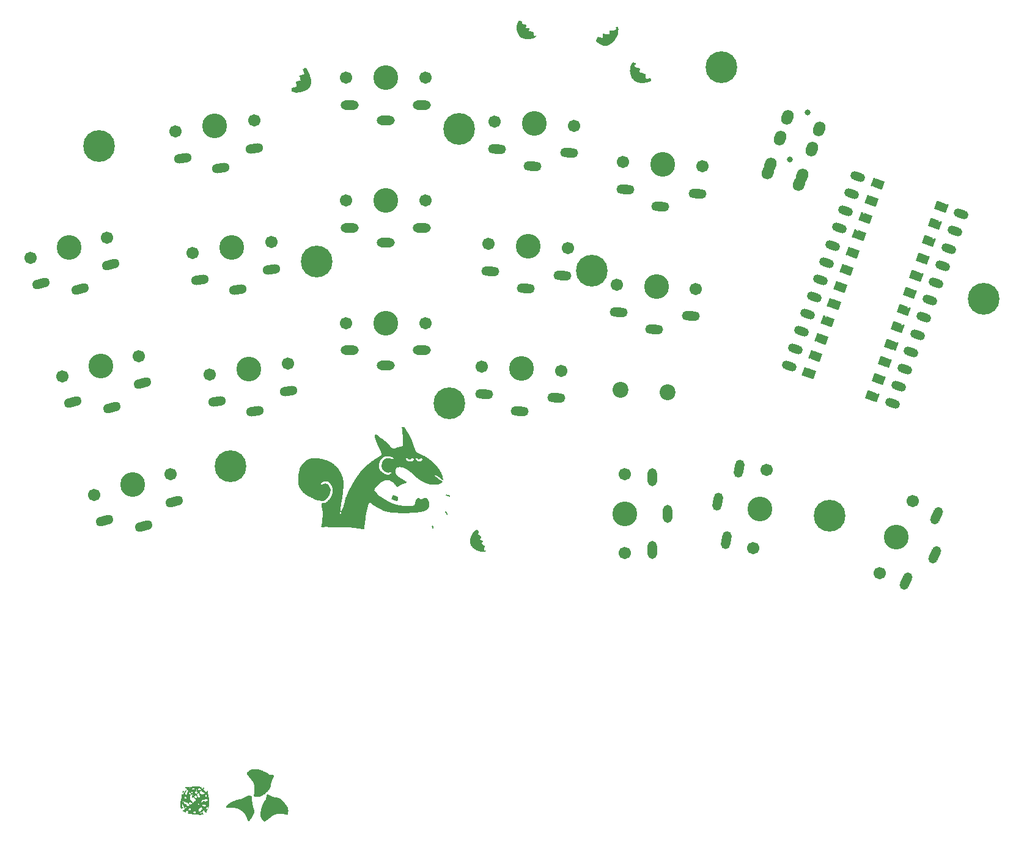
<source format=gbr>
%TF.GenerationSoftware,KiCad,Pcbnew,7.0.10*%
%TF.CreationDate,2024-03-16T17:25:43+01:00*%
%TF.ProjectId,chew_v1,63686577-5f76-4312-9e6b-696361645f70,rev?*%
%TF.SameCoordinates,Original*%
%TF.FileFunction,Soldermask,Bot*%
%TF.FilePolarity,Negative*%
%FSLAX46Y46*%
G04 Gerber Fmt 4.6, Leading zero omitted, Abs format (unit mm)*
G04 Created by KiCad (PCBNEW 7.0.10) date 2024-03-16 17:25:43*
%MOMM*%
%LPD*%
G01*
G04 APERTURE LIST*
G04 Aperture macros list*
%AMHorizOval*
0 Thick line with rounded ends*
0 $1 width*
0 $2 $3 position (X,Y) of the first rounded end (center of the circle)*
0 $4 $5 position (X,Y) of the second rounded end (center of the circle)*
0 Add line between two ends*
20,1,$1,$2,$3,$4,$5,0*
0 Add two circle primitives to create the rounded ends*
1,1,$1,$2,$3*
1,1,$1,$4,$5*%
%AMFreePoly0*
4,1,6,0.600001,0.200000,0.000000,-0.400000,-0.600001,0.200000,-0.600000,0.400000,0.600000,0.400000,0.600001,0.200000,0.600001,0.200000,$1*%
%AMFreePoly1*
4,1,6,0.600000,-0.250000,-0.600000,-0.250000,-0.600000,1.000000,0.000000,0.400000,0.600000,1.000001,0.600000,-0.250000,0.600000,-0.250000,$1*%
G04 Aperture macros list end*
%ADD10C,0.100000*%
%ADD11C,0.800000*%
%ADD12HorizOval,1.600000X0.085505X0.234923X-0.085505X-0.234923X0*%
%ADD13HorizOval,1.600000X-0.085505X-0.234923X0.085505X0.234923X0*%
%ADD14HorizOval,1.600000X-0.068404X-0.187939X0.068404X0.187939X0*%
%ADD15HorizOval,1.600000X0.068404X0.187939X-0.068404X-0.187939X0*%
%ADD16C,1.701800*%
%ADD17C,3.429000*%
%ADD18O,2.500000X1.300000*%
%ADD19HorizOval,1.200000X0.422862X-0.153909X-0.422862X0.153909X0*%
%ADD20FreePoly0,70.000000*%
%ADD21FreePoly0,250.000000*%
%ADD22FreePoly1,250.000000*%
%ADD23FreePoly1,70.000000*%
%ADD24HorizOval,1.300000X-0.599178X0.031402X0.599178X-0.031402X0*%
%ADD25HorizOval,1.300000X0.104189X0.590885X-0.104189X-0.590885X0*%
%ADD26C,4.400000*%
%ADD27HorizOval,1.300000X-0.594161X-0.083504X0.594161X0.083504X0*%
%ADD28HorizOval,1.300000X-0.579555X-0.155291X0.579555X0.155291X0*%
%ADD29C,2.200000*%
%ADD30HorizOval,1.300000X-0.253571X-0.543785X0.253571X0.543785X0*%
%ADD31O,1.300000X2.500000*%
G04 APERTURE END LIST*
%TO.C,U1*%
D10*
X168637928Y-78429940D02*
X168290436Y-79384668D01*
X167335708Y-79037175D01*
X167683201Y-78082447D01*
X168637928Y-78429940D01*
G36*
X168637928Y-78429940D02*
G01*
X168290436Y-79384668D01*
X167335708Y-79037175D01*
X167683201Y-78082447D01*
X168637928Y-78429940D01*
G37*
X167769197Y-80816759D02*
X167421705Y-81771487D01*
X166466977Y-81423994D01*
X166814469Y-80469267D01*
X167769197Y-80816759D01*
G36*
X167769197Y-80816759D02*
G01*
X167421705Y-81771487D01*
X166466977Y-81423994D01*
X166814469Y-80469267D01*
X167769197Y-80816759D01*
G37*
X166900466Y-83203578D02*
X166552973Y-84158306D01*
X165598246Y-83810814D01*
X165945738Y-82856086D01*
X166900466Y-83203578D01*
G36*
X166900466Y-83203578D02*
G01*
X166552973Y-84158306D01*
X165598246Y-83810814D01*
X165945738Y-82856086D01*
X166900466Y-83203578D01*
G37*
X166031735Y-85590398D02*
X165684242Y-86545125D01*
X164729515Y-86197633D01*
X165077007Y-85242905D01*
X166031735Y-85590398D01*
G36*
X166031735Y-85590398D02*
G01*
X165684242Y-86545125D01*
X164729515Y-86197633D01*
X165077007Y-85242905D01*
X166031735Y-85590398D01*
G37*
X165163004Y-87977217D02*
X164815511Y-88931945D01*
X163860783Y-88584452D01*
X164208276Y-87629725D01*
X165163004Y-87977217D01*
G36*
X165163004Y-87977217D02*
G01*
X164815511Y-88931945D01*
X163860783Y-88584452D01*
X164208276Y-87629725D01*
X165163004Y-87977217D01*
G37*
X164293246Y-90366855D02*
X163945754Y-91321583D01*
X162991026Y-90974091D01*
X163338519Y-90019363D01*
X164293246Y-90366855D01*
G36*
X164293246Y-90366855D02*
G01*
X163945754Y-91321583D01*
X162991026Y-90974091D01*
X163338519Y-90019363D01*
X164293246Y-90366855D01*
G37*
X163425541Y-92750855D02*
X163078049Y-93705583D01*
X162123321Y-93358091D01*
X162470814Y-92403363D01*
X163425541Y-92750855D01*
G36*
X163425541Y-92750855D02*
G01*
X163078049Y-93705583D01*
X162123321Y-93358091D01*
X162470814Y-92403363D01*
X163425541Y-92750855D01*
G37*
X162556810Y-95137675D02*
X162209318Y-96092402D01*
X161254590Y-95744910D01*
X161602082Y-94790182D01*
X162556810Y-95137675D01*
G36*
X162556810Y-95137675D02*
G01*
X162209318Y-96092402D01*
X161254590Y-95744910D01*
X161602082Y-94790182D01*
X162556810Y-95137675D01*
G37*
X161688079Y-97524494D02*
X161340586Y-98479222D01*
X160385859Y-98131729D01*
X160733351Y-97177002D01*
X161688079Y-97524494D01*
G36*
X161688079Y-97524494D02*
G01*
X161340586Y-98479222D01*
X160385859Y-98131729D01*
X160733351Y-97177002D01*
X161688079Y-97524494D01*
G37*
X160819348Y-99911313D02*
X160471855Y-100866041D01*
X159517128Y-100518549D01*
X159864620Y-99563821D01*
X160819348Y-99911313D01*
G36*
X160819348Y-99911313D02*
G01*
X160471855Y-100866041D01*
X159517128Y-100518549D01*
X159864620Y-99563821D01*
X160819348Y-99911313D01*
G37*
X159950617Y-102298133D02*
X159603124Y-103252860D01*
X158648396Y-102905368D01*
X158995889Y-101950640D01*
X159950617Y-102298133D01*
G36*
X159950617Y-102298133D02*
G01*
X159603124Y-103252860D01*
X158648396Y-102905368D01*
X158995889Y-101950640D01*
X159950617Y-102298133D01*
G37*
X159081885Y-104684952D02*
X158734393Y-105639679D01*
X157779665Y-105292187D01*
X158127158Y-104337459D01*
X159081885Y-104684952D01*
G36*
X159081885Y-104684952D02*
G01*
X158734393Y-105639679D01*
X157779665Y-105292187D01*
X158127158Y-104337459D01*
X159081885Y-104684952D01*
G37*
X177761592Y-81750682D02*
X177414099Y-82705410D01*
X176459372Y-82357917D01*
X176806864Y-81403189D01*
X177761592Y-81750682D01*
G36*
X177761592Y-81750682D02*
G01*
X177414099Y-82705410D01*
X176459372Y-82357917D01*
X176806864Y-81403189D01*
X177761592Y-81750682D01*
G37*
X176892861Y-84137501D02*
X176545368Y-85092229D01*
X175590640Y-84744736D01*
X175938133Y-83790009D01*
X176892861Y-84137501D01*
G36*
X176892861Y-84137501D02*
G01*
X176545368Y-85092229D01*
X175590640Y-84744736D01*
X175938133Y-83790009D01*
X176892861Y-84137501D01*
G37*
X176024129Y-86524320D02*
X175676637Y-87479048D01*
X174721909Y-87131556D01*
X175069402Y-86176828D01*
X176024129Y-86524320D01*
G36*
X176024129Y-86524320D02*
G01*
X175676637Y-87479048D01*
X174721909Y-87131556D01*
X175069402Y-86176828D01*
X176024129Y-86524320D01*
G37*
X175155398Y-88911140D02*
X174807906Y-89865867D01*
X173853178Y-89518375D01*
X174200671Y-88563647D01*
X175155398Y-88911140D01*
G36*
X175155398Y-88911140D02*
G01*
X174807906Y-89865867D01*
X173853178Y-89518375D01*
X174200671Y-88563647D01*
X175155398Y-88911140D01*
G37*
X174286667Y-91297959D02*
X173939175Y-92252687D01*
X172984447Y-91905194D01*
X173331939Y-90950466D01*
X174286667Y-91297959D01*
G36*
X174286667Y-91297959D02*
G01*
X173939175Y-92252687D01*
X172984447Y-91905194D01*
X173331939Y-90950466D01*
X174286667Y-91297959D01*
G37*
X173416910Y-93687597D02*
X173069417Y-94642325D01*
X172114690Y-94294833D01*
X172462182Y-93340105D01*
X173416910Y-93687597D01*
G36*
X173416910Y-93687597D02*
G01*
X173069417Y-94642325D01*
X172114690Y-94294833D01*
X172462182Y-93340105D01*
X173416910Y-93687597D01*
G37*
X172549205Y-96071597D02*
X172201712Y-97026325D01*
X171246985Y-96678833D01*
X171594477Y-95724105D01*
X172549205Y-96071597D01*
G36*
X172549205Y-96071597D02*
G01*
X172201712Y-97026325D01*
X171246985Y-96678833D01*
X171594477Y-95724105D01*
X172549205Y-96071597D01*
G37*
X171680474Y-98458417D02*
X171332981Y-99413144D01*
X170378254Y-99065652D01*
X170725746Y-98110924D01*
X171680474Y-98458417D01*
G36*
X171680474Y-98458417D02*
G01*
X171332981Y-99413144D01*
X170378254Y-99065652D01*
X170725746Y-98110924D01*
X171680474Y-98458417D01*
G37*
X170811743Y-100845236D02*
X170464250Y-101799964D01*
X169509522Y-101452471D01*
X169857015Y-100497744D01*
X170811743Y-100845236D01*
G36*
X170811743Y-100845236D02*
G01*
X170464250Y-101799964D01*
X169509522Y-101452471D01*
X169857015Y-100497744D01*
X170811743Y-100845236D01*
G37*
X169943011Y-103232055D02*
X169595519Y-104186783D01*
X168640791Y-103839290D01*
X168988284Y-102884563D01*
X169943011Y-103232055D01*
G36*
X169943011Y-103232055D02*
G01*
X169595519Y-104186783D01*
X168640791Y-103839290D01*
X168988284Y-102884563D01*
X169943011Y-103232055D01*
G37*
X169074280Y-105618874D02*
X168726788Y-106573602D01*
X167772060Y-106226110D01*
X168119552Y-105271382D01*
X169074280Y-105618874D01*
G36*
X169074280Y-105618874D02*
G01*
X168726788Y-106573602D01*
X167772060Y-106226110D01*
X168119552Y-105271382D01*
X169074280Y-105618874D01*
G37*
X168205549Y-108005694D02*
X167858057Y-108960421D01*
X166903329Y-108612929D01*
X167250821Y-107658201D01*
X168205549Y-108005694D01*
G36*
X168205549Y-108005694D02*
G01*
X167858057Y-108960421D01*
X166903329Y-108612929D01*
X167250821Y-107658201D01*
X168205549Y-108005694D01*
G37*
%TO.C,G\u002A\u002A\u002A*%
G36*
X112584578Y-126726762D02*
G01*
X112593195Y-126733576D01*
X112609583Y-126746164D01*
X112631065Y-126762461D01*
X112655224Y-126780628D01*
X112660973Y-126784950D01*
X112717182Y-126829557D01*
X112762089Y-126869997D01*
X112795818Y-126906384D01*
X112818490Y-126938838D01*
X112820657Y-126942682D01*
X112833089Y-126964188D01*
X112843306Y-126980111D01*
X112854409Y-126994980D01*
X112869496Y-127013327D01*
X112872837Y-127017319D01*
X112883704Y-127030469D01*
X112890369Y-127038776D01*
X112891815Y-127040481D01*
X112900632Y-127046905D01*
X112901563Y-127047309D01*
X112909692Y-127056568D01*
X112914607Y-127071120D01*
X112914078Y-127084712D01*
X112910552Y-127097879D01*
X112907345Y-127115287D01*
X112907247Y-127115928D01*
X112902217Y-127130962D01*
X112894369Y-127139869D01*
X112886948Y-127147137D01*
X112881333Y-127161110D01*
X112878327Y-127172800D01*
X112874464Y-127179713D01*
X112869698Y-127184105D01*
X112861284Y-127194519D01*
X112854683Y-127202251D01*
X112850571Y-127204064D01*
X112849189Y-127203755D01*
X112844934Y-127210039D01*
X112842628Y-127215149D01*
X112835922Y-127230089D01*
X112827590Y-127248711D01*
X112822173Y-127259552D01*
X112812072Y-127275116D01*
X112803364Y-127283462D01*
X112801743Y-127284392D01*
X112793464Y-127295971D01*
X112789127Y-127314057D01*
X112789317Y-127334106D01*
X112794619Y-127351570D01*
X112801999Y-127364951D01*
X112809745Y-127378890D01*
X112811946Y-127381874D01*
X112824095Y-127391890D01*
X112840913Y-127401185D01*
X112847941Y-127404519D01*
X112860468Y-127411976D01*
X112865155Y-127417284D01*
X112865528Y-127419311D01*
X112872391Y-127423307D01*
X112875377Y-127424254D01*
X112887058Y-127431092D01*
X112901664Y-127442131D01*
X112910047Y-127449030D01*
X112934022Y-127467521D01*
X112953019Y-127480228D01*
X112965112Y-127485824D01*
X112967812Y-127486581D01*
X112968909Y-127489107D01*
X112969712Y-127492169D01*
X112977111Y-127501607D01*
X112989795Y-127514848D01*
X112999790Y-127524741D01*
X113012699Y-127537956D01*
X113020154Y-127546177D01*
X113022892Y-127549624D01*
X113027061Y-127554750D01*
X113029549Y-127558533D01*
X113031471Y-127560435D01*
X113040964Y-127567933D01*
X113055405Y-127578485D01*
X113070068Y-127589169D01*
X113092021Y-127605670D01*
X113113659Y-127622367D01*
X113114399Y-127622946D01*
X113131975Y-127636144D01*
X113146042Y-127645714D01*
X113153616Y-127649619D01*
X113157768Y-127651755D01*
X113164763Y-127661085D01*
X113168611Y-127666744D01*
X113175308Y-127669247D01*
X113176867Y-127668770D01*
X113183532Y-127672435D01*
X113186617Y-127676272D01*
X113196993Y-127683238D01*
X113203304Y-127686199D01*
X113216437Y-127692418D01*
X113226435Y-127699845D01*
X113235761Y-127717360D01*
X113235944Y-127738371D01*
X113234716Y-127742883D01*
X113226456Y-127764355D01*
X113214084Y-127789986D01*
X113199930Y-127815215D01*
X113186326Y-127835486D01*
X113185801Y-127836176D01*
X113174494Y-127854011D01*
X113164867Y-127873681D01*
X113162844Y-127878516D01*
X113151160Y-127902356D01*
X113136935Y-127926820D01*
X113122093Y-127948982D01*
X113108563Y-127965922D01*
X113098269Y-127974715D01*
X113090168Y-127980112D01*
X113087404Y-127986520D01*
X113087831Y-127988967D01*
X113082738Y-127995433D01*
X113082449Y-127995596D01*
X113077152Y-128003515D01*
X113070389Y-128019746D01*
X113063550Y-128040993D01*
X113058261Y-128064471D01*
X113056901Y-128088856D01*
X113061636Y-128105082D01*
X113072306Y-128111847D01*
X113076807Y-128114121D01*
X113082110Y-128123999D01*
X113087521Y-128135323D01*
X113102552Y-128147459D01*
X113123165Y-128154789D01*
X113145652Y-128155477D01*
X113152074Y-128154784D01*
X113167032Y-128155387D01*
X113174650Y-128159169D01*
X113176414Y-128161986D01*
X113182453Y-128164571D01*
X113182645Y-128164497D01*
X113190548Y-128166491D01*
X113202964Y-128173537D01*
X113218047Y-128182556D01*
X113236651Y-128191522D01*
X113237763Y-128191973D01*
X113248026Y-128197276D01*
X113249843Y-128200636D01*
X113248721Y-128201650D01*
X113252945Y-128204242D01*
X113253827Y-128204471D01*
X113264265Y-128208513D01*
X113281804Y-128216234D01*
X113303170Y-128226204D01*
X113305263Y-128227203D01*
X113328630Y-128237928D01*
X113349740Y-128246953D01*
X113364248Y-128252416D01*
X113364343Y-128252447D01*
X113378014Y-128258237D01*
X113385312Y-128264113D01*
X113391347Y-128268825D01*
X113404411Y-128272953D01*
X113414616Y-128275488D01*
X113416698Y-128277715D01*
X113417252Y-128279605D01*
X113425388Y-128285961D01*
X113440015Y-128294807D01*
X113449892Y-128300543D01*
X113463401Y-128309393D01*
X113469691Y-128315004D01*
X113469922Y-128316023D01*
X113468091Y-128326081D01*
X113462785Y-128341776D01*
X113455741Y-128358820D01*
X113448702Y-128372918D01*
X113443410Y-128379781D01*
X113439379Y-128384447D01*
X113434285Y-128396340D01*
X113432616Y-128401051D01*
X113425479Y-128414619D01*
X113412838Y-128432917D01*
X113393293Y-128458055D01*
X113388490Y-128463063D01*
X113375671Y-128472049D01*
X113370141Y-128475286D01*
X113363419Y-128482392D01*
X113363211Y-128482938D01*
X113360843Y-128486794D01*
X113355296Y-128491625D01*
X113344169Y-128499253D01*
X113325063Y-128511499D01*
X113314119Y-128519541D01*
X113291353Y-128541750D01*
X113270030Y-128568750D01*
X113253875Y-128596113D01*
X113253428Y-128597113D01*
X113249711Y-128611681D01*
X113248117Y-128630102D01*
X113248566Y-128648393D01*
X113250982Y-128662571D01*
X113255286Y-128668653D01*
X113262119Y-128671738D01*
X113272793Y-128680805D01*
X113282798Y-128689483D01*
X113298656Y-128699067D01*
X113313461Y-128705772D01*
X113331956Y-128714153D01*
X113345564Y-128722552D01*
X113354178Y-128732032D01*
X113357408Y-128737146D01*
X113365256Y-128742690D01*
X113368470Y-128744504D01*
X113377496Y-128754122D01*
X113388258Y-128769084D01*
X113394212Y-128777555D01*
X113406135Y-128791006D01*
X113415645Y-128797562D01*
X113421568Y-128800002D01*
X113429949Y-128807816D01*
X113435828Y-128813796D01*
X113448631Y-128820180D01*
X113455329Y-128823774D01*
X113470341Y-128834955D01*
X113489482Y-128851367D01*
X113510202Y-128870910D01*
X113524870Y-128885095D01*
X113543916Y-128902603D01*
X113559158Y-128915559D01*
X113568223Y-128921878D01*
X113575279Y-128925936D01*
X113583054Y-128933837D01*
X113583922Y-128934968D01*
X113593623Y-128938653D01*
X113609355Y-128939663D01*
X113613395Y-128939581D01*
X113627867Y-128940817D01*
X113634963Y-128944000D01*
X113637781Y-128946588D01*
X113649552Y-128952898D01*
X113666804Y-128959970D01*
X113674042Y-128962687D01*
X113689104Y-128970029D01*
X113697544Y-128979037D01*
X113703250Y-128993265D01*
X113705771Y-129006854D01*
X113705515Y-129033441D01*
X113700731Y-129061310D01*
X113692125Y-129084642D01*
X113689067Y-129092852D01*
X113689134Y-129103523D01*
X113689731Y-129111993D01*
X113686060Y-129125834D01*
X113682552Y-129137419D01*
X113682533Y-129147170D01*
X113682389Y-129155733D01*
X113679244Y-129172355D01*
X113673773Y-129193415D01*
X113668384Y-129214458D01*
X113665292Y-129231700D01*
X113665261Y-129241069D01*
X113665222Y-129246731D01*
X113661043Y-129261126D01*
X113653179Y-129279309D01*
X113647183Y-129292292D01*
X113641486Y-129307471D01*
X113640174Y-129315696D01*
X113640413Y-129318859D01*
X113638301Y-129331636D01*
X113633460Y-129349151D01*
X113630775Y-129358195D01*
X113624407Y-129384124D01*
X113619578Y-129409533D01*
X113617512Y-129422456D01*
X113614622Y-129438432D01*
X113612701Y-129446433D01*
X113611554Y-129452516D01*
X113610460Y-129466623D01*
X113609361Y-129490116D01*
X113608175Y-129524406D01*
X113608758Y-129533102D01*
X113611392Y-129551325D01*
X113615477Y-129572966D01*
X113616370Y-129577061D01*
X113623732Y-129601799D01*
X113634880Y-129623935D01*
X113651814Y-129646772D01*
X113676539Y-129673610D01*
X113688717Y-129685408D01*
X113698567Y-129690890D01*
X113710213Y-129690330D01*
X113728537Y-129684776D01*
X113750204Y-129675869D01*
X113779414Y-129655217D01*
X113797080Y-129638822D01*
X113810588Y-129630182D01*
X113821156Y-129631171D01*
X113831564Y-129642140D01*
X113844590Y-129663437D01*
X113857147Y-129684670D01*
X113869816Y-129704984D01*
X113879350Y-129719116D01*
X113886840Y-129730256D01*
X113887038Y-129735468D01*
X113879473Y-129737018D01*
X113873148Y-129738384D01*
X113856561Y-129743881D01*
X113833886Y-129752551D01*
X113808110Y-129763295D01*
X113794168Y-129769094D01*
X113762305Y-129780968D01*
X113731247Y-129790980D01*
X113706100Y-129797424D01*
X113646887Y-129808368D01*
X113581037Y-129818356D01*
X113521570Y-129824942D01*
X113471051Y-129827796D01*
X113461349Y-129828003D01*
X113426763Y-129828967D01*
X113391879Y-129830218D01*
X113362951Y-129831538D01*
X113334300Y-129831815D01*
X113304774Y-129830060D01*
X113280973Y-129826645D01*
X113266338Y-129823822D01*
X113249655Y-129821713D01*
X113240666Y-129822073D01*
X113236165Y-129821919D01*
X113221905Y-129818377D01*
X113200891Y-129811650D01*
X113175827Y-129802549D01*
X113158783Y-129796304D01*
X113134421Y-129788346D01*
X113115156Y-129783223D01*
X113104092Y-129781828D01*
X113091426Y-129780535D01*
X113075705Y-129774068D01*
X113063397Y-129768335D01*
X113054207Y-129767510D01*
X113053978Y-129767604D01*
X113044276Y-129767498D01*
X113026446Y-129764452D01*
X113003805Y-129759228D01*
X112979672Y-129752587D01*
X112957364Y-129745289D01*
X112954674Y-129744342D01*
X112937028Y-129738702D01*
X112912973Y-129731562D01*
X112886898Y-129724233D01*
X112878276Y-129721846D01*
X112856296Y-129715405D01*
X112840107Y-129710141D01*
X112832723Y-129707010D01*
X112831870Y-129706418D01*
X112822296Y-129701615D01*
X112805390Y-129694033D01*
X112784395Y-129685042D01*
X112762554Y-129676011D01*
X112743110Y-129668311D01*
X112729305Y-129663313D01*
X112714621Y-129658550D01*
X112684762Y-129648548D01*
X112664732Y-129641214D01*
X112653171Y-129636025D01*
X112648710Y-129632458D01*
X112643779Y-129627884D01*
X112631911Y-129621721D01*
X112608761Y-129612447D01*
X112573226Y-129597841D01*
X112545956Y-129585949D01*
X112524867Y-129575796D01*
X112507871Y-129566407D01*
X112492884Y-129556812D01*
X112484338Y-129551136D01*
X112463165Y-129537636D01*
X112436201Y-129520866D01*
X112406133Y-129502457D01*
X112375649Y-129484038D01*
X112347438Y-129467239D01*
X112324185Y-129453692D01*
X112308581Y-129445026D01*
X112299519Y-129438485D01*
X112289650Y-129426040D01*
X112284624Y-129418708D01*
X112273815Y-129411326D01*
X112266877Y-129407474D01*
X112253527Y-129396546D01*
X112238331Y-129381561D01*
X112226593Y-129369712D01*
X112210820Y-129355768D01*
X112199002Y-129347560D01*
X112182074Y-129338392D01*
X112167241Y-129328933D01*
X112157457Y-129321225D01*
X112155584Y-129317266D01*
X112154882Y-129314764D01*
X112146277Y-129309814D01*
X112133620Y-129301155D01*
X112120964Y-129287855D01*
X112120813Y-129287655D01*
X112109354Y-129275099D01*
X112098947Y-129267538D01*
X112095825Y-129266162D01*
X112079420Y-129256324D01*
X112060533Y-129240377D01*
X112036845Y-129216411D01*
X112022699Y-129201462D01*
X112009580Y-129187841D01*
X112001815Y-129180074D01*
X111995314Y-129173800D01*
X111986726Y-129164152D01*
X111975558Y-129149618D01*
X111968334Y-129140103D01*
X111950883Y-129118298D01*
X111934327Y-129099024D01*
X111920798Y-129084703D01*
X111912424Y-129077761D01*
X111904323Y-129070788D01*
X111894921Y-129058086D01*
X111886362Y-129046096D01*
X111877822Y-129038003D01*
X111870182Y-129031543D01*
X111860124Y-129019512D01*
X111851530Y-129009096D01*
X111842793Y-129001739D01*
X111837734Y-128998291D01*
X111827965Y-128988228D01*
X111824117Y-128982025D01*
X111815509Y-128966101D01*
X111804248Y-128943977D01*
X111791776Y-128918431D01*
X111785884Y-128905905D01*
X111771829Y-128872952D01*
X111762859Y-128845431D01*
X111757733Y-128819750D01*
X111754905Y-128801112D01*
X111750937Y-128778730D01*
X111747481Y-128762955D01*
X111747221Y-128761972D01*
X111743684Y-128746213D01*
X111739201Y-128723418D01*
X111734679Y-128698169D01*
X111729253Y-128666739D01*
X111722338Y-128628692D01*
X111715797Y-128595418D01*
X111715281Y-128592486D01*
X111713487Y-128576234D01*
X111712321Y-128556608D01*
X111712103Y-128551741D01*
X111710275Y-128531273D01*
X111707589Y-128515382D01*
X111706507Y-128510601D01*
X111703355Y-128492393D01*
X111700621Y-128471460D01*
X111699651Y-128463005D01*
X111697115Y-128444273D01*
X111694904Y-128431871D01*
X111694896Y-128431834D01*
X111694129Y-128418370D01*
X111695903Y-128401082D01*
X111697804Y-128382913D01*
X111697405Y-128365573D01*
X111697367Y-128365277D01*
X111696573Y-128351203D01*
X111696446Y-128329631D01*
X111697015Y-128305107D01*
X111697107Y-128302533D01*
X111697476Y-128280080D01*
X111697026Y-128262649D01*
X111695836Y-128253828D01*
X111695123Y-128248532D01*
X111698210Y-128236457D01*
X111700213Y-128229115D01*
X111702264Y-128212391D01*
X111703267Y-128192651D01*
X111703011Y-128174932D01*
X111701279Y-128164274D01*
X111701046Y-128163242D01*
X111701532Y-128153214D01*
X111703903Y-128137410D01*
X111704679Y-128133064D01*
X111706792Y-128118576D01*
X111707072Y-128111308D01*
X111706677Y-128108906D01*
X111706832Y-128096250D01*
X111708203Y-128076777D01*
X111710405Y-128054199D01*
X111713054Y-128032219D01*
X111715762Y-128014545D01*
X111718145Y-128004882D01*
X111720210Y-127998298D01*
X111719568Y-127986730D01*
X111718591Y-127983299D01*
X111721548Y-127976524D01*
X111723402Y-127975010D01*
X111723784Y-127966871D01*
X111722921Y-127959629D01*
X111725959Y-127946245D01*
X111725992Y-127946159D01*
X111730160Y-127933391D01*
X111735797Y-127913109D01*
X111741691Y-127889666D01*
X111743008Y-127884434D01*
X111749840Y-127860891D01*
X111759756Y-127830074D01*
X111772113Y-127793693D01*
X111786274Y-127753462D01*
X111801598Y-127711092D01*
X111817448Y-127668298D01*
X111833183Y-127626786D01*
X111848166Y-127588275D01*
X111861753Y-127554472D01*
X111873310Y-127527091D01*
X111882194Y-127507844D01*
X111887768Y-127498442D01*
X111889659Y-127495804D01*
X111890600Y-127486453D01*
X111890070Y-127484171D01*
X111894916Y-127481257D01*
X111897450Y-127481165D01*
X111899524Y-127476687D01*
X111899280Y-127475461D01*
X111902130Y-127465643D01*
X111909788Y-127451734D01*
X111910672Y-127450371D01*
X111921220Y-127432635D01*
X111929259Y-127416834D01*
X111934870Y-127404908D01*
X111941920Y-127391954D01*
X111943249Y-127389832D01*
X111956771Y-127367945D01*
X111969409Y-127347023D01*
X111979295Y-127330192D01*
X111984560Y-127320584D01*
X111986084Y-127317345D01*
X111997437Y-127293616D01*
X112005029Y-127278784D01*
X112009968Y-127270815D01*
X112013357Y-127267679D01*
X112015336Y-127265884D01*
X112022293Y-127255740D01*
X112030873Y-127240211D01*
X112031009Y-127239941D01*
X112042051Y-127220408D01*
X112054709Y-127201191D01*
X112066525Y-127185775D01*
X112075037Y-127177645D01*
X112078124Y-127174466D01*
X112083933Y-127164057D01*
X112087708Y-127157644D01*
X112098523Y-127143504D01*
X112112706Y-127127503D01*
X112121232Y-127118299D01*
X112139285Y-127097712D01*
X112154266Y-127079347D01*
X112159499Y-127072750D01*
X112171922Y-127058573D01*
X112181168Y-127049953D01*
X112187494Y-127044440D01*
X112200078Y-127031503D01*
X112214572Y-127015195D01*
X112225257Y-127003394D01*
X112247247Y-126981596D01*
X112268754Y-126962684D01*
X112274925Y-126957714D01*
X112291270Y-126944472D01*
X112301608Y-126935848D01*
X112308684Y-126929505D01*
X112315242Y-126923104D01*
X112319658Y-126919077D01*
X112334033Y-126907204D01*
X112354119Y-126891388D01*
X112377191Y-126873706D01*
X112400522Y-126856239D01*
X112421382Y-126841064D01*
X112437045Y-126830261D01*
X112445870Y-126824479D01*
X112461098Y-126814359D01*
X112470443Y-126807954D01*
X112476127Y-126803916D01*
X112495014Y-126791174D01*
X112515210Y-126778286D01*
X112533859Y-126766998D01*
X112548102Y-126759058D01*
X112555084Y-126756211D01*
X112556936Y-126755956D01*
X112561090Y-126749454D01*
X112561779Y-126746906D01*
X112567929Y-126742795D01*
X112569885Y-126741129D01*
X112565840Y-126733772D01*
X112562133Y-126727071D01*
X112564442Y-126721042D01*
X112573002Y-126720536D01*
X112584578Y-126726762D01*
G37*
G36*
X106504382Y-126200332D02*
G01*
X106543512Y-126232725D01*
X106548734Y-126238827D01*
X106564524Y-126261408D01*
X106575938Y-126288035D01*
X106585027Y-126324590D01*
X106593847Y-126376955D01*
X106598118Y-126406295D01*
X106604620Y-126461682D01*
X106605861Y-126501500D01*
X106601422Y-126529737D01*
X106590881Y-126550380D01*
X106573821Y-126567420D01*
X106572794Y-126568236D01*
X106544197Y-126583579D01*
X106516423Y-126588246D01*
X106495860Y-126581153D01*
X106469267Y-126560232D01*
X106449398Y-126532956D01*
X106442922Y-126506720D01*
X106443622Y-126496506D01*
X106440690Y-126450400D01*
X106430386Y-126400584D01*
X106414871Y-126355545D01*
X106396308Y-126323767D01*
X106388270Y-126313649D01*
X106371655Y-126276329D01*
X106376445Y-126241088D01*
X106402569Y-126209207D01*
X106422901Y-126196255D01*
X106463284Y-126188027D01*
X106504382Y-126200332D01*
G37*
G36*
X108318504Y-124200077D02*
G01*
X108355557Y-124217314D01*
X108394318Y-124249583D01*
X108430226Y-124292484D01*
X108458715Y-124341621D01*
X108459118Y-124342500D01*
X108479769Y-124387601D01*
X108504157Y-124440878D01*
X108527092Y-124490987D01*
X108545816Y-124534489D01*
X108562447Y-124585155D01*
X108566599Y-124623520D01*
X108558459Y-124652727D01*
X108538220Y-124675924D01*
X108536938Y-124676942D01*
X108507456Y-124693050D01*
X108479398Y-124697902D01*
X108478778Y-124697830D01*
X108455612Y-124688109D01*
X108430944Y-124668567D01*
X108411706Y-124645837D01*
X108404829Y-124626550D01*
X108403306Y-124616693D01*
X108393239Y-124588843D01*
X108375889Y-124549904D01*
X108353634Y-124504502D01*
X108328851Y-124457265D01*
X108303919Y-124412820D01*
X108281216Y-124375795D01*
X108263120Y-124350816D01*
X108250195Y-124335049D01*
X108228393Y-124300047D01*
X108223215Y-124272262D01*
X108228855Y-124253648D01*
X108250164Y-124225417D01*
X108279885Y-124204938D01*
X108310380Y-124198665D01*
X108318504Y-124200077D01*
G37*
G36*
X108511328Y-121901081D02*
G01*
X108528466Y-121903688D01*
X108592451Y-121914209D01*
X108642319Y-121924375D01*
X108684200Y-121935802D01*
X108724224Y-121950108D01*
X108768519Y-121968910D01*
X108791623Y-121979650D01*
X108835177Y-122002428D01*
X108869694Y-122023805D01*
X108889573Y-122040471D01*
X108891900Y-122043455D01*
X108907625Y-122079696D01*
X108902403Y-122115752D01*
X108876677Y-122147934D01*
X108865554Y-122156536D01*
X108848990Y-122165659D01*
X108830856Y-122167826D01*
X108806646Y-122162406D01*
X108771855Y-122148768D01*
X108721977Y-122126284D01*
X108683574Y-122109484D01*
X108643374Y-122094798D01*
X108600498Y-122083039D01*
X108548621Y-122072503D01*
X108481417Y-122061488D01*
X108427860Y-122053071D01*
X108383243Y-122045205D01*
X108352925Y-122038159D01*
X108333027Y-122030784D01*
X108319666Y-122021932D01*
X108308964Y-122010454D01*
X108305964Y-122006573D01*
X108290482Y-121970190D01*
X108296122Y-121934219D01*
X108322496Y-121901772D01*
X108352833Y-121877206D01*
X108511328Y-121901081D01*
G37*
G36*
X101021248Y-121889546D02*
G01*
X101046257Y-121903814D01*
X101078523Y-121923671D01*
X101105843Y-121940648D01*
X101136879Y-121958670D01*
X101170516Y-121976441D01*
X101211114Y-121996149D01*
X101263032Y-122019979D01*
X101330630Y-122050118D01*
X101353364Y-122060202D01*
X101402227Y-122082019D01*
X101445859Y-122101674D01*
X101476915Y-122115867D01*
X101478993Y-122116831D01*
X101505098Y-122128567D01*
X101531191Y-122139300D01*
X101562448Y-122150968D01*
X101604044Y-122165510D01*
X101661158Y-122184864D01*
X101690369Y-122195994D01*
X101713799Y-122207946D01*
X101721692Y-122216474D01*
X101721588Y-122216912D01*
X101719179Y-122232213D01*
X101714384Y-122265918D01*
X101707597Y-122315161D01*
X101699206Y-122377082D01*
X101689605Y-122448817D01*
X101679184Y-122527506D01*
X101639555Y-122828263D01*
X101595880Y-122816647D01*
X101581158Y-122812674D01*
X101498429Y-122788500D01*
X101412490Y-122760660D01*
X101327386Y-122730688D01*
X101247160Y-122700111D01*
X101175858Y-122670460D01*
X101117523Y-122643265D01*
X101076198Y-122620054D01*
X101055107Y-122607682D01*
X101019097Y-122588921D01*
X100979364Y-122569952D01*
X100944164Y-122553695D01*
X100873803Y-122518876D01*
X100823723Y-122490155D01*
X100794095Y-122467638D01*
X100785093Y-122451431D01*
X100785925Y-122446197D01*
X100793322Y-122417705D01*
X100806728Y-122374775D01*
X100824591Y-122321817D01*
X100845357Y-122263243D01*
X100867475Y-122203462D01*
X100889391Y-122146884D01*
X100909554Y-122097922D01*
X100921095Y-122071032D01*
X100943189Y-122019433D01*
X100963172Y-121972630D01*
X100977795Y-121938221D01*
X100987938Y-121915991D01*
X101000882Y-121892747D01*
X101009264Y-121884080D01*
X101021248Y-121889546D01*
G37*
G36*
X102456667Y-112483362D02*
G01*
X102468517Y-112485455D01*
X102499431Y-112496300D01*
X102529284Y-112512313D01*
X102551507Y-112529599D01*
X102559528Y-112544271D01*
X102560686Y-112551259D01*
X102573734Y-112565279D01*
X102580760Y-112570650D01*
X102587746Y-112588126D01*
X102587648Y-112592559D01*
X102592035Y-112615779D01*
X102601450Y-112643002D01*
X102612595Y-112665824D01*
X102622170Y-112675838D01*
X102633406Y-112682060D01*
X102655387Y-112701988D01*
X102682326Y-112731257D01*
X102709833Y-112765385D01*
X102726873Y-112788104D01*
X102753167Y-112823194D01*
X102780754Y-112860037D01*
X102781511Y-112861050D01*
X102803931Y-112893035D01*
X102819546Y-112919013D01*
X102825016Y-112933445D01*
X102829010Y-112945340D01*
X102843267Y-112969935D01*
X102864485Y-113000393D01*
X102871054Y-113009171D01*
X102917209Y-113071508D01*
X102950242Y-113117505D01*
X102970001Y-113146939D01*
X102976328Y-113159589D01*
X102976318Y-113159696D01*
X102979020Y-113167930D01*
X102989342Y-113184162D01*
X103009338Y-113211339D01*
X103041068Y-113252411D01*
X103057510Y-113274580D01*
X103071340Y-113296302D01*
X103074582Y-113306382D01*
X103074326Y-113307295D01*
X103081005Y-113320167D01*
X103098173Y-113344262D01*
X103122813Y-113375275D01*
X103127608Y-113381139D01*
X103152067Y-113413791D01*
X103168898Y-113440899D01*
X103174693Y-113457096D01*
X103175764Y-113463982D01*
X103187186Y-113486397D01*
X103207300Y-113512766D01*
X103217995Y-113525251D01*
X103234541Y-113547238D01*
X103240664Y-113559724D01*
X103241164Y-113562501D01*
X103250351Y-113579462D01*
X103267592Y-113603391D01*
X103283057Y-113626494D01*
X103304249Y-113665335D01*
X103323314Y-113707072D01*
X103338913Y-113741932D01*
X103358247Y-113778490D01*
X103374713Y-113803125D01*
X103375609Y-113804190D01*
X103391079Y-113827898D01*
X103396502Y-113846912D01*
X103396572Y-113854343D01*
X103404080Y-113877357D01*
X103423936Y-113908327D01*
X103444683Y-113943868D01*
X103456484Y-113970239D01*
X103461825Y-113992391D01*
X103467617Y-114013737D01*
X103476577Y-114024033D01*
X103481115Y-114026167D01*
X103485545Y-114040840D01*
X103486896Y-114050344D01*
X103496086Y-114076124D01*
X103511308Y-114108056D01*
X103521328Y-114128259D01*
X103533138Y-114157422D01*
X103537034Y-114175623D01*
X103537999Y-114185351D01*
X103549132Y-114205790D01*
X103550780Y-114207737D01*
X103560494Y-114229879D01*
X103566204Y-114260528D01*
X103566680Y-114265135D01*
X103574630Y-114295888D01*
X103587536Y-114316838D01*
X103600296Y-114334310D01*
X103609864Y-114362660D01*
X103617707Y-114392032D01*
X103631984Y-114424378D01*
X103632413Y-114425143D01*
X103644175Y-114452147D01*
X103648007Y-114473235D01*
X103648538Y-114481822D01*
X103657247Y-114491667D01*
X103665923Y-114498238D01*
X103675452Y-114518201D01*
X103680588Y-114536669D01*
X103690751Y-114576037D01*
X103694356Y-114595869D01*
X103695003Y-114598554D01*
X103703147Y-114616158D01*
X103717600Y-114642082D01*
X103722555Y-114650936D01*
X103733898Y-114677159D01*
X103736315Y-114694050D01*
X103735951Y-114695734D01*
X103739681Y-114714968D01*
X103751821Y-114740857D01*
X103752679Y-114742343D01*
X103765713Y-114773961D01*
X103770339Y-114803135D01*
X103772297Y-114822591D01*
X103779975Y-114832834D01*
X103786936Y-114838895D01*
X103797855Y-114860265D01*
X103808258Y-114889915D01*
X103815612Y-114920323D01*
X103817383Y-114943961D01*
X103817383Y-114949661D01*
X103822277Y-114975875D01*
X103832539Y-115007976D01*
X103836686Y-115019354D01*
X103845413Y-115048825D01*
X103848137Y-115067798D01*
X103848189Y-115070671D01*
X103855213Y-115091476D01*
X103870229Y-115117888D01*
X103873842Y-115123468D01*
X103887492Y-115150391D01*
X103892076Y-115170300D01*
X103896693Y-115190225D01*
X103910851Y-115214846D01*
X103925397Y-115246607D01*
X103930965Y-115297000D01*
X103931438Y-115317106D01*
X103934636Y-115342617D01*
X103939920Y-115353011D01*
X103944330Y-115355775D01*
X103947531Y-115371458D01*
X103947491Y-115372203D01*
X103952675Y-115390813D01*
X103966596Y-115421105D01*
X103986441Y-115456903D01*
X104007143Y-115495940D01*
X104023081Y-115534633D01*
X104030329Y-115563762D01*
X104039588Y-115598092D01*
X104057925Y-115626399D01*
X104058284Y-115626751D01*
X104075013Y-115646140D01*
X104081378Y-115659673D01*
X104082724Y-115665362D01*
X104092876Y-115685985D01*
X104109873Y-115713743D01*
X104109994Y-115713927D01*
X104127919Y-115745055D01*
X104133617Y-115770171D01*
X104129395Y-115799401D01*
X104128473Y-115803410D01*
X104126477Y-115833229D01*
X104136829Y-115858377D01*
X104162251Y-115882834D01*
X104205465Y-115910581D01*
X104219026Y-115918853D01*
X104240410Y-115934246D01*
X104248472Y-115943868D01*
X104253475Y-115950554D01*
X104272734Y-115965728D01*
X104301633Y-115984671D01*
X104348755Y-116013453D01*
X104402615Y-116046613D01*
X104441591Y-116071100D01*
X104467922Y-116088403D01*
X104483843Y-116100004D01*
X104491596Y-116107394D01*
X104493417Y-116112058D01*
X104493640Y-116113453D01*
X104505409Y-116122843D01*
X104529690Y-116132480D01*
X104533922Y-116133799D01*
X104559000Y-116144140D01*
X104571863Y-116153822D01*
X104577937Y-116159735D01*
X104597792Y-116166249D01*
X104609566Y-116169316D01*
X104617738Y-116178550D01*
X104619229Y-116183044D01*
X104633225Y-116195201D01*
X104654034Y-116205697D01*
X104671928Y-116209054D01*
X104673321Y-116209235D01*
X104689464Y-116215811D01*
X104718981Y-116229988D01*
X104757332Y-116249380D01*
X104799978Y-116271595D01*
X104842375Y-116294248D01*
X104879984Y-116314948D01*
X104908261Y-116331307D01*
X104922669Y-116340938D01*
X104925730Y-116343296D01*
X104946299Y-116354745D01*
X104975369Y-116367763D01*
X105056656Y-116401094D01*
X105125695Y-116430539D01*
X105177828Y-116454312D01*
X105214913Y-116473267D01*
X105238809Y-116488250D01*
X105242146Y-116490651D01*
X105273274Y-116508546D01*
X105301818Y-116518859D01*
X105318111Y-116522398D01*
X105350689Y-116532670D01*
X105387460Y-116549065D01*
X105432951Y-116573730D01*
X105491691Y-116608808D01*
X105507432Y-116617998D01*
X105536113Y-116632455D01*
X105555008Y-116638934D01*
X105556110Y-116639100D01*
X105574505Y-116649569D01*
X105594640Y-116670425D01*
X105596192Y-116672427D01*
X105615947Y-116692586D01*
X105632599Y-116701772D01*
X105647253Y-116706816D01*
X105674432Y-116722467D01*
X105703201Y-116743358D01*
X105725437Y-116764043D01*
X105742577Y-116777049D01*
X105769876Y-116789308D01*
X105793121Y-116801273D01*
X105808920Y-116818973D01*
X105821867Y-116835073D01*
X105846339Y-116849677D01*
X105848977Y-116850742D01*
X105873427Y-116864588D01*
X105906856Y-116887628D01*
X105942840Y-116915479D01*
X105946165Y-116918186D01*
X105985010Y-116947515D01*
X106023185Y-116972887D01*
X106052870Y-116989074D01*
X106064245Y-116994502D01*
X106084513Y-117008179D01*
X106089850Y-117018936D01*
X106089614Y-117020444D01*
X106098260Y-117033914D01*
X106120143Y-117055000D01*
X106151361Y-117079841D01*
X106152480Y-117080665D01*
X106190114Y-117109772D01*
X106198586Y-117116891D01*
X106224560Y-117138717D01*
X106248491Y-117161351D01*
X106250240Y-117163205D01*
X106281311Y-117191841D01*
X106314149Y-117216661D01*
X106327412Y-117226400D01*
X106358464Y-117254396D01*
X106387475Y-117286068D01*
X106403080Y-117304115D01*
X106424258Y-117324888D01*
X106437887Y-117333538D01*
X106441394Y-117334705D01*
X106458231Y-117347882D01*
X106478518Y-117370636D01*
X106485045Y-117378763D01*
X106503672Y-117398852D01*
X106515767Y-117407378D01*
X106529742Y-117414507D01*
X106555433Y-117434508D01*
X106588071Y-117463755D01*
X106623645Y-117498638D01*
X106658151Y-117535551D01*
X106684017Y-117563304D01*
X106711954Y-117590553D01*
X106732331Y-117607449D01*
X106751865Y-117622191D01*
X106773329Y-117642358D01*
X106779456Y-117649341D01*
X106809832Y-117682715D01*
X106837767Y-117711620D01*
X106859305Y-117732078D01*
X106870493Y-117740111D01*
X106871585Y-117740570D01*
X106883798Y-117751898D01*
X106904834Y-117775240D01*
X106930863Y-117806393D01*
X106936596Y-117813431D01*
X106961833Y-117843317D01*
X106981207Y-117864541D01*
X106990912Y-117872889D01*
X106995675Y-117875836D01*
X107012071Y-117891089D01*
X107034214Y-117914786D01*
X107043516Y-117925215D01*
X107074854Y-117959805D01*
X107103184Y-117990426D01*
X107111544Y-117999744D01*
X107128739Y-118022577D01*
X107135334Y-118037517D01*
X107135337Y-118038082D01*
X107143513Y-118053309D01*
X107162553Y-118072191D01*
X107174240Y-118083593D01*
X107197234Y-118109277D01*
X107227367Y-118144804D01*
X107261997Y-118186858D01*
X107298484Y-118232126D01*
X107334185Y-118277294D01*
X107366461Y-118319044D01*
X107392669Y-118354065D01*
X107410171Y-118379042D01*
X107416323Y-118390659D01*
X107418473Y-118397772D01*
X107431811Y-118420887D01*
X107455448Y-118455518D01*
X107487222Y-118498387D01*
X107502814Y-118522560D01*
X107518677Y-118555067D01*
X107518812Y-118555415D01*
X107530116Y-118577631D01*
X107540388Y-118587441D01*
X107543083Y-118588228D01*
X107543064Y-118597448D01*
X107542736Y-118598089D01*
X107546858Y-118612014D01*
X107561623Y-118637223D01*
X107584166Y-118668750D01*
X107586282Y-118671506D01*
X107609301Y-118703580D01*
X107625275Y-118729575D01*
X107630854Y-118744092D01*
X107630819Y-118745142D01*
X107637632Y-118762631D01*
X107653870Y-118785391D01*
X107655685Y-118787536D01*
X107671250Y-118810195D01*
X107676887Y-118826677D01*
X107678009Y-118834967D01*
X107689146Y-118853660D01*
X107699272Y-118872057D01*
X107705818Y-118900369D01*
X107712856Y-118927523D01*
X107728328Y-118953682D01*
X107739726Y-118969411D01*
X107741657Y-118982186D01*
X107740900Y-118987168D01*
X107746129Y-119007713D01*
X107758394Y-119036489D01*
X107765196Y-119051021D01*
X107776248Y-119079219D01*
X107780068Y-119096622D01*
X107784585Y-119114911D01*
X107797185Y-119139674D01*
X107809735Y-119164448D01*
X107814262Y-119183103D01*
X107814675Y-119189773D01*
X107820003Y-119214617D01*
X107829624Y-119246903D01*
X107834302Y-119262865D01*
X107839596Y-119293413D01*
X107837937Y-119312831D01*
X107835244Y-119321647D01*
X107840767Y-119330277D01*
X107840938Y-119330299D01*
X107849784Y-119340997D01*
X107855592Y-119364538D01*
X107860874Y-119389782D01*
X107868639Y-119404853D01*
X107873815Y-119414613D01*
X107875342Y-119437171D01*
X107876294Y-119454750D01*
X107885378Y-119475247D01*
X107885525Y-119475400D01*
X107894075Y-119494988D01*
X107897038Y-119523591D01*
X107897027Y-119524000D01*
X107898636Y-119552416D01*
X107903815Y-119571442D01*
X107906398Y-119578343D01*
X107910672Y-119603754D01*
X107912954Y-119637681D01*
X107913823Y-119655625D01*
X107917431Y-119686451D01*
X107922506Y-119704339D01*
X107924526Y-119715527D01*
X107924736Y-119744921D01*
X107922582Y-119786849D01*
X107918223Y-119836305D01*
X107913213Y-119879805D01*
X107908417Y-119911448D01*
X107904705Y-119924071D01*
X107902344Y-119916332D01*
X107902070Y-119913276D01*
X107895984Y-119875505D01*
X107885108Y-119854700D01*
X107867240Y-119846477D01*
X107862645Y-119845291D01*
X107839584Y-119834164D01*
X107812090Y-119816060D01*
X107800745Y-119807299D01*
X107768636Y-119781371D01*
X107726061Y-119746115D01*
X107676900Y-119704818D01*
X107625031Y-119660766D01*
X107574334Y-119617243D01*
X107528687Y-119577536D01*
X107491970Y-119544930D01*
X107483570Y-119537578D01*
X107444143Y-119506277D01*
X107396691Y-119472038D01*
X107349692Y-119441052D01*
X107316375Y-119419224D01*
X107263760Y-119382044D01*
X107208141Y-119340368D01*
X107157121Y-119299776D01*
X107131350Y-119278794D01*
X107060324Y-119225267D01*
X107001809Y-119188534D01*
X106955215Y-119168256D01*
X106919953Y-119164099D01*
X106915787Y-119164788D01*
X106885701Y-119174464D01*
X106853550Y-119190212D01*
X106841307Y-119198053D01*
X106820073Y-119219650D01*
X106811897Y-119248144D01*
X106811288Y-119260694D01*
X106815270Y-119282355D01*
X106828048Y-119303879D01*
X106852121Y-119328049D01*
X106889986Y-119357646D01*
X106944140Y-119395454D01*
X106964455Y-119409329D01*
X107020323Y-119448074D01*
X107079676Y-119489871D01*
X107132666Y-119527808D01*
X107158478Y-119546424D01*
X107208978Y-119582482D01*
X107257247Y-119616550D01*
X107295618Y-119643196D01*
X107305874Y-119650284D01*
X107388671Y-119713732D01*
X107451427Y-119774420D01*
X107464319Y-119785840D01*
X107493118Y-119807312D01*
X107531970Y-119834053D01*
X107576198Y-119862749D01*
X107614497Y-119887483D01*
X107648989Y-119911081D01*
X107672217Y-119928542D01*
X107680528Y-119937258D01*
X107681195Y-119939095D01*
X107693430Y-119952221D01*
X107717927Y-119973470D01*
X107750612Y-119999240D01*
X107761082Y-120007291D01*
X107791723Y-120032455D01*
X107812885Y-120052336D01*
X107820487Y-120063197D01*
X107820950Y-120066667D01*
X107830938Y-120067866D01*
X107835320Y-120066631D01*
X107841239Y-120073975D01*
X107841231Y-120074054D01*
X107835052Y-120091082D01*
X107821167Y-120118024D01*
X107803128Y-120149040D01*
X107784490Y-120178285D01*
X107768810Y-120199919D01*
X107759640Y-120208097D01*
X107756157Y-120208754D01*
X107749197Y-120220925D01*
X107747845Y-120224396D01*
X107732625Y-120237968D01*
X107706308Y-120251697D01*
X107699907Y-120254494D01*
X107668563Y-120272453D01*
X107646140Y-120291632D01*
X107631163Y-120306771D01*
X107618156Y-120313595D01*
X107613713Y-120314647D01*
X107592976Y-120323603D01*
X107560424Y-120339762D01*
X107520826Y-120360813D01*
X107498584Y-120372970D01*
X107449317Y-120399614D01*
X107413820Y-120417944D01*
X107388241Y-120429601D01*
X107368723Y-120436222D01*
X107351412Y-120439446D01*
X107332456Y-120440913D01*
X107325288Y-120441516D01*
X107297753Y-120448147D01*
X107282558Y-120458812D01*
X107274973Y-120466904D01*
X107253932Y-120472279D01*
X107240403Y-120473532D01*
X107217437Y-120485565D01*
X107197464Y-120494882D01*
X107157787Y-120493757D01*
X107151255Y-120492846D01*
X107114993Y-120492487D01*
X107085331Y-120498724D01*
X107080220Y-120500855D01*
X107064609Y-120506133D01*
X107046715Y-120509115D01*
X107021678Y-120510056D01*
X106984635Y-120509210D01*
X106930727Y-120506833D01*
X106895029Y-120505928D01*
X106863739Y-120506782D01*
X106847114Y-120509343D01*
X106835760Y-120511668D01*
X106807366Y-120513390D01*
X106770661Y-120513249D01*
X106742391Y-120512771D01*
X106709296Y-120513358D01*
X106689669Y-120515183D01*
X106680581Y-120515741D01*
X106651803Y-120515216D01*
X106608123Y-120513285D01*
X106553556Y-120510139D01*
X106492114Y-120505963D01*
X106448138Y-120502819D01*
X106392365Y-120499023D01*
X106346851Y-120496152D01*
X106315412Y-120494443D01*
X106301862Y-120494132D01*
X106298894Y-120494231D01*
X106276656Y-120491904D01*
X106239516Y-120486145D01*
X106192407Y-120477878D01*
X106140261Y-120468028D01*
X106088008Y-120457513D01*
X106040580Y-120447259D01*
X106002910Y-120438189D01*
X105967561Y-120428541D01*
X105899354Y-120408416D01*
X105824026Y-120384694D01*
X105745071Y-120358607D01*
X105665983Y-120331394D01*
X105590260Y-120304290D01*
X105521392Y-120278532D01*
X105462877Y-120255356D01*
X105418209Y-120235998D01*
X105390882Y-120221694D01*
X105380658Y-120215288D01*
X105353949Y-120200689D01*
X105336410Y-120194141D01*
X105335496Y-120193992D01*
X105318003Y-120186846D01*
X105288553Y-120171462D01*
X105252995Y-120150872D01*
X105249363Y-120148685D01*
X105213815Y-120128384D01*
X105184654Y-120113556D01*
X105167888Y-120107276D01*
X105158019Y-120104165D01*
X105138883Y-120089487D01*
X105129053Y-120080896D01*
X105104403Y-120071274D01*
X105091487Y-120067780D01*
X105062586Y-120055266D01*
X105029113Y-120037260D01*
X105010001Y-120026311D01*
X104964742Y-120002088D01*
X104923475Y-119981868D01*
X104904863Y-119972534D01*
X104876214Y-119954463D01*
X104859902Y-119939011D01*
X104852600Y-119928826D01*
X104847458Y-119927273D01*
X104846850Y-119927841D01*
X104834479Y-119923378D01*
X104809511Y-119909665D01*
X104776336Y-119889061D01*
X104769840Y-119884870D01*
X104735405Y-119863596D01*
X104708236Y-119848310D01*
X104693733Y-119842087D01*
X104689959Y-119841200D01*
X104682484Y-119831109D01*
X104677415Y-119823213D01*
X104658331Y-119806463D01*
X104629771Y-119786046D01*
X104606539Y-119770173D01*
X104577959Y-119748957D01*
X104560534Y-119733851D01*
X104549514Y-119724203D01*
X104531351Y-119715595D01*
X104531137Y-119715569D01*
X104514079Y-119707239D01*
X104492432Y-119689618D01*
X104492087Y-119689285D01*
X104470283Y-119671736D01*
X104453082Y-119663598D01*
X104448541Y-119662089D01*
X104429840Y-119648745D01*
X104407341Y-119626476D01*
X104398338Y-119616849D01*
X104378945Y-119599767D01*
X104367367Y-119594855D01*
X104363353Y-119595140D01*
X104355107Y-119584246D01*
X104353164Y-119580484D01*
X104336493Y-119565845D01*
X104309560Y-119550853D01*
X104292953Y-119541422D01*
X104257469Y-119512288D01*
X104223021Y-119473967D01*
X104198975Y-119444889D01*
X104177918Y-119423162D01*
X104165043Y-119414288D01*
X104154033Y-119407777D01*
X104132818Y-119388516D01*
X104107485Y-119361227D01*
X104086551Y-119338810D01*
X104052586Y-119307495D01*
X104022738Y-119285167D01*
X104013466Y-119279349D01*
X103987271Y-119261145D01*
X103971371Y-119247445D01*
X103963038Y-119237764D01*
X103935526Y-119208325D01*
X103912425Y-119187130D01*
X103898352Y-119178534D01*
X103897923Y-119178449D01*
X103885321Y-119169378D01*
X103863204Y-119148488D01*
X103836074Y-119120011D01*
X103835623Y-119119516D01*
X103807187Y-119089024D01*
X103782764Y-119064027D01*
X103767597Y-119049894D01*
X103766335Y-119048889D01*
X103746207Y-119031587D01*
X103714832Y-119003359D01*
X103676298Y-118967921D01*
X103634689Y-118928989D01*
X103634228Y-118928552D01*
X103607693Y-118902267D01*
X103584483Y-118877453D01*
X103573797Y-118866223D01*
X103547837Y-118841783D01*
X103515441Y-118813267D01*
X103481112Y-118784425D01*
X103449352Y-118759006D01*
X103424664Y-118740760D01*
X103411549Y-118733437D01*
X103399987Y-118726685D01*
X103383405Y-118708594D01*
X103369561Y-118692568D01*
X103357027Y-118683936D01*
X103352485Y-118682061D01*
X103334032Y-118667354D01*
X103307855Y-118641394D01*
X103278100Y-118608162D01*
X103265713Y-118596390D01*
X103255127Y-118592981D01*
X103245728Y-118590302D01*
X103229460Y-118575693D01*
X103214266Y-118559615D01*
X103154172Y-118513272D01*
X103081929Y-118482972D01*
X103060448Y-118473474D01*
X103042163Y-118458158D01*
X103034596Y-118449994D01*
X103013087Y-118439879D01*
X102993614Y-118434344D01*
X102968801Y-118422062D01*
X102948351Y-118407918D01*
X102940274Y-118396662D01*
X102937850Y-118391978D01*
X102922186Y-118385754D01*
X102920816Y-118385506D01*
X102898843Y-118376072D01*
X102873039Y-118358825D01*
X102871055Y-118357251D01*
X102846094Y-118338761D01*
X102827169Y-118326753D01*
X102824907Y-118325597D01*
X102804724Y-118315195D01*
X102772393Y-118298461D01*
X102733765Y-118278428D01*
X102725738Y-118274314D01*
X102686053Y-118255451D01*
X102652231Y-118241588D01*
X102630869Y-118235479D01*
X102613454Y-118231751D01*
X102586077Y-118219553D01*
X102573041Y-118212680D01*
X102542347Y-118200362D01*
X102505290Y-118188165D01*
X102478688Y-118179674D01*
X102449577Y-118168569D01*
X102434318Y-118160298D01*
X102425355Y-118155298D01*
X102398787Y-118144428D01*
X102359827Y-118130336D01*
X102313259Y-118114818D01*
X102307999Y-118113138D01*
X102258143Y-118098087D01*
X102215201Y-118087604D01*
X102172003Y-118080483D01*
X102121381Y-118075512D01*
X102056163Y-118071485D01*
X101996150Y-118069098D01*
X101890420Y-118069302D01*
X101799108Y-118075639D01*
X101724427Y-118087912D01*
X101668583Y-118105925D01*
X101652229Y-118113269D01*
X101612573Y-118130414D01*
X101579799Y-118143786D01*
X101574432Y-118145945D01*
X101551567Y-118157584D01*
X101541807Y-118166899D01*
X101539105Y-118170985D01*
X101523487Y-118173890D01*
X101514567Y-118175082D01*
X101510231Y-118187505D01*
X101510441Y-118188584D01*
X101503418Y-118204566D01*
X101483056Y-118221375D01*
X101459782Y-118240546D01*
X101433827Y-118270677D01*
X101410404Y-118304875D01*
X101393882Y-118336737D01*
X101388626Y-118359860D01*
X101386825Y-118368358D01*
X101376697Y-118387615D01*
X101370458Y-118404229D01*
X101362193Y-118437984D01*
X101353248Y-118483488D01*
X101344708Y-118535703D01*
X101343069Y-118546849D01*
X101335787Y-118599693D01*
X101332175Y-118636271D01*
X101332177Y-118660994D01*
X101335740Y-118678273D01*
X101342812Y-118692518D01*
X101353144Y-118715313D01*
X101354227Y-118732545D01*
X101353912Y-118733311D01*
X101353059Y-118754278D01*
X101358307Y-118792832D01*
X101369149Y-118846047D01*
X101385079Y-118910998D01*
X101390959Y-118935345D01*
X101395770Y-118961500D01*
X101395744Y-118973172D01*
X101395372Y-118973791D01*
X101400403Y-118985370D01*
X101415447Y-119005151D01*
X101417289Y-119007325D01*
X101432834Y-119029686D01*
X101438509Y-119045602D01*
X101438477Y-119046573D01*
X101445132Y-119063944D01*
X101461060Y-119089387D01*
X101481228Y-119116163D01*
X101500603Y-119137545D01*
X101514153Y-119146796D01*
X101517745Y-119147607D01*
X101525257Y-119157256D01*
X101525291Y-119157667D01*
X101533915Y-119169268D01*
X101555488Y-119191920D01*
X101586951Y-119222539D01*
X101625244Y-119258041D01*
X101664486Y-119294152D01*
X101706838Y-119334170D01*
X101743025Y-119369423D01*
X101767997Y-119395062D01*
X101786325Y-119413384D01*
X101811452Y-119433770D01*
X101829212Y-119442530D01*
X101833513Y-119443485D01*
X101855895Y-119455211D01*
X101881255Y-119475357D01*
X101888250Y-119481701D01*
X101911676Y-119499675D01*
X101928138Y-119507630D01*
X101939033Y-119512233D01*
X101965004Y-119526490D01*
X102001307Y-119547846D01*
X102043787Y-119573706D01*
X102088291Y-119601475D01*
X102130666Y-119628557D01*
X102166761Y-119652355D01*
X102192420Y-119670277D01*
X102203494Y-119679724D01*
X102210147Y-119685245D01*
X102232292Y-119697840D01*
X102263636Y-119712904D01*
X102285937Y-119723659D01*
X102315249Y-119740450D01*
X102332061Y-119753650D01*
X102337206Y-119758800D01*
X102359968Y-119775395D01*
X102390145Y-119792904D01*
X102401081Y-119798763D01*
X102434803Y-119818960D01*
X102460504Y-119837217D01*
X102461833Y-119838304D01*
X102484864Y-119855052D01*
X102519099Y-119877840D01*
X102557642Y-119902069D01*
X102559499Y-119903202D01*
X102600110Y-119928088D01*
X102638124Y-119951573D01*
X102665534Y-119968712D01*
X102668773Y-119970740D01*
X102698223Y-119988224D01*
X102738019Y-120010857D01*
X102780509Y-120034272D01*
X102789908Y-120039456D01*
X102828239Y-120062558D01*
X102859005Y-120084070D01*
X102876255Y-120099916D01*
X102877604Y-120101866D01*
X102885954Y-120133189D01*
X102877409Y-120171321D01*
X102853016Y-120211246D01*
X102838712Y-120224456D01*
X102802775Y-120247345D01*
X102753945Y-120271684D01*
X102697152Y-120295094D01*
X102637324Y-120315203D01*
X102606883Y-120325207D01*
X102581541Y-120335801D01*
X102571456Y-120343248D01*
X102563563Y-120348395D01*
X102542401Y-120349123D01*
X102538240Y-120348831D01*
X102501683Y-120352537D01*
X102453890Y-120364572D01*
X102401590Y-120382942D01*
X102351517Y-120405654D01*
X102349063Y-120406920D01*
X102320810Y-120420596D01*
X102299781Y-120429395D01*
X102291410Y-120432668D01*
X102276642Y-120441331D01*
X102274902Y-120442680D01*
X102257751Y-120451365D01*
X102230657Y-120462391D01*
X102187975Y-120481252D01*
X102131596Y-120511442D01*
X102072808Y-120547255D01*
X102019141Y-120584348D01*
X101995982Y-120600510D01*
X101971703Y-120614536D01*
X101958571Y-120618273D01*
X101944432Y-120621004D01*
X101923090Y-120633793D01*
X101922810Y-120634005D01*
X101902683Y-120645409D01*
X101890535Y-120645461D01*
X101886682Y-120643979D01*
X101882093Y-120655416D01*
X101878898Y-120664415D01*
X101864512Y-120671806D01*
X101863861Y-120671778D01*
X101846944Y-120678070D01*
X101819218Y-120694532D01*
X101786348Y-120717831D01*
X101784922Y-120718915D01*
X101750903Y-120742553D01*
X101721033Y-120759580D01*
X101701631Y-120766375D01*
X101686161Y-120770741D01*
X101666024Y-120787726D01*
X101651544Y-120805295D01*
X101631039Y-120824764D01*
X101610117Y-120841434D01*
X101594051Y-120851114D01*
X101588119Y-120849613D01*
X101587799Y-120847509D01*
X101577907Y-120830312D01*
X101556144Y-120800944D01*
X101525023Y-120762241D01*
X101487058Y-120717044D01*
X101444765Y-120668192D01*
X101400656Y-120618527D01*
X101357247Y-120570887D01*
X101317051Y-120528113D01*
X101282582Y-120493045D01*
X101256354Y-120468522D01*
X101240883Y-120457384D01*
X101229349Y-120449264D01*
X101208587Y-120426023D01*
X101187282Y-120394747D01*
X101173124Y-120371406D01*
X101153775Y-120340839D01*
X101140304Y-120321162D01*
X101138985Y-120319491D01*
X101122323Y-120301331D01*
X101097208Y-120276514D01*
X101068411Y-120249442D01*
X101040708Y-120224522D01*
X101018870Y-120206160D01*
X101007672Y-120198760D01*
X101005557Y-120197997D01*
X100990234Y-120187843D01*
X100967566Y-120169829D01*
X100937046Y-120146370D01*
X100885365Y-120111413D01*
X100823742Y-120073320D01*
X100757628Y-120035436D01*
X100692471Y-120001103D01*
X100673410Y-119991376D01*
X100636786Y-119971475D01*
X100610306Y-119955398D01*
X100598712Y-119945936D01*
X100598425Y-119945564D01*
X100584431Y-119940964D01*
X100552745Y-119935039D01*
X100507000Y-119928200D01*
X100450832Y-119920861D01*
X100387878Y-119913430D01*
X100321772Y-119906321D01*
X100256150Y-119899943D01*
X100194646Y-119894711D01*
X100140898Y-119891034D01*
X100098538Y-119889323D01*
X100062396Y-119890187D01*
X100026679Y-119894755D01*
X100006115Y-119902321D01*
X99984611Y-119911170D01*
X99954895Y-119913027D01*
X99928679Y-119912207D01*
X99893786Y-119916778D01*
X99851373Y-119928440D01*
X99797572Y-119948290D01*
X99728514Y-119977430D01*
X99694419Y-119992656D01*
X99587970Y-120044548D01*
X99497722Y-120095719D01*
X99426303Y-120144712D01*
X99407447Y-120158987D01*
X99385421Y-120174515D01*
X99374845Y-120180338D01*
X99372146Y-120180937D01*
X99355179Y-120190459D01*
X99328951Y-120208352D01*
X99298921Y-120230508D01*
X99270550Y-120252812D01*
X99249294Y-120271155D01*
X99240615Y-120281426D01*
X99240013Y-120283460D01*
X99228243Y-120298522D01*
X99206592Y-120317515D01*
X99195062Y-120326749D01*
X99163902Y-120353950D01*
X99132879Y-120383332D01*
X99116474Y-120398505D01*
X99092776Y-120416330D01*
X99077411Y-120422640D01*
X99075464Y-120422850D01*
X99059088Y-120432637D01*
X99033912Y-120454087D01*
X99004531Y-120483372D01*
X98993524Y-120495091D01*
X98958648Y-120531804D01*
X98932281Y-120558265D01*
X98909470Y-120579053D01*
X98885266Y-120598747D01*
X98854715Y-120621927D01*
X98795318Y-120667602D01*
X98749799Y-120706059D01*
X98716909Y-120738998D01*
X98693668Y-120769411D01*
X98677093Y-120800295D01*
X98668035Y-120818490D01*
X98644443Y-120855588D01*
X98620330Y-120883427D01*
X98568517Y-120933939D01*
X98530202Y-120981628D01*
X98510073Y-121021796D01*
X98498280Y-121052092D01*
X98483458Y-121077799D01*
X98482681Y-121078845D01*
X98470271Y-121101593D01*
X98454491Y-121137854D01*
X98437965Y-121180831D01*
X98423320Y-121223727D01*
X98413181Y-121259745D01*
X98412608Y-121277269D01*
X98427672Y-121299567D01*
X98441701Y-121311604D01*
X98462149Y-121335923D01*
X98469920Y-121347835D01*
X98505884Y-121398191D01*
X98538123Y-121435648D01*
X98563803Y-121456836D01*
X98578303Y-121468534D01*
X98602485Y-121492777D01*
X98632191Y-121525169D01*
X98664017Y-121561708D01*
X98694559Y-121598390D01*
X98720414Y-121631212D01*
X98738178Y-121656174D01*
X98744446Y-121669271D01*
X98745687Y-121673695D01*
X98759303Y-121680427D01*
X98769587Y-121684868D01*
X98783486Y-121702551D01*
X98795583Y-121720554D01*
X98817974Y-121740755D01*
X98836603Y-121757991D01*
X98848358Y-121779079D01*
X98852908Y-121790663D01*
X98865864Y-121801053D01*
X98866078Y-121801082D01*
X98878650Y-121810721D01*
X98898445Y-121833811D01*
X98921274Y-121865480D01*
X98945310Y-121897896D01*
X98972342Y-121927975D01*
X98994381Y-121946149D01*
X98995658Y-121946881D01*
X99018112Y-121961169D01*
X99030031Y-121971349D01*
X99030451Y-121971994D01*
X99045757Y-121988028D01*
X99073266Y-122011546D01*
X99107426Y-122038207D01*
X99142688Y-122063669D01*
X99173502Y-122083590D01*
X99190888Y-122094333D01*
X99215390Y-122111714D01*
X99227387Y-122123506D01*
X99230890Y-122127852D01*
X99249560Y-122142870D01*
X99277862Y-122161982D01*
X99309161Y-122181055D01*
X99336823Y-122195952D01*
X99354214Y-122202541D01*
X99358177Y-122203480D01*
X99365684Y-122213503D01*
X99372973Y-122223072D01*
X99393542Y-122233713D01*
X99414341Y-122243204D01*
X99427072Y-122253058D01*
X99432588Y-122258582D01*
X99453767Y-122274114D01*
X99486022Y-122295464D01*
X99524533Y-122319683D01*
X99564482Y-122343823D01*
X99601049Y-122364935D01*
X99629416Y-122380068D01*
X99644763Y-122386276D01*
X99659533Y-122392972D01*
X99678273Y-122411270D01*
X99679923Y-122413392D01*
X99703056Y-122433732D01*
X99733231Y-122451095D01*
X99744075Y-122456183D01*
X99780183Y-122475932D01*
X99815846Y-122498489D01*
X99831475Y-122508930D01*
X99856431Y-122524002D01*
X99870722Y-122530392D01*
X99879260Y-122534291D01*
X99895483Y-122549409D01*
X99907002Y-122559512D01*
X99932737Y-122569738D01*
X99947187Y-122573467D01*
X99971053Y-122588172D01*
X99971992Y-122589087D01*
X99990563Y-122602717D01*
X100021686Y-122621992D01*
X100059159Y-122643047D01*
X100070848Y-122649404D01*
X100118242Y-122676353D01*
X100171525Y-122707975D01*
X100221233Y-122738688D01*
X100243099Y-122752077D01*
X100284691Y-122775089D01*
X100320121Y-122791679D01*
X100343476Y-122798932D01*
X100344059Y-122798995D01*
X100366411Y-122804621D01*
X100375024Y-122813190D01*
X100378571Y-122819986D01*
X100395872Y-122826324D01*
X100409105Y-122830612D01*
X100422381Y-122845524D01*
X100430246Y-122856342D01*
X100451479Y-122864996D01*
X100468019Y-122869814D01*
X100487733Y-122885100D01*
X100496031Y-122894121D01*
X100509328Y-122897847D01*
X100512155Y-122897718D01*
X100530745Y-122904269D01*
X100561078Y-122919193D01*
X100598196Y-122940135D01*
X100610639Y-122947459D01*
X100647465Y-122968037D01*
X100676652Y-122982764D01*
X100692764Y-122988839D01*
X100694441Y-122989139D01*
X100713804Y-122996306D01*
X100745294Y-123010775D01*
X100782976Y-123029849D01*
X100784615Y-123030711D01*
X100827909Y-123051589D01*
X100870208Y-123069006D01*
X100902575Y-123079267D01*
X100912039Y-123081627D01*
X100942666Y-123092516D01*
X100962234Y-123104333D01*
X100964516Y-123106440D01*
X100986730Y-123120455D01*
X101016728Y-123133713D01*
X101022443Y-123135774D01*
X101052071Y-123146487D01*
X101072369Y-123153865D01*
X101091821Y-123160921D01*
X101119810Y-123170988D01*
X101144954Y-123182076D01*
X101163730Y-123194268D01*
X101171132Y-123199160D01*
X101193222Y-123201608D01*
X101194143Y-123201413D01*
X101214047Y-123202856D01*
X101247241Y-123209892D01*
X101287056Y-123221134D01*
X101330221Y-123234036D01*
X101376206Y-123246528D01*
X101411906Y-123254939D01*
X101426381Y-123257923D01*
X101450501Y-123263397D01*
X101459949Y-123266351D01*
X101468556Y-123271900D01*
X101495041Y-123278852D01*
X101535506Y-123286094D01*
X101585990Y-123292797D01*
X101595085Y-123293890D01*
X101634060Y-123300019D01*
X101662649Y-123306842D01*
X101675203Y-123313074D01*
X101675608Y-123313677D01*
X101690181Y-123319721D01*
X101719989Y-123325473D01*
X101759143Y-123329762D01*
X101762758Y-123330042D01*
X101802207Y-123334034D01*
X101832549Y-123338708D01*
X101847470Y-123343112D01*
X101854028Y-123345677D01*
X101873376Y-123342624D01*
X101882547Y-123340061D01*
X101899997Y-123344651D01*
X101901515Y-123345638D01*
X101919993Y-123351497D01*
X101954701Y-123359349D01*
X102001333Y-123368287D01*
X102055588Y-123377403D01*
X102058845Y-123377916D01*
X102119602Y-123387724D01*
X102178645Y-123397654D01*
X102229375Y-123406575D01*
X102265189Y-123413355D01*
X102289543Y-123417583D01*
X102336717Y-123424340D01*
X102398034Y-123432195D01*
X102469267Y-123440689D01*
X102546190Y-123449359D01*
X102624579Y-123457744D01*
X102700208Y-123465383D01*
X102768850Y-123471815D01*
X102826283Y-123476578D01*
X102868279Y-123479210D01*
X102869040Y-123479242D01*
X102905824Y-123479764D01*
X102932235Y-123478193D01*
X102942599Y-123474858D01*
X102942831Y-123474370D01*
X102955543Y-123472083D01*
X102983716Y-123472435D01*
X103021912Y-123475388D01*
X103029383Y-123476107D01*
X103081720Y-123479566D01*
X103142149Y-123481627D01*
X103199047Y-123481867D01*
X103239190Y-123481205D01*
X103325724Y-123479519D01*
X103393085Y-123477738D01*
X103443126Y-123475779D01*
X103477703Y-123473560D01*
X103498671Y-123470998D01*
X103507883Y-123468007D01*
X103523812Y-123463905D01*
X103550154Y-123464203D01*
X103583635Y-123461998D01*
X103618036Y-123451687D01*
X103652190Y-123440917D01*
X103687964Y-123437019D01*
X103693208Y-123437050D01*
X103729119Y-123432561D01*
X103766103Y-123422365D01*
X103771278Y-123420448D01*
X103809754Y-123406934D01*
X103844445Y-123395742D01*
X103875306Y-123380209D01*
X103901146Y-123356679D01*
X103901993Y-123355553D01*
X103920699Y-123336706D01*
X103936532Y-123329773D01*
X103937498Y-123329838D01*
X103948545Y-123325084D01*
X103961165Y-123308241D01*
X103977069Y-123276439D01*
X103997974Y-123226806D01*
X104007037Y-123204036D01*
X104023228Y-123160327D01*
X104035325Y-123120717D01*
X104045758Y-123076664D01*
X104056959Y-123019625D01*
X104063209Y-122991834D01*
X104078558Y-122939439D01*
X104096178Y-122891894D01*
X104108218Y-122861215D01*
X104119383Y-122825946D01*
X104123898Y-122801796D01*
X104129544Y-122775162D01*
X104143497Y-122745433D01*
X104144271Y-122744224D01*
X104156626Y-122715963D01*
X104153609Y-122689048D01*
X104150160Y-122671158D01*
X104154512Y-122663303D01*
X104164237Y-122657661D01*
X104175342Y-122639444D01*
X104180593Y-122618026D01*
X104181093Y-122615141D01*
X104192175Y-122602830D01*
X104200940Y-122594169D01*
X104217796Y-122571095D01*
X104237571Y-122539717D01*
X104254141Y-122513510D01*
X104274578Y-122485626D01*
X104289627Y-122470086D01*
X104299064Y-122461319D01*
X104302694Y-122447767D01*
X104303595Y-122440865D01*
X104318118Y-122432303D01*
X104329857Y-122427831D01*
X104348605Y-122413793D01*
X104351763Y-122410606D01*
X104372516Y-122398028D01*
X104402222Y-122385775D01*
X104412773Y-122381926D01*
X104437195Y-122370214D01*
X104448057Y-122360408D01*
X104451997Y-122357180D01*
X104472636Y-122354001D01*
X104505784Y-122353878D01*
X104545689Y-122356382D01*
X104586598Y-122361084D01*
X104622758Y-122367553D01*
X104648416Y-122375361D01*
X104651983Y-122377170D01*
X104678018Y-122397230D01*
X104709873Y-122429742D01*
X104743027Y-122469367D01*
X104772960Y-122510768D01*
X104795148Y-122548606D01*
X104806945Y-122568570D01*
X104823275Y-122578612D01*
X104851467Y-122579404D01*
X104857438Y-122578955D01*
X104883386Y-122574016D01*
X104896435Y-122566460D01*
X104899727Y-122562265D01*
X104916624Y-122557380D01*
X104923369Y-122557006D01*
X104933094Y-122548170D01*
X104934669Y-122544058D01*
X104948351Y-122538830D01*
X104956601Y-122537118D01*
X104980021Y-122524904D01*
X105009735Y-122504675D01*
X105039624Y-122480751D01*
X105063571Y-122457452D01*
X105068386Y-122453072D01*
X105093439Y-122438059D01*
X105129384Y-122421605D01*
X105168711Y-122406659D01*
X105203912Y-122396170D01*
X105227478Y-122393087D01*
X105233610Y-122393144D01*
X105262566Y-122386264D01*
X105294355Y-122371917D01*
X105317869Y-122354805D01*
X105332968Y-122344519D01*
X105360171Y-122336925D01*
X105379328Y-122335324D01*
X105393351Y-122333577D01*
X105404503Y-122333924D01*
X105427852Y-122337143D01*
X105451213Y-122338003D01*
X105481702Y-122331925D01*
X105487356Y-122329889D01*
X105530596Y-122325475D01*
X105581825Y-122334631D01*
X105634781Y-122355650D01*
X105683202Y-122386829D01*
X105704516Y-122402634D01*
X105725653Y-122415569D01*
X105735441Y-122424001D01*
X105753618Y-122447818D01*
X105772836Y-122479758D01*
X105785654Y-122502112D01*
X105809337Y-122538117D01*
X105830381Y-122564537D01*
X105831380Y-122565606D01*
X105851116Y-122596407D01*
X105860923Y-122629798D01*
X105861280Y-122633039D01*
X105872211Y-122666520D01*
X105892130Y-122697211D01*
X105894969Y-122700461D01*
X105914310Y-122730202D01*
X105924358Y-122758914D01*
X105930186Y-122783368D01*
X105942086Y-122809263D01*
X105951570Y-122825906D01*
X105965743Y-122858577D01*
X105979438Y-122896872D01*
X105990610Y-122934393D01*
X105997213Y-122964741D01*
X105997198Y-122981522D01*
X105996182Y-122984722D01*
X105997805Y-123006419D01*
X106007074Y-123035151D01*
X106012638Y-123051006D01*
X106021577Y-123091717D01*
X106025879Y-123134311D01*
X106027003Y-123158202D01*
X106029864Y-123188749D01*
X106033377Y-123205470D01*
X106034393Y-123207606D01*
X106036330Y-123213837D01*
X106037170Y-123223943D01*
X106036776Y-123241489D01*
X106035008Y-123270035D01*
X106031729Y-123313148D01*
X106026799Y-123374388D01*
X106024393Y-123401896D01*
X106017675Y-123457807D01*
X106008299Y-123506158D01*
X105994487Y-123557015D01*
X105987658Y-123572597D01*
X105973175Y-123596747D01*
X105963454Y-123614441D01*
X105961943Y-123627124D01*
X105962149Y-123627427D01*
X105958431Y-123639394D01*
X105943440Y-123658179D01*
X105923754Y-123685572D01*
X105908824Y-123718852D01*
X105907814Y-123722117D01*
X105897565Y-123747054D01*
X105887803Y-123759949D01*
X105881890Y-123766023D01*
X105875376Y-123785878D01*
X105872602Y-123797669D01*
X105864678Y-123805993D01*
X105864231Y-123805983D01*
X105852032Y-123814127D01*
X105835207Y-123833383D01*
X105826971Y-123843522D01*
X105801064Y-123870939D01*
X105771284Y-123898570D01*
X105759458Y-123909524D01*
X105735908Y-123937956D01*
X105725579Y-123961762D01*
X105725257Y-123964472D01*
X105717395Y-123982513D01*
X105696827Y-123985317D01*
X105694127Y-123985118D01*
X105669358Y-123992603D01*
X105643958Y-124018860D01*
X105629890Y-124034702D01*
X105609654Y-124049885D01*
X105580115Y-124065469D01*
X105537441Y-124083457D01*
X105477801Y-124105859D01*
X105471105Y-124108302D01*
X105415024Y-124129004D01*
X105362623Y-124148747D01*
X105319502Y-124165400D01*
X105291262Y-124176829D01*
X105277717Y-124182446D01*
X105245600Y-124194435D01*
X105223061Y-124201057D01*
X105209791Y-124203952D01*
X105178619Y-124211520D01*
X105141370Y-124221109D01*
X105114777Y-124227286D01*
X105086391Y-124231516D01*
X105071919Y-124230452D01*
X105066490Y-124229186D01*
X105055317Y-124239246D01*
X105042143Y-124248859D01*
X105013777Y-124250262D01*
X105012973Y-124250157D01*
X104988103Y-124250692D01*
X104974650Y-124257848D01*
X104971120Y-124262591D01*
X104953823Y-124268329D01*
X104947102Y-124268614D01*
X104937445Y-124276663D01*
X104932371Y-124282022D01*
X104916329Y-124287256D01*
X104886643Y-124292794D01*
X104840632Y-124299136D01*
X104775613Y-124306781D01*
X104755522Y-124309565D01*
X104727142Y-124315690D01*
X104712832Y-124321955D01*
X104710821Y-124323962D01*
X104695842Y-124327435D01*
X104690359Y-124326157D01*
X104663585Y-124324505D01*
X104624696Y-124325164D01*
X104580586Y-124327772D01*
X104538156Y-124331973D01*
X104504301Y-124337406D01*
X104480680Y-124341439D01*
X104432107Y-124347352D01*
X104365537Y-124353798D01*
X104283096Y-124360593D01*
X104186913Y-124367550D01*
X104079116Y-124374485D01*
X104059632Y-124375520D01*
X103985155Y-124377324D01*
X103906561Y-124376442D01*
X103830304Y-124373126D01*
X103762840Y-124367625D01*
X103710621Y-124360190D01*
X103676723Y-124354738D01*
X103637816Y-124351917D01*
X103612728Y-124354576D01*
X103610713Y-124355246D01*
X103585775Y-124361843D01*
X103547801Y-124370349D01*
X103504167Y-124379098D01*
X103495996Y-124380692D01*
X103455578Y-124390063D01*
X103424222Y-124399703D01*
X103408143Y-124407756D01*
X103405916Y-124409387D01*
X103385321Y-124415665D01*
X103350622Y-124420815D01*
X103307949Y-124423853D01*
X103306058Y-124423924D01*
X103253961Y-124426019D01*
X103201417Y-124428376D01*
X103159527Y-124430498D01*
X103122353Y-124432569D01*
X103069987Y-124435474D01*
X103019191Y-124438279D01*
X103013223Y-124438629D01*
X102975678Y-124441881D01*
X102948989Y-124445996D01*
X102938607Y-124450168D01*
X102932058Y-124452821D01*
X102909127Y-124453695D01*
X102875533Y-124451639D01*
X102840729Y-124450004D01*
X102790467Y-124449962D01*
X102731928Y-124451462D01*
X102671876Y-124454412D01*
X102670448Y-124454501D01*
X102611936Y-124457376D01*
X102556591Y-124458802D01*
X102510590Y-124458695D01*
X102480111Y-124456974D01*
X102402108Y-124447300D01*
X102329544Y-124438358D01*
X102273952Y-124431777D01*
X102232839Y-124427447D01*
X102203712Y-124425260D01*
X102184076Y-124425109D01*
X102171437Y-124426886D01*
X102163304Y-124430482D01*
X102157180Y-124435790D01*
X102150572Y-124442701D01*
X102149191Y-124444068D01*
X102133910Y-124456741D01*
X102128165Y-124456760D01*
X102124456Y-124453092D01*
X102105067Y-124446629D01*
X102075065Y-124440332D01*
X102041241Y-124435328D01*
X102010383Y-124432744D01*
X101989280Y-124433706D01*
X101984373Y-124434385D01*
X101970362Y-124434840D01*
X101947026Y-124434417D01*
X101912299Y-124433013D01*
X101864118Y-124430531D01*
X101800416Y-124426868D01*
X101719129Y-124421923D01*
X101618193Y-124415597D01*
X101576823Y-124413162D01*
X101519702Y-124410323D01*
X101469258Y-124408373D01*
X101433006Y-124407636D01*
X101412450Y-124407134D01*
X101368888Y-124404987D01*
X101312325Y-124401449D01*
X101247797Y-124396839D01*
X101180340Y-124391481D01*
X101125619Y-124387159D01*
X101068875Y-124383281D01*
X101022667Y-124380789D01*
X100990707Y-124379878D01*
X100976708Y-124380745D01*
X100974449Y-124381672D01*
X100964121Y-124383590D01*
X100947429Y-124383678D01*
X100922222Y-124381650D01*
X100886346Y-124377220D01*
X100837652Y-124370102D01*
X100773989Y-124360009D01*
X100693204Y-124346658D01*
X100593144Y-124329759D01*
X100554705Y-124323140D01*
X100506010Y-124314508D01*
X100466698Y-124307262D01*
X100442814Y-124302494D01*
X100430234Y-124299692D01*
X100358139Y-124284099D01*
X100298357Y-124272250D01*
X100243275Y-124262713D01*
X100185284Y-124254057D01*
X100120347Y-124243836D01*
X100059087Y-124231188D01*
X100015983Y-124218311D01*
X99992836Y-124205656D01*
X99983231Y-124200498D01*
X99960265Y-124198741D01*
X99951090Y-124198141D01*
X99922938Y-124190897D01*
X99883781Y-124177357D01*
X99839138Y-124159317D01*
X99822366Y-124152150D01*
X99765648Y-124128814D01*
X99708471Y-124106390D01*
X99660987Y-124088889D01*
X99658364Y-124087969D01*
X99614794Y-124071802D01*
X99575434Y-124055735D01*
X99548517Y-124043120D01*
X99548424Y-124043069D01*
X99516888Y-124029445D01*
X99487807Y-124022103D01*
X99469942Y-124017691D01*
X99461449Y-124009260D01*
X99461456Y-124009179D01*
X99452917Y-123999115D01*
X99431211Y-123988898D01*
X99416832Y-123983159D01*
X99383566Y-123966739D01*
X99348184Y-123946474D01*
X99326535Y-123933546D01*
X99300248Y-123919307D01*
X99285564Y-123913306D01*
X99283003Y-123912766D01*
X99275668Y-123902842D01*
X99269235Y-123897219D01*
X99249046Y-123895847D01*
X99230961Y-123894592D01*
X99222715Y-123886092D01*
X99221311Y-123880152D01*
X99207300Y-123872253D01*
X99190193Y-123866106D01*
X99160930Y-123851479D01*
X99125982Y-123831576D01*
X99091450Y-123811605D01*
X99056975Y-123793252D01*
X99033132Y-123782331D01*
X99014141Y-123772797D01*
X99005881Y-123762796D01*
X99004852Y-123760024D01*
X98990652Y-123748888D01*
X98964921Y-123736059D01*
X98954739Y-123731518D01*
X98932403Y-123718845D01*
X98923949Y-123709428D01*
X98919210Y-123703195D01*
X98900554Y-123697764D01*
X98881690Y-123691968D01*
X98850129Y-123677108D01*
X98814585Y-123656796D01*
X98801944Y-123648948D01*
X98742544Y-123612911D01*
X98688429Y-123581388D01*
X98643909Y-123556846D01*
X98613297Y-123541749D01*
X98590316Y-123528746D01*
X98563430Y-123507625D01*
X98543606Y-123491337D01*
X98527694Y-123483246D01*
X98527638Y-123483239D01*
X98511838Y-123475089D01*
X98490817Y-123457729D01*
X98467858Y-123440345D01*
X98446033Y-123431379D01*
X98423465Y-123424100D01*
X98396356Y-123409501D01*
X98369452Y-123391795D01*
X98320720Y-123359600D01*
X98281695Y-123333663D01*
X98279569Y-123332216D01*
X98254797Y-123313451D01*
X98227511Y-123290536D01*
X98222665Y-123286374D01*
X98198055Y-123268869D01*
X98179428Y-123260861D01*
X98167276Y-123255741D01*
X98150695Y-123237972D01*
X98141180Y-123224418D01*
X98123185Y-123207505D01*
X98106215Y-123196271D01*
X98070561Y-123169847D01*
X98028742Y-123136553D01*
X97986795Y-123101098D01*
X97967010Y-123084437D01*
X97943962Y-123066895D01*
X97931221Y-123059694D01*
X97930273Y-123059423D01*
X97916627Y-123049632D01*
X97893063Y-123028731D01*
X97864063Y-123000657D01*
X97827697Y-122964599D01*
X97797113Y-122936550D01*
X97775313Y-122921281D01*
X97758965Y-122917197D01*
X97744738Y-122922709D01*
X97729301Y-122936221D01*
X97726718Y-122938859D01*
X97707491Y-122964288D01*
X97698105Y-122987053D01*
X97692848Y-123010030D01*
X97682128Y-123040087D01*
X97680767Y-123043310D01*
X97670184Y-123071161D01*
X97656191Y-123110911D01*
X97641438Y-123155076D01*
X97638891Y-123162823D01*
X97623344Y-123206970D01*
X97608220Y-123245464D01*
X97596468Y-123270716D01*
X97592776Y-123277782D01*
X97578576Y-123312011D01*
X97566786Y-123349666D01*
X97564158Y-123359988D01*
X97554402Y-123398321D01*
X97546440Y-123429597D01*
X97542850Y-123444188D01*
X97534338Y-123480507D01*
X97525359Y-123520393D01*
X97519712Y-123543901D01*
X97510422Y-123575732D01*
X97502727Y-123594612D01*
X97501586Y-123596633D01*
X97493706Y-123619559D01*
X97487576Y-123650572D01*
X97487010Y-123654422D01*
X97479185Y-123686887D01*
X97468687Y-123710926D01*
X97459569Y-123728357D01*
X97450070Y-123758107D01*
X97445170Y-123776123D01*
X97439121Y-123784912D01*
X97437404Y-123786369D01*
X97432293Y-123802282D01*
X97427502Y-123830197D01*
X97423163Y-123859888D01*
X97415668Y-123904921D01*
X97407239Y-123951151D01*
X97406711Y-123953906D01*
X97397137Y-124003977D01*
X97385982Y-124062519D01*
X97375551Y-124117430D01*
X97373043Y-124130215D01*
X97363020Y-124174818D01*
X97352848Y-124211915D01*
X97344387Y-124234523D01*
X97334731Y-124255846D01*
X97324696Y-124287166D01*
X97323951Y-124290625D01*
X97315321Y-124333397D01*
X97304356Y-124391181D01*
X97292099Y-124458131D01*
X97279590Y-124528403D01*
X97267872Y-124596153D01*
X97257987Y-124655535D01*
X97250976Y-124700705D01*
X97247778Y-124722382D01*
X97241731Y-124760977D01*
X97237060Y-124787603D01*
X97234578Y-124797465D01*
X97231044Y-124801497D01*
X97227222Y-124816478D01*
X97223126Y-124844234D01*
X97218563Y-124886556D01*
X97213343Y-124945236D01*
X97207272Y-125022064D01*
X97200160Y-125118831D01*
X97196502Y-125168886D01*
X97189852Y-125253198D01*
X97183652Y-125320686D01*
X97177507Y-125374619D01*
X97171020Y-125418261D01*
X97163796Y-125454878D01*
X97155438Y-125487737D01*
X97154478Y-125491200D01*
X97148200Y-125517281D01*
X97141802Y-125550464D01*
X97135054Y-125592570D01*
X97127731Y-125645421D01*
X97119604Y-125710841D01*
X97110444Y-125790650D01*
X97100025Y-125886671D01*
X97088116Y-126000724D01*
X97074491Y-126134636D01*
X97018029Y-126694834D01*
X96932039Y-126680086D01*
X96917105Y-126677650D01*
X96874843Y-126671251D01*
X96816179Y-126662748D01*
X96744465Y-126652614D01*
X96663052Y-126641322D01*
X96575293Y-126629340D01*
X96484539Y-126617140D01*
X96449477Y-126612431D01*
X96352662Y-126599095D01*
X96255996Y-126585342D01*
X96163766Y-126571809D01*
X96080262Y-126559131D01*
X96009770Y-126547944D01*
X95956580Y-126538883D01*
X95949682Y-126537659D01*
X95880636Y-126526979D01*
X95793050Y-126515621D01*
X95689782Y-126503806D01*
X95573693Y-126491757D01*
X95447648Y-126479698D01*
X95314503Y-126467850D01*
X95177120Y-126456437D01*
X95038362Y-126445681D01*
X94901087Y-126435805D01*
X94768158Y-126427032D01*
X94642436Y-126419584D01*
X94526780Y-126413684D01*
X94424052Y-126409555D01*
X94337112Y-126407418D01*
X94268822Y-126407498D01*
X94267713Y-126407522D01*
X94217273Y-126407777D01*
X94153399Y-126406952D01*
X94084166Y-126405203D01*
X94017650Y-126402683D01*
X94011397Y-126402402D01*
X93947471Y-126399967D01*
X93884342Y-126398252D01*
X93828989Y-126397411D01*
X93788390Y-126397600D01*
X93768381Y-126398035D01*
X93715596Y-126398908D01*
X93655174Y-126399645D01*
X93596631Y-126400120D01*
X93568515Y-126400340D01*
X93508706Y-126401146D01*
X93452162Y-126402293D01*
X93408133Y-126403611D01*
X93379044Y-126403849D01*
X93326424Y-126402171D01*
X93266288Y-126398556D01*
X93206767Y-126393414D01*
X93144408Y-126388782D01*
X93060662Y-126385789D01*
X92968823Y-126385051D01*
X92876036Y-126386532D01*
X92789444Y-126390191D01*
X92716190Y-126395994D01*
X92621785Y-126402849D01*
X92500823Y-126404740D01*
X92371605Y-126400449D01*
X92240812Y-126390057D01*
X92175392Y-126383723D01*
X92056905Y-126374372D01*
X91940792Y-126367743D01*
X91831829Y-126364033D01*
X91734794Y-126363435D01*
X91654464Y-126366145D01*
X91587684Y-126370069D01*
X91434587Y-126376640D01*
X91300515Y-126378667D01*
X91186592Y-126376125D01*
X91148432Y-126374283D01*
X91108540Y-126371716D01*
X91083365Y-126368344D01*
X91068746Y-126363119D01*
X91060519Y-126354997D01*
X91054523Y-126342930D01*
X91052314Y-126337168D01*
X91049002Y-126318884D01*
X91050013Y-126293313D01*
X91055738Y-126255862D01*
X91066571Y-126201943D01*
X91073219Y-126171414D01*
X91085957Y-126116274D01*
X91098276Y-126066552D01*
X91108244Y-126030209D01*
X91121549Y-125984784D01*
X91132933Y-125942080D01*
X91142857Y-125899153D01*
X91151812Y-125852938D01*
X91160294Y-125800372D01*
X91168796Y-125738390D01*
X91177814Y-125663927D01*
X91187841Y-125573920D01*
X91199372Y-125465303D01*
X91207623Y-125385458D01*
X91218556Y-125274583D01*
X91227016Y-125179951D01*
X91233173Y-125098286D01*
X91237198Y-125026307D01*
X91239259Y-124960739D01*
X91239527Y-124898303D01*
X91238170Y-124835721D01*
X91235359Y-124769715D01*
X91234575Y-124750602D01*
X91233846Y-124688223D01*
X91235328Y-124625365D01*
X91238824Y-124573113D01*
X91242862Y-124519398D01*
X91244852Y-124462167D01*
X91244338Y-124414074D01*
X91242474Y-124366653D01*
X91240856Y-124309198D01*
X91239870Y-124254937D01*
X91239866Y-124254644D01*
X91238073Y-124201429D01*
X91234359Y-124146124D01*
X91229524Y-124100653D01*
X91227739Y-124087612D01*
X91221630Y-124040205D01*
X91214787Y-123984098D01*
X91208380Y-123928822D01*
X91203817Y-123889317D01*
X91196070Y-123829660D01*
X91187523Y-123776084D01*
X91177068Y-123723210D01*
X91163597Y-123665658D01*
X91146003Y-123598045D01*
X91123178Y-123514992D01*
X91119604Y-123502126D01*
X91099806Y-123427938D01*
X91085905Y-123368777D01*
X91076990Y-123319776D01*
X91072154Y-123276072D01*
X91070488Y-123232800D01*
X91071555Y-123179111D01*
X91075503Y-123138544D01*
X91081920Y-123115422D01*
X91098077Y-123101220D01*
X91131363Y-123086873D01*
X91174462Y-123075889D01*
X91221023Y-123069835D01*
X91264702Y-123070280D01*
X91297332Y-123070944D01*
X91353417Y-123065102D01*
X91418155Y-123052795D01*
X91486496Y-123035488D01*
X91553390Y-123014644D01*
X91613790Y-122991727D01*
X91662646Y-122968202D01*
X91694910Y-122945532D01*
X91704839Y-122938249D01*
X91725043Y-122932640D01*
X91731172Y-122931315D01*
X91754038Y-122918545D01*
X91788578Y-122894102D01*
X91832020Y-122860185D01*
X91881596Y-122818997D01*
X91934535Y-122772738D01*
X91988068Y-122723611D01*
X92089197Y-122622106D01*
X92191461Y-122503842D01*
X92287249Y-122374819D01*
X92379252Y-122231386D01*
X92470159Y-122069896D01*
X92484390Y-122042887D01*
X92506752Y-121998547D01*
X92525027Y-121958311D01*
X92541777Y-121915932D01*
X92559565Y-121865166D01*
X92580949Y-121799770D01*
X92594361Y-121754081D01*
X92616259Y-121660953D01*
X92635051Y-121557637D01*
X92649941Y-121450284D01*
X92660129Y-121345049D01*
X92664819Y-121248084D01*
X92663211Y-121165541D01*
X92660847Y-121138719D01*
X92648234Y-121053052D01*
X92628526Y-120960295D01*
X92603823Y-120869527D01*
X92576228Y-120789823D01*
X92560138Y-120751154D01*
X92537801Y-120703514D01*
X92511725Y-120655274D01*
X92479496Y-120602297D01*
X92438698Y-120540444D01*
X92386914Y-120465578D01*
X92339298Y-120399703D01*
X92273490Y-120316794D01*
X92210854Y-120249175D01*
X92148339Y-120193951D01*
X92082900Y-120148228D01*
X92011485Y-120109112D01*
X92007225Y-120107037D01*
X91964165Y-120086490D01*
X91929910Y-120071983D01*
X91898367Y-120061895D01*
X91863440Y-120054602D01*
X91819037Y-120048482D01*
X91759062Y-120041912D01*
X91652981Y-120034377D01*
X91554990Y-120034685D01*
X91469020Y-120042678D01*
X91397946Y-120058087D01*
X91344645Y-120080644D01*
X91332203Y-120087868D01*
X91292356Y-120108975D01*
X91256631Y-120125488D01*
X91240941Y-120132806D01*
X91193207Y-120164231D01*
X91144697Y-120207428D01*
X91099291Y-120257789D01*
X91060870Y-120310711D01*
X91033312Y-120361585D01*
X91020501Y-120405805D01*
X91020302Y-120430359D01*
X91028146Y-120472187D01*
X91043552Y-120509354D01*
X91063640Y-120533345D01*
X91070436Y-120537325D01*
X91099591Y-120542239D01*
X91135348Y-120530105D01*
X91180178Y-120500219D01*
X91205192Y-120483429D01*
X91250363Y-120459582D01*
X91295789Y-120441368D01*
X91303028Y-120439021D01*
X91349341Y-120423389D01*
X91403688Y-120404320D01*
X91455773Y-120385416D01*
X91456149Y-120385276D01*
X91500008Y-120369760D01*
X91534908Y-120360256D01*
X91568508Y-120355728D01*
X91608472Y-120355139D01*
X91662459Y-120357450D01*
X91686870Y-120358870D01*
X91737676Y-120363214D01*
X91777188Y-120369754D01*
X91812950Y-120380000D01*
X91852503Y-120395457D01*
X91853679Y-120395954D01*
X91895001Y-120415271D01*
X91932347Y-120437389D01*
X91967866Y-120464584D01*
X92003707Y-120499133D01*
X92042020Y-120543314D01*
X92084956Y-120599402D01*
X92134663Y-120669675D01*
X92193292Y-120756409D01*
X92229741Y-120815976D01*
X92272652Y-120905055D01*
X92307328Y-121004647D01*
X92335904Y-121120197D01*
X92337147Y-121126221D01*
X92342574Y-121156966D01*
X92345563Y-121186876D01*
X92346040Y-121220435D01*
X92343939Y-121262127D01*
X92339188Y-121316437D01*
X92331715Y-121387849D01*
X92326490Y-121433116D01*
X92317818Y-121499329D01*
X92308790Y-121559508D01*
X92300207Y-121608440D01*
X92292868Y-121640916D01*
X92285631Y-121666216D01*
X92270961Y-121717699D01*
X92257909Y-121763705D01*
X92247820Y-121793291D01*
X92229789Y-121837010D01*
X92207349Y-121886048D01*
X92183026Y-121935311D01*
X92159349Y-121979707D01*
X92138845Y-122014140D01*
X92124042Y-122033518D01*
X92113709Y-122046437D01*
X92096185Y-122074533D01*
X92077455Y-122109395D01*
X92051964Y-122154695D01*
X92009759Y-122218352D01*
X91959336Y-122286255D01*
X91905099Y-122352794D01*
X91851451Y-122412360D01*
X91802794Y-122459340D01*
X91798794Y-122462826D01*
X91769341Y-122488800D01*
X91732136Y-122521961D01*
X91694246Y-122556013D01*
X91686436Y-122562977D01*
X91648279Y-122594927D01*
X91611973Y-122622455D01*
X91584449Y-122640244D01*
X91577254Y-122644089D01*
X91538115Y-122664909D01*
X91499539Y-122685307D01*
X91496255Y-122686986D01*
X91461718Y-122701867D01*
X91416208Y-122718380D01*
X91368661Y-122733248D01*
X91282110Y-122757849D01*
X91005571Y-122734109D01*
X90920778Y-122726479D01*
X90826579Y-122716822D01*
X90751737Y-122707512D01*
X90694884Y-122698375D01*
X90654654Y-122689237D01*
X90630971Y-122682953D01*
X90578936Y-122670695D01*
X90519378Y-122658035D01*
X90461068Y-122646891D01*
X90420897Y-122639117D01*
X90374639Y-122628517D01*
X90338907Y-122618438D01*
X90319189Y-122610295D01*
X90315850Y-122608226D01*
X90292938Y-122596136D01*
X90255709Y-122577984D01*
X90208512Y-122555857D01*
X90155699Y-122531842D01*
X90144103Y-122526610D01*
X90089177Y-122500854D01*
X90038749Y-122475745D01*
X89997988Y-122453922D01*
X89972065Y-122438028D01*
X89963172Y-122431986D01*
X89931382Y-122412231D01*
X89887040Y-122386135D01*
X89834762Y-122356388D01*
X89779164Y-122325676D01*
X89759197Y-122314825D01*
X89684256Y-122274262D01*
X89625597Y-122242877D01*
X89580990Y-122219548D01*
X89548205Y-122203150D01*
X89525011Y-122192561D01*
X89509177Y-122186659D01*
X89498474Y-122184318D01*
X89482918Y-122179450D01*
X89453629Y-122166031D01*
X89419007Y-122147412D01*
X89407575Y-122140943D01*
X89350497Y-122111987D01*
X89283358Y-122083383D01*
X89200543Y-122052695D01*
X89185112Y-122046235D01*
X89147638Y-122025604D01*
X89112027Y-122000802D01*
X89093200Y-121986243D01*
X89069603Y-121969651D01*
X89056654Y-121962801D01*
X89053539Y-121961860D01*
X89034180Y-121951660D01*
X89002986Y-121932595D01*
X88964312Y-121907530D01*
X88922513Y-121879326D01*
X88881945Y-121850848D01*
X88846961Y-121824958D01*
X88819971Y-121804699D01*
X88785338Y-121779932D01*
X88759096Y-121762531D01*
X88728061Y-121740355D01*
X88698494Y-121714449D01*
X88698473Y-121714427D01*
X88670065Y-121687754D01*
X88641669Y-121663613D01*
X88624975Y-121648034D01*
X88595289Y-121616213D01*
X88557002Y-121572601D01*
X88512564Y-121520197D01*
X88464426Y-121461998D01*
X88415036Y-121401005D01*
X88366845Y-121340216D01*
X88322302Y-121282628D01*
X88283857Y-121231241D01*
X88253961Y-121189054D01*
X88208555Y-121118762D01*
X88151723Y-121022137D01*
X88099768Y-120924562D01*
X88057468Y-120834654D01*
X88038411Y-120788754D01*
X88010001Y-120715241D01*
X87981277Y-120635900D01*
X87953991Y-120555906D01*
X87929894Y-120480441D01*
X87910734Y-120414681D01*
X87898266Y-120363805D01*
X87891770Y-120331750D01*
X87882112Y-120281338D01*
X87874676Y-120236305D01*
X87869173Y-120192775D01*
X87865308Y-120146869D01*
X87862789Y-120094710D01*
X87861322Y-120032421D01*
X87860616Y-119956122D01*
X87860378Y-119861936D01*
X87860300Y-119845116D01*
X87859196Y-119779882D01*
X87857071Y-119711886D01*
X87854282Y-119653388D01*
X87853544Y-119640132D01*
X87852375Y-119498631D01*
X87862062Y-119344203D01*
X87882001Y-119181885D01*
X87911588Y-119016713D01*
X87950218Y-118853722D01*
X87955456Y-118833784D01*
X87970603Y-118773076D01*
X87986326Y-118706615D01*
X87999957Y-118645570D01*
X88005770Y-118618705D01*
X88018914Y-118559492D01*
X88031834Y-118503007D01*
X88042421Y-118458539D01*
X88043521Y-118454060D01*
X88055441Y-118404127D01*
X88068902Y-118345889D01*
X88081196Y-118291040D01*
X88082126Y-118286855D01*
X88096358Y-118230163D01*
X88113743Y-118170299D01*
X88130733Y-118119552D01*
X88135674Y-118107342D01*
X88154306Y-118068277D01*
X88180285Y-118019350D01*
X88211120Y-117964725D01*
X88244318Y-117908562D01*
X88277386Y-117855028D01*
X88307831Y-117808285D01*
X88333162Y-117772495D01*
X88350887Y-117751821D01*
X88360695Y-117741400D01*
X88381238Y-117715813D01*
X88404086Y-117684381D01*
X88416215Y-117668270D01*
X88446823Y-117632392D01*
X88484889Y-117591561D01*
X88524879Y-117551852D01*
X88568998Y-117511220D01*
X88629773Y-117457794D01*
X88697907Y-117399941D01*
X88770032Y-117340370D01*
X88842782Y-117281785D01*
X88912788Y-117226896D01*
X88976685Y-117178407D01*
X89031104Y-117139028D01*
X89072679Y-117111464D01*
X89089924Y-117100913D01*
X89139640Y-117070199D01*
X89187419Y-117040320D01*
X89224914Y-117016482D01*
X89268145Y-116991659D01*
X89333066Y-116960601D01*
X89407076Y-116929962D01*
X89484550Y-116901764D01*
X89559862Y-116878037D01*
X89627384Y-116860802D01*
X89681493Y-116852088D01*
X89687328Y-116851606D01*
X89723109Y-116848657D01*
X89770012Y-116844806D01*
X89819466Y-116840758D01*
X89828644Y-116840008D01*
X89880823Y-116835714D01*
X89930664Y-116831578D01*
X89968489Y-116828400D01*
X89972837Y-116828061D01*
X90007837Y-116826232D01*
X90057522Y-116824571D01*
X90115913Y-116823249D01*
X90177025Y-116822436D01*
X90188509Y-116822329D01*
X90249290Y-116821403D01*
X90306010Y-116819996D01*
X90352769Y-116818280D01*
X90383665Y-116816425D01*
X90394190Y-116815789D01*
X90438532Y-116816164D01*
X90496750Y-116819568D01*
X90563147Y-116825388D01*
X90632036Y-116833017D01*
X90697724Y-116841844D01*
X90754521Y-116851262D01*
X90796733Y-116860659D01*
X90798393Y-116861117D01*
X90834991Y-116870481D01*
X90885977Y-116882608D01*
X90944830Y-116895984D01*
X91005022Y-116909089D01*
X91119190Y-116933633D01*
X91250772Y-116962940D01*
X91365032Y-116989815D01*
X91464317Y-117014913D01*
X91550971Y-117038894D01*
X91627341Y-117062413D01*
X91695771Y-117086126D01*
X91758609Y-117110691D01*
X91818198Y-117136764D01*
X91825789Y-117140244D01*
X91966484Y-117200121D01*
X92117483Y-117256423D01*
X92163504Y-117273775D01*
X92208786Y-117293081D01*
X92243161Y-117310027D01*
X92249967Y-117313763D01*
X92285936Y-117332313D01*
X92331484Y-117354584D01*
X92378421Y-117376549D01*
X92387520Y-117380706D01*
X92447928Y-117409047D01*
X92491918Y-117431523D01*
X92522839Y-117450124D01*
X92544044Y-117466838D01*
X92558881Y-117483654D01*
X92558982Y-117483790D01*
X92577697Y-117502895D01*
X92608342Y-117527914D01*
X92644333Y-117553469D01*
X92680576Y-117578548D01*
X92720357Y-117608381D01*
X92750804Y-117633640D01*
X92761067Y-117642677D01*
X92793657Y-117669740D01*
X92834436Y-117702183D01*
X92876950Y-117734823D01*
X92901430Y-117753271D01*
X92995621Y-117825164D01*
X93075162Y-117887929D01*
X93142711Y-117944166D01*
X93200926Y-117996472D01*
X93252467Y-118047448D01*
X93299992Y-118099691D01*
X93346161Y-118155798D01*
X93393631Y-118218370D01*
X93445062Y-118290003D01*
X93449906Y-118296884D01*
X93507742Y-118381468D01*
X93556265Y-118458212D01*
X93599542Y-118534229D01*
X93641643Y-118616637D01*
X93686636Y-118712551D01*
X93689523Y-118718850D01*
X93717075Y-118776004D01*
X93748673Y-118837746D01*
X93778039Y-118891767D01*
X93830131Y-118987767D01*
X93887742Y-119108451D01*
X93940453Y-119238034D01*
X93953050Y-119270743D01*
X93970212Y-119313331D01*
X93984259Y-119345914D01*
X93993002Y-119363279D01*
X93997624Y-119372993D01*
X94007837Y-119402925D01*
X94020569Y-119446580D01*
X94034664Y-119499300D01*
X94048970Y-119556426D01*
X94062336Y-119613300D01*
X94073604Y-119665263D01*
X94081624Y-119707656D01*
X94085241Y-119735823D01*
X94086828Y-119752478D01*
X94092882Y-119792867D01*
X94102110Y-119842904D01*
X94113256Y-119895415D01*
X94116941Y-119912049D01*
X94128113Y-119969453D01*
X94137813Y-120032341D01*
X94146553Y-120104782D01*
X94154840Y-120190844D01*
X94163182Y-120294595D01*
X94164456Y-120318411D01*
X94164969Y-120359687D01*
X94163870Y-120410707D01*
X94161063Y-120472657D01*
X94156453Y-120546725D01*
X94149942Y-120634096D01*
X94141437Y-120735959D01*
X94130840Y-120853499D01*
X94118058Y-120987905D01*
X94102992Y-121140364D01*
X94085548Y-121312060D01*
X94065630Y-121504182D01*
X94064062Y-121519186D01*
X94047535Y-121676631D01*
X94032960Y-121814032D01*
X94020156Y-121932869D01*
X94008942Y-122034627D01*
X93999135Y-122120787D01*
X93990555Y-122192832D01*
X93983021Y-122252244D01*
X93976352Y-122300506D01*
X93970367Y-122339100D01*
X93964884Y-122369509D01*
X93959722Y-122393213D01*
X93954699Y-122411697D01*
X93947201Y-122437387D01*
X93932649Y-122494317D01*
X93917835Y-122561936D01*
X93902571Y-122641467D01*
X93886672Y-122734130D01*
X93869950Y-122841145D01*
X93852219Y-122963735D01*
X93833290Y-123103120D01*
X93812979Y-123260519D01*
X93791097Y-123437157D01*
X93767457Y-123634250D01*
X93766074Y-123645944D01*
X93741894Y-123853589D01*
X93720865Y-124040575D01*
X93702993Y-124206809D01*
X93688287Y-124352191D01*
X93676756Y-124476626D01*
X93668408Y-124580019D01*
X93663253Y-124662272D01*
X93661297Y-124723290D01*
X93662551Y-124762974D01*
X93667021Y-124781230D01*
X93678839Y-124790147D01*
X93690815Y-124785485D01*
X93703071Y-124765123D01*
X93716246Y-124727592D01*
X93730977Y-124671421D01*
X93747904Y-124595139D01*
X93762887Y-124524167D01*
X93779619Y-124446566D01*
X93794158Y-124382106D01*
X93807687Y-124326141D01*
X93821390Y-124274020D01*
X93836449Y-124221095D01*
X93854046Y-124162716D01*
X93875367Y-124094237D01*
X93888026Y-124056348D01*
X93908374Y-124000837D01*
X93928048Y-123952049D01*
X93961830Y-123874080D01*
X93990958Y-123807461D01*
X94015281Y-123752710D01*
X94036685Y-123705627D01*
X94057057Y-123662016D01*
X94078282Y-123617678D01*
X94117885Y-123522480D01*
X94142222Y-123433139D01*
X94142847Y-123429873D01*
X94155235Y-123374867D01*
X94171733Y-123313160D01*
X94188950Y-123257498D01*
X94218354Y-123168146D01*
X94256228Y-123040316D01*
X94285835Y-122921008D01*
X94308829Y-122803966D01*
X94310431Y-122794881D01*
X94321662Y-122739412D01*
X94334888Y-122683951D01*
X94347576Y-122639267D01*
X94354254Y-122618620D01*
X94368709Y-122573200D01*
X94380170Y-122535277D01*
X94390667Y-122497690D01*
X94402234Y-122453277D01*
X94416901Y-122394874D01*
X94420902Y-122379187D01*
X94436524Y-122325315D01*
X94450467Y-122289258D01*
X94462040Y-122272883D01*
X94466121Y-122269585D01*
X94479915Y-122248444D01*
X94491334Y-122218109D01*
X94494359Y-122208255D01*
X94507666Y-122179247D01*
X94522267Y-122162073D01*
X94535050Y-122149273D01*
X94546182Y-122123957D01*
X94547661Y-122117038D01*
X94556071Y-122086628D01*
X94568483Y-122048054D01*
X94582818Y-122007110D01*
X94596993Y-121969588D01*
X94608930Y-121941283D01*
X94616549Y-121927989D01*
X94622129Y-121919619D01*
X94627930Y-121897648D01*
X94631634Y-121882862D01*
X94644071Y-121863453D01*
X94652936Y-121850546D01*
X94665958Y-121822112D01*
X94679145Y-121785618D01*
X94694258Y-121740159D01*
X94716197Y-121678771D01*
X94738292Y-121621298D01*
X94758358Y-121573368D01*
X94774210Y-121540612D01*
X94787355Y-121511266D01*
X94797147Y-121477367D01*
X94803724Y-121450740D01*
X94814040Y-121424429D01*
X94829461Y-121396634D01*
X94855238Y-121353061D01*
X94873469Y-121326722D01*
X94873657Y-121326494D01*
X94892435Y-121298840D01*
X94916453Y-121256515D01*
X94942797Y-121204945D01*
X94968557Y-121149556D01*
X94985703Y-121113427D01*
X95003368Y-121081049D01*
X95016734Y-121061608D01*
X95027522Y-121046221D01*
X95037272Y-121018941D01*
X95042163Y-121003621D01*
X95056984Y-120987923D01*
X95066883Y-120980758D01*
X95079423Y-120959646D01*
X95083692Y-120947042D01*
X95094860Y-120925967D01*
X95098525Y-120919798D01*
X95099915Y-120903340D01*
X95102807Y-120892149D01*
X95118531Y-120876244D01*
X95134135Y-120860547D01*
X95144017Y-120839533D01*
X95144732Y-120834423D01*
X95148063Y-120822361D01*
X95155340Y-120805655D01*
X95168351Y-120780786D01*
X95188884Y-120744234D01*
X95218727Y-120692480D01*
X95234813Y-120663482D01*
X95248781Y-120635379D01*
X95254698Y-120619361D01*
X95258957Y-120607091D01*
X95272661Y-120585985D01*
X95274708Y-120583326D01*
X95288690Y-120560865D01*
X95307559Y-120526319D01*
X95327832Y-120485995D01*
X95332795Y-120475881D01*
X95352867Y-120438281D01*
X95370782Y-120409367D01*
X95383154Y-120394723D01*
X95391815Y-120387193D01*
X95401274Y-120370011D01*
X95404771Y-120360945D01*
X95420352Y-120344659D01*
X95429859Y-120335913D01*
X95439832Y-120315487D01*
X95445392Y-120297838D01*
X95460427Y-120264899D01*
X95482249Y-120222443D01*
X95508236Y-120175106D01*
X95535767Y-120127524D01*
X95562223Y-120084333D01*
X95584981Y-120050169D01*
X95601419Y-120029670D01*
X95609614Y-120016736D01*
X95618499Y-119991835D01*
X95621890Y-119982429D01*
X95638345Y-119954447D01*
X95661736Y-119925526D01*
X95677891Y-119908152D01*
X95693593Y-119888433D01*
X95701628Y-119870712D01*
X95706685Y-119846777D01*
X95710938Y-119837102D01*
X95726632Y-119829723D01*
X95734701Y-119828812D01*
X95742526Y-119817716D01*
X95742942Y-119809822D01*
X95750793Y-119780718D01*
X95764828Y-119749049D01*
X95780445Y-119725954D01*
X95786263Y-119718809D01*
X95802149Y-119693893D01*
X95819252Y-119662083D01*
X95825656Y-119649827D01*
X95850239Y-119609564D01*
X95875736Y-119575009D01*
X95888835Y-119558576D01*
X95915851Y-119520810D01*
X95940657Y-119482088D01*
X95961857Y-119448573D01*
X95992190Y-119404124D01*
X96022662Y-119362329D01*
X96026517Y-119357246D01*
X96049758Y-119325564D01*
X96066364Y-119301198D01*
X96072956Y-119289066D01*
X96074018Y-119286568D01*
X96086826Y-119272517D01*
X96109272Y-119253676D01*
X96113628Y-119250138D01*
X96141172Y-119219266D01*
X96161122Y-119184042D01*
X96163694Y-119177877D01*
X96183505Y-119143897D01*
X96206927Y-119117645D01*
X96209625Y-119115403D01*
X96228343Y-119095910D01*
X96235632Y-119080885D01*
X96237559Y-119069112D01*
X96249398Y-119041594D01*
X96267733Y-119011828D01*
X96287613Y-118988605D01*
X96292695Y-118983970D01*
X96302892Y-118973617D01*
X96314020Y-118959949D01*
X96328806Y-118939228D01*
X96349980Y-118907720D01*
X96380268Y-118861686D01*
X96383666Y-118856542D01*
X96407273Y-118822939D01*
X96427496Y-118797472D01*
X96440272Y-118785311D01*
X96446328Y-118781022D01*
X96456639Y-118761901D01*
X96456903Y-118760488D01*
X96468953Y-118745173D01*
X96492680Y-118730669D01*
X96495398Y-118729425D01*
X96518464Y-118713719D01*
X96529038Y-118697082D01*
X96530475Y-118691836D01*
X96543676Y-118670380D01*
X96565635Y-118646216D01*
X96572059Y-118639870D01*
X96596078Y-118610324D01*
X96611441Y-118582570D01*
X96615708Y-118573425D01*
X96636097Y-118545442D01*
X96663525Y-118519127D01*
X96676631Y-118508481D01*
X96697032Y-118490084D01*
X96705620Y-118479469D01*
X96707514Y-118475832D01*
X96720976Y-118459818D01*
X96742825Y-118437813D01*
X96752854Y-118427833D01*
X96771963Y-118405449D01*
X96780194Y-118390385D01*
X96784907Y-118380258D01*
X96802026Y-118364854D01*
X96820599Y-118349837D01*
X96841685Y-118325891D01*
X96855206Y-118309411D01*
X96881571Y-118281148D01*
X96911992Y-118251267D01*
X96939802Y-118225167D01*
X96972893Y-118193841D01*
X96994240Y-118172997D01*
X97006431Y-118159977D01*
X97012057Y-118152121D01*
X97013707Y-118146768D01*
X97017769Y-118137754D01*
X97036230Y-118114279D01*
X97067071Y-118081723D01*
X97107558Y-118042916D01*
X97154953Y-118000686D01*
X97170706Y-117987134D01*
X97243919Y-117924571D01*
X97302310Y-117875512D01*
X97327504Y-117854960D01*
X99060518Y-117854960D01*
X99063756Y-117874151D01*
X99065537Y-117878960D01*
X99068821Y-117903331D01*
X99070445Y-117941072D01*
X99070076Y-117986281D01*
X99069685Y-118005536D01*
X99070406Y-118048606D01*
X99073176Y-118081896D01*
X99077595Y-118099432D01*
X99078957Y-118101746D01*
X99087044Y-118125199D01*
X99092773Y-118156611D01*
X99097501Y-118197593D01*
X99102568Y-118234386D01*
X99107638Y-118258828D01*
X99113855Y-118276137D01*
X99122362Y-118291530D01*
X99132223Y-118313631D01*
X99132948Y-118330942D01*
X99132210Y-118334051D01*
X99137143Y-118353290D01*
X99151456Y-118378695D01*
X99153408Y-118381535D01*
X99173726Y-118415241D01*
X99189262Y-118447353D01*
X99204752Y-118478948D01*
X99225290Y-118511212D01*
X99227689Y-118514470D01*
X99241967Y-118536828D01*
X99247296Y-118550766D01*
X99250931Y-118559931D01*
X99265781Y-118579091D01*
X99286261Y-118600306D01*
X99306043Y-118617160D01*
X99318801Y-118623240D01*
X99323906Y-118624518D01*
X99332575Y-118638366D01*
X99338025Y-118647654D01*
X99357234Y-118657473D01*
X99371120Y-118663306D01*
X99386651Y-118682450D01*
X99395492Y-118696576D01*
X99411814Y-118706980D01*
X99418807Y-118708886D01*
X99426530Y-118719469D01*
X99427839Y-118724640D01*
X99441627Y-118731999D01*
X99448990Y-118734528D01*
X99456279Y-118748766D01*
X99462298Y-118761449D01*
X99481996Y-118773811D01*
X99482620Y-118774047D01*
X99505205Y-118786166D01*
X99537462Y-118807564D01*
X99572624Y-118833765D01*
X99576235Y-118836598D01*
X99608789Y-118860705D01*
X99635544Y-118878163D01*
X99651012Y-118885362D01*
X99660742Y-118888527D01*
X99685694Y-118901082D01*
X99716477Y-118919599D01*
X99737112Y-118932342D01*
X99764528Y-118947270D01*
X99781158Y-118953708D01*
X99795376Y-118959865D01*
X99815527Y-118976434D01*
X99823649Y-118983662D01*
X99837718Y-118992492D01*
X99859219Y-119002704D01*
X99890811Y-119015352D01*
X99935150Y-119031491D01*
X99994897Y-119052177D01*
X100072708Y-119078462D01*
X100119195Y-119092147D01*
X100190198Y-119107479D01*
X100261514Y-119117418D01*
X100326294Y-119121088D01*
X100377692Y-119117606D01*
X100393952Y-119114823D01*
X100430044Y-119108849D01*
X100455993Y-119104824D01*
X100473481Y-119098968D01*
X100494337Y-119082039D01*
X100504182Y-119071079D01*
X100519226Y-119064110D01*
X100531088Y-119060839D01*
X100550706Y-119047251D01*
X100567066Y-119034683D01*
X100595909Y-119018843D01*
X100600727Y-119016566D01*
X100627734Y-118996875D01*
X100659674Y-118966108D01*
X100691153Y-118930297D01*
X100716776Y-118895471D01*
X100731146Y-118867665D01*
X100735430Y-118851466D01*
X100733246Y-118837935D01*
X100717826Y-118833305D01*
X100701439Y-118826609D01*
X100686782Y-118801460D01*
X100684370Y-118793347D01*
X100673680Y-118777621D01*
X100654059Y-118777019D01*
X100642687Y-118779215D01*
X100605100Y-118784657D01*
X100580881Y-118783661D01*
X100563993Y-118776169D01*
X100559994Y-118773821D01*
X100541058Y-118770908D01*
X100512866Y-118777418D01*
X100472492Y-118794272D01*
X100417010Y-118822391D01*
X100416646Y-118822584D01*
X100388224Y-118837117D01*
X100366080Y-118845112D01*
X100343292Y-118847220D01*
X100312939Y-118844092D01*
X100268101Y-118836375D01*
X100253926Y-118833837D01*
X100210536Y-118826242D01*
X100175511Y-118820360D01*
X100155374Y-118817298D01*
X100142887Y-118814402D01*
X100123917Y-118804116D01*
X100107978Y-118794764D01*
X100081544Y-118786028D01*
X100076625Y-118784788D01*
X100050504Y-118775558D01*
X100017324Y-118759452D01*
X99973497Y-118734593D01*
X99915440Y-118699108D01*
X99893984Y-118686252D01*
X99867051Y-118671803D01*
X99851406Y-118665643D01*
X99849575Y-118665238D01*
X99832612Y-118654930D01*
X99810974Y-118635531D01*
X99802041Y-118626942D01*
X99770999Y-118601238D01*
X99736948Y-118577040D01*
X99720829Y-118566277D01*
X99697361Y-118548898D01*
X99686088Y-118538012D01*
X99685963Y-118537777D01*
X99673823Y-118525488D01*
X99651941Y-118509276D01*
X99643396Y-118502902D01*
X99617000Y-118478255D01*
X99585946Y-118444629D01*
X99554236Y-118406907D01*
X99525872Y-118369969D01*
X99504852Y-118338700D01*
X99495181Y-118317981D01*
X99490684Y-118301868D01*
X99478755Y-118276313D01*
X99478164Y-118275399D01*
X99467498Y-118248513D01*
X99459771Y-118211541D01*
X99457344Y-118175580D01*
X99457256Y-118171272D01*
X99454038Y-118144709D01*
X99447366Y-118106226D01*
X99438661Y-118063018D01*
X99429350Y-118022276D01*
X99420854Y-117991193D01*
X99417437Y-117977662D01*
X99412864Y-117945625D01*
X99410621Y-117909826D01*
X99410796Y-117876602D01*
X99413481Y-117852296D01*
X99418764Y-117843249D01*
X99420649Y-117841411D01*
X99425468Y-117823778D01*
X99430356Y-117791407D01*
X99434499Y-117749155D01*
X99434903Y-117744187D01*
X99441828Y-117686448D01*
X99452314Y-117625757D01*
X99464257Y-117574467D01*
X99471756Y-117545723D01*
X99480347Y-117498027D01*
X99479581Y-117467308D01*
X99478271Y-117461455D01*
X99480157Y-117437390D01*
X99497753Y-117412212D01*
X99499297Y-117410499D01*
X99516640Y-117387313D01*
X99524678Y-117369216D01*
X99525206Y-117365952D01*
X99533790Y-117342239D01*
X99548666Y-117313513D01*
X99565063Y-117288189D01*
X99578217Y-117274684D01*
X99584936Y-117268202D01*
X99592142Y-117247895D01*
X99592566Y-117244674D01*
X99602490Y-117218314D01*
X99625920Y-117187656D01*
X99665431Y-117149239D01*
X99678036Y-117137327D01*
X99697687Y-117115612D01*
X99706014Y-117101474D01*
X99707478Y-117097396D01*
X99720868Y-117079920D01*
X99743369Y-117058397D01*
X99752697Y-117050228D01*
X99772136Y-117031052D01*
X99780289Y-117019468D01*
X99782894Y-117015725D01*
X99799880Y-117003631D01*
X99827272Y-116988896D01*
X99841852Y-116981548D01*
X99864742Y-116968248D01*
X99874076Y-116960019D01*
X99875576Y-116957331D01*
X99890943Y-116944438D01*
X99918946Y-116925638D01*
X99954666Y-116903858D01*
X99993185Y-116882028D01*
X100029586Y-116863076D01*
X100058949Y-116849930D01*
X100087313Y-116841062D01*
X100144674Y-116829307D01*
X100210778Y-116820982D01*
X100277728Y-116816988D01*
X100337624Y-116818223D01*
X100360926Y-116819544D01*
X100396814Y-116819792D01*
X100420941Y-116817689D01*
X100436214Y-116817088D01*
X100456986Y-116831188D01*
X100459670Y-116834653D01*
X100474786Y-116844394D01*
X100502059Y-116850798D01*
X100546288Y-116855153D01*
X100578854Y-116858587D01*
X100642446Y-116871118D01*
X100700893Y-116889519D01*
X100745901Y-116911453D01*
X100749568Y-116913576D01*
X100774549Y-116924180D01*
X100806651Y-116934397D01*
X100816273Y-116937193D01*
X100841966Y-116946994D01*
X100854496Y-116955567D01*
X100858024Y-116959287D01*
X100874466Y-116960954D01*
X100881738Y-116960393D01*
X100895786Y-116969144D01*
X100904882Y-116976129D01*
X100930302Y-116983346D01*
X100963623Y-116987331D01*
X100996940Y-116987261D01*
X101022347Y-116982312D01*
X101038024Y-116972477D01*
X101061825Y-116942494D01*
X101073280Y-116913739D01*
X102744845Y-116913739D01*
X102751420Y-116934173D01*
X102768052Y-116961210D01*
X102797050Y-116999585D01*
X102833703Y-117044491D01*
X102875739Y-117091930D01*
X102876232Y-117092485D01*
X102913709Y-117130298D01*
X102943606Y-117155415D01*
X102963400Y-117165321D01*
X102971613Y-117167329D01*
X102986141Y-117178659D01*
X102989646Y-117182638D01*
X103009162Y-117194664D01*
X103038485Y-117207344D01*
X103052652Y-117212940D01*
X103075701Y-117224424D01*
X103084417Y-117232653D01*
X103084941Y-117234342D01*
X103098059Y-117242826D01*
X103123442Y-117251767D01*
X103125204Y-117252262D01*
X103161206Y-117265704D01*
X103192608Y-117282320D01*
X103200818Y-117287781D01*
X103220369Y-117299612D01*
X103228815Y-117300575D01*
X103231378Y-117291969D01*
X103238070Y-117287921D01*
X103261136Y-117285878D01*
X103294819Y-117287694D01*
X103319820Y-117289601D01*
X103362228Y-117290188D01*
X103395101Y-117287544D01*
X103417450Y-117284870D01*
X103458476Y-117282597D01*
X103502273Y-117282304D01*
X103522926Y-117282316D01*
X103616394Y-117270567D01*
X103707531Y-117238467D01*
X103713628Y-117235647D01*
X103745736Y-117221144D01*
X103770666Y-117210380D01*
X103781147Y-117203454D01*
X103797095Y-117179294D01*
X103812278Y-117136695D01*
X103821458Y-117108415D01*
X103837665Y-117067190D01*
X103853132Y-117036137D01*
X103858449Y-117027291D01*
X103868584Y-117005568D01*
X103868056Y-116986408D01*
X103857494Y-116958716D01*
X103854301Y-116950893D01*
X103844675Y-116920012D01*
X103841862Y-116897384D01*
X103840499Y-116884568D01*
X103823919Y-116868251D01*
X104159283Y-116868251D01*
X104162581Y-116882113D01*
X104166210Y-116887118D01*
X104164973Y-116904386D01*
X104164059Y-116906976D01*
X104165413Y-116928313D01*
X104175088Y-116956319D01*
X104177121Y-116960665D01*
X104190032Y-116989685D01*
X104198317Y-117010609D01*
X104200224Y-117015084D01*
X104213771Y-117037020D01*
X104217780Y-117042270D01*
X104233900Y-117063376D01*
X104239871Y-117070730D01*
X104260039Y-117098810D01*
X104272469Y-117121067D01*
X104280804Y-117135762D01*
X104301502Y-117157162D01*
X104314770Y-117166927D01*
X104326731Y-117177407D01*
X104328071Y-117178951D01*
X104348557Y-117194740D01*
X104382479Y-117214723D01*
X104423781Y-117235581D01*
X104466406Y-117253993D01*
X104548350Y-117279367D01*
X104632264Y-117292153D01*
X104709753Y-117290581D01*
X104776129Y-117274347D01*
X104803176Y-117262211D01*
X104842125Y-117242785D01*
X104885482Y-117219905D01*
X104927251Y-117196811D01*
X104961436Y-117176749D01*
X104982043Y-117162960D01*
X104989380Y-117155386D01*
X104998556Y-117136214D01*
X105005374Y-117123570D01*
X105024617Y-117108079D01*
X105041294Y-117095811D01*
X105065570Y-117072177D01*
X105089311Y-117044741D01*
X105107298Y-117019620D01*
X105114314Y-117002930D01*
X105114003Y-116989634D01*
X105111821Y-116948224D01*
X105107342Y-116924024D01*
X105099468Y-116913402D01*
X105087103Y-116912719D01*
X105074256Y-116913171D01*
X105066561Y-116905636D01*
X105065138Y-116899961D01*
X105051103Y-116892332D01*
X105049450Y-116892059D01*
X105029449Y-116882454D01*
X105005568Y-116864154D01*
X104990008Y-116851725D01*
X104963508Y-116840767D01*
X104926235Y-116838107D01*
X104912543Y-116838728D01*
X104878233Y-116844402D01*
X104854542Y-116853988D01*
X104839790Y-116862674D01*
X104828839Y-116863957D01*
X104821022Y-116865708D01*
X104800215Y-116877584D01*
X104771808Y-116897211D01*
X104750456Y-116912029D01*
X104706964Y-116938631D01*
X104667295Y-116959130D01*
X104647873Y-116968074D01*
X104621904Y-116981192D01*
X104609094Y-116989334D01*
X104608142Y-116990153D01*
X104591624Y-116995612D01*
X104564258Y-116999480D01*
X104559154Y-116999843D01*
X104539087Y-116999037D01*
X104522080Y-116991459D01*
X104502717Y-116973592D01*
X104475584Y-116941924D01*
X104473206Y-116939058D01*
X104447427Y-116909671D01*
X104426441Y-116888567D01*
X104414594Y-116880145D01*
X104407251Y-116877834D01*
X104384261Y-116867256D01*
X104354018Y-116851239D01*
X104350004Y-116849033D01*
X104309964Y-116830419D01*
X104272344Y-116818191D01*
X104242669Y-116813763D01*
X104226462Y-116818551D01*
X104221084Y-116822329D01*
X104201719Y-116825029D01*
X104200784Y-116824966D01*
X104183665Y-116831976D01*
X104168071Y-116848972D01*
X104159283Y-116868251D01*
X103823919Y-116868251D01*
X103822585Y-116866938D01*
X103784612Y-116857702D01*
X103766752Y-116852236D01*
X103753801Y-116838866D01*
X103751214Y-116833555D01*
X103731790Y-116819468D01*
X103700930Y-116809821D01*
X103666331Y-116806426D01*
X103635688Y-116811090D01*
X103634870Y-116811384D01*
X103613853Y-116822130D01*
X103606476Y-116832284D01*
X103606726Y-116834957D01*
X103598482Y-116847858D01*
X103594144Y-116851261D01*
X103577983Y-116868588D01*
X103557567Y-116894022D01*
X103554138Y-116898517D01*
X103507184Y-116949578D01*
X103455109Y-116984554D01*
X103390448Y-117008563D01*
X103381022Y-117010982D01*
X103332333Y-117019115D01*
X103281769Y-117021792D01*
X103235123Y-117019257D01*
X103198190Y-117011757D01*
X103176762Y-116999534D01*
X103170328Y-116993084D01*
X103164273Y-116993433D01*
X103156650Y-116993214D01*
X103136700Y-116982829D01*
X103109322Y-116965325D01*
X103079403Y-116944022D01*
X103051831Y-116922238D01*
X103031494Y-116903289D01*
X103007136Y-116884254D01*
X102965577Y-116862772D01*
X102916949Y-116844445D01*
X102869044Y-116832152D01*
X102829657Y-116828768D01*
X102794538Y-116835542D01*
X102763061Y-116857452D01*
X102746026Y-116895121D01*
X102746013Y-116895177D01*
X102744845Y-116913739D01*
X101073280Y-116913739D01*
X101077584Y-116902936D01*
X101081531Y-116861504D01*
X101071572Y-116826051D01*
X101049809Y-116790799D01*
X101021700Y-116763406D01*
X100992636Y-116750597D01*
X100991636Y-116750462D01*
X100966184Y-116740578D01*
X100939709Y-116721882D01*
X100932893Y-116716379D01*
X100899105Y-116698114D01*
X100859159Y-116685617D01*
X100835045Y-116680007D01*
X100788509Y-116666761D01*
X100743594Y-116651641D01*
X100679974Y-116629229D01*
X100598612Y-116605295D01*
X100516909Y-116587645D01*
X100427749Y-116574817D01*
X100324020Y-116565347D01*
X100255231Y-116560959D01*
X100187198Y-116558636D01*
X100138521Y-116559858D01*
X100108022Y-116564620D01*
X100104592Y-116565618D01*
X100068714Y-116573584D01*
X100037477Y-116577014D01*
X100034607Y-116577056D01*
X100001842Y-116579988D01*
X99966714Y-116588860D01*
X99920764Y-116605754D01*
X99912688Y-116608818D01*
X99882612Y-116617781D01*
X99861663Y-116620464D01*
X99845382Y-116623950D01*
X99823281Y-116638315D01*
X99806138Y-116650718D01*
X99787367Y-116656425D01*
X99782788Y-116656770D01*
X99760953Y-116664995D01*
X99733491Y-116680854D01*
X99727719Y-116684669D01*
X99689625Y-116708189D01*
X99651545Y-116729690D01*
X99635117Y-116739318D01*
X99602449Y-116761502D01*
X99565807Y-116788899D01*
X99529549Y-116817970D01*
X99498038Y-116845171D01*
X99475632Y-116866963D01*
X99466690Y-116879807D01*
X99460947Y-116889141D01*
X99442458Y-116902140D01*
X99427889Y-116911679D01*
X99418146Y-116925230D01*
X99411239Y-116936561D01*
X99391936Y-116958030D01*
X99364786Y-116984070D01*
X99341187Y-117007851D01*
X99312894Y-117043095D01*
X99294705Y-117074060D01*
X99289698Y-117085154D01*
X99276503Y-117107562D01*
X99266350Y-117115963D01*
X99260508Y-117118245D01*
X99253540Y-117133767D01*
X99248400Y-117148162D01*
X99233547Y-117176075D01*
X99212827Y-117208821D01*
X99209572Y-117213660D01*
X99181476Y-117265849D01*
X99169195Y-117315750D01*
X99167053Y-117331624D01*
X99160748Y-117358579D01*
X99153659Y-117371432D01*
X99147562Y-117378887D01*
X99136597Y-117404787D01*
X99124049Y-117444452D01*
X99110972Y-117493306D01*
X99098421Y-117546771D01*
X99087448Y-117600269D01*
X99079106Y-117649223D01*
X99074451Y-117689057D01*
X99074533Y-117715192D01*
X99075492Y-117728402D01*
X99073437Y-117764239D01*
X99066996Y-117803336D01*
X99063298Y-117822681D01*
X99060518Y-117854960D01*
X97327504Y-117854960D01*
X97347003Y-117839054D01*
X97379124Y-117814296D01*
X97399799Y-117800337D01*
X97410153Y-117796274D01*
X97416035Y-117795019D01*
X97424165Y-117781308D01*
X97424316Y-117780422D01*
X97434765Y-117764536D01*
X97456587Y-117743067D01*
X97483226Y-117721387D01*
X97508124Y-117704871D01*
X97524727Y-117698891D01*
X97530338Y-117697101D01*
X97549296Y-117684605D01*
X97574459Y-117664502D01*
X97599935Y-117641880D01*
X97619830Y-117621832D01*
X97628251Y-117609451D01*
X97630927Y-117604633D01*
X97646092Y-117588452D01*
X97669471Y-117567174D01*
X97695110Y-117545866D01*
X97717053Y-117529596D01*
X97729346Y-117523431D01*
X97731148Y-117522976D01*
X97746555Y-117513417D01*
X97772755Y-117493970D01*
X97805266Y-117467913D01*
X97807141Y-117466366D01*
X97847870Y-117433761D01*
X97889552Y-117401956D01*
X97923445Y-117377630D01*
X97943671Y-117362970D01*
X97965708Y-117343963D01*
X97974786Y-117331626D01*
X97975713Y-117328004D01*
X97987345Y-117320754D01*
X97989642Y-117320348D01*
X98006620Y-117310873D01*
X98033992Y-117291386D01*
X98067049Y-117265168D01*
X98070058Y-117262687D01*
X98110938Y-117231463D01*
X98152910Y-117203048D01*
X98187340Y-117183318D01*
X98196451Y-117178590D01*
X98232855Y-117156297D01*
X98275773Y-117126434D01*
X98317735Y-117094112D01*
X98345609Y-117071704D01*
X98399249Y-117030390D01*
X98450538Y-116993009D01*
X98495882Y-116962064D01*
X98531688Y-116940052D01*
X98554364Y-116929473D01*
X98569734Y-116922109D01*
X98591049Y-116903237D01*
X98603963Y-116890551D01*
X98619692Y-116883859D01*
X98624180Y-116883227D01*
X98644292Y-116873755D01*
X98670349Y-116856356D01*
X98680657Y-116848898D01*
X98704705Y-116834051D01*
X98719402Y-116828684D01*
X98730742Y-116824945D01*
X98755364Y-116811681D01*
X98786542Y-116791970D01*
X98813657Y-116774740D01*
X98839868Y-116760384D01*
X98854446Y-116755337D01*
X98864196Y-116752020D01*
X98879690Y-116736518D01*
X98886958Y-116728343D01*
X98911239Y-116708763D01*
X98942530Y-116688882D01*
X98956575Y-116680770D01*
X98999497Y-116654124D01*
X99038975Y-116627479D01*
X99057657Y-116614556D01*
X99081202Y-116599842D01*
X99093391Y-116594428D01*
X99100940Y-116591672D01*
X99122476Y-116579582D01*
X99151495Y-116561017D01*
X99172383Y-116547570D01*
X99203507Y-116529502D01*
X99225311Y-116519254D01*
X99235907Y-116515291D01*
X99277528Y-116494739D01*
X99327596Y-116464479D01*
X99380128Y-116428035D01*
X99395993Y-116415486D01*
X99424935Y-116383543D01*
X99433094Y-116354199D01*
X99420906Y-116326367D01*
X99412165Y-116307110D01*
X99409569Y-116278056D01*
X99407939Y-116254089D01*
X99397943Y-116232506D01*
X99390033Y-116219871D01*
X99385589Y-116193882D01*
X99385768Y-116189050D01*
X99381686Y-116160924D01*
X99371806Y-116128144D01*
X99369475Y-116121880D01*
X99358178Y-116085877D01*
X99351439Y-116055298D01*
X99350633Y-116050469D01*
X99341346Y-116018395D01*
X99326980Y-115984311D01*
X99324989Y-115980274D01*
X99308389Y-115941623D01*
X99295629Y-115904418D01*
X99293877Y-115898302D01*
X99285364Y-115872493D01*
X99279017Y-115858902D01*
X99275349Y-115852530D01*
X99265385Y-115830126D01*
X99252848Y-115798550D01*
X99244610Y-115778223D01*
X99230342Y-115748271D01*
X99219088Y-115730742D01*
X99212951Y-115722653D01*
X99207290Y-115703941D01*
X99206426Y-115697554D01*
X99197754Y-115674691D01*
X99182594Y-115645237D01*
X99177348Y-115635717D01*
X99157001Y-115593009D01*
X99141078Y-115551691D01*
X99135900Y-115536821D01*
X99125115Y-115512613D01*
X99116916Y-115502645D01*
X99113102Y-115500408D01*
X99109882Y-115485492D01*
X99109757Y-115477966D01*
X99103472Y-115468393D01*
X99097062Y-115461553D01*
X99084497Y-115439402D01*
X99069599Y-115407385D01*
X99056037Y-115377151D01*
X99032360Y-115327816D01*
X99008910Y-115282057D01*
X98991545Y-115248049D01*
X98979306Y-115220947D01*
X98975019Y-115206955D01*
X98974150Y-115202439D01*
X98964676Y-115182806D01*
X98947971Y-115156199D01*
X98940093Y-115144257D01*
X98925892Y-115119323D01*
X98920593Y-115104347D01*
X98917302Y-115092453D01*
X98906003Y-115066353D01*
X98889337Y-115033103D01*
X98874505Y-115004201D01*
X98862445Y-114978499D01*
X98858092Y-114965999D01*
X98858106Y-114965644D01*
X98853249Y-114951488D01*
X98841477Y-114928257D01*
X98839945Y-114925443D01*
X98826794Y-114897808D01*
X98809923Y-114858483D01*
X98792589Y-114815011D01*
X98788350Y-114804096D01*
X98772741Y-114766389D01*
X98759624Y-114738298D01*
X98751480Y-114725240D01*
X98746628Y-114717760D01*
X98744144Y-114696684D01*
X98744120Y-114693099D01*
X98738881Y-114669324D01*
X98727052Y-114633737D01*
X98710645Y-114592590D01*
X98705896Y-114581478D01*
X98689407Y-114541420D01*
X98676943Y-114508896D01*
X98670900Y-114490087D01*
X98667270Y-114479485D01*
X98657320Y-114469511D01*
X98653320Y-114467521D01*
X98649384Y-114453044D01*
X98648458Y-114443131D01*
X98638204Y-114421770D01*
X98633265Y-114413712D01*
X98621942Y-114386807D01*
X98611171Y-114352492D01*
X98605388Y-114333084D01*
X98595472Y-114308195D01*
X98587590Y-114298044D01*
X98585819Y-114297668D01*
X98579301Y-114286941D01*
X98577402Y-114270896D01*
X98571053Y-114245041D01*
X98565964Y-114218206D01*
X98566357Y-114193654D01*
X98565767Y-114176780D01*
X98555036Y-114152230D01*
X98542167Y-114126008D01*
X98533554Y-114093463D01*
X98527980Y-114061253D01*
X98517859Y-114015234D01*
X98506545Y-113973728D01*
X98495628Y-113942389D01*
X98486697Y-113926867D01*
X98482019Y-113920192D01*
X98483396Y-113901599D01*
X98485942Y-113892222D01*
X98479807Y-113876108D01*
X98473469Y-113868972D01*
X98481466Y-113860386D01*
X98487798Y-113852934D01*
X98488870Y-113832630D01*
X98482611Y-113796053D01*
X98477106Y-113773115D01*
X98468404Y-113745127D01*
X98461301Y-113731359D01*
X98454379Y-113721111D01*
X98455945Y-113697169D01*
X98471193Y-113668687D01*
X98497936Y-113641053D01*
X98502357Y-113637522D01*
X98535573Y-113612074D01*
X98561167Y-113596207D01*
X98587131Y-113585745D01*
X98621458Y-113576511D01*
X98667397Y-113566127D01*
X98702012Y-113561871D01*
X98728248Y-113565576D01*
X98752564Y-113578224D01*
X98781417Y-113600796D01*
X98805076Y-113619204D01*
X98838151Y-113641143D01*
X98863768Y-113653903D01*
X98875815Y-113659023D01*
X98912129Y-113682309D01*
X98955234Y-113718287D01*
X99000836Y-113763520D01*
X99027720Y-113786409D01*
X99060084Y-113806030D01*
X99060328Y-113806145D01*
X99090227Y-113823865D01*
X99113595Y-113843774D01*
X99114641Y-113844947D01*
X99135711Y-113865219D01*
X99170431Y-113895408D01*
X99215264Y-113932707D01*
X99266671Y-113974315D01*
X99321115Y-114017427D01*
X99375058Y-114059239D01*
X99424962Y-114096947D01*
X99467289Y-114127748D01*
X99498500Y-114148837D01*
X99506225Y-114153720D01*
X99541653Y-114177513D01*
X99569217Y-114198234D01*
X99583493Y-114211859D01*
X99591118Y-114220862D01*
X99606983Y-114230346D01*
X99619107Y-114238040D01*
X99640897Y-114258080D01*
X99667126Y-114285909D01*
X99691962Y-114312640D01*
X99712963Y-114332847D01*
X99724480Y-114340937D01*
X99730328Y-114343372D01*
X99750175Y-114356177D01*
X99776566Y-114376087D01*
X99791886Y-114387605D01*
X99817127Y-114403324D01*
X99833083Y-114408904D01*
X99838495Y-114409330D01*
X99845691Y-114419087D01*
X99853050Y-114431817D01*
X99872883Y-114446676D01*
X99874699Y-114447722D01*
X99903236Y-114467225D01*
X99932180Y-114490972D01*
X99937734Y-114495962D01*
X99958165Y-114512776D01*
X99969846Y-114519922D01*
X99971578Y-114520582D01*
X99986679Y-114530977D01*
X100012162Y-114550991D01*
X100043470Y-114576767D01*
X100076048Y-114604452D01*
X100105339Y-114630189D01*
X100126788Y-114650122D01*
X100135838Y-114660396D01*
X100137560Y-114663361D01*
X100152240Y-114670403D01*
X100165548Y-114677255D01*
X100183209Y-114695543D01*
X100198031Y-114711514D01*
X100214250Y-114720690D01*
X100216904Y-114721341D01*
X100234966Y-114732474D01*
X100257289Y-114752571D01*
X100262739Y-114758110D01*
X100282472Y-114776140D01*
X100294332Y-114783820D01*
X100295504Y-114784307D01*
X100307964Y-114795742D01*
X100329189Y-114819178D01*
X100355333Y-114850416D01*
X100361075Y-114857442D01*
X100386933Y-114887481D01*
X100407451Y-114908831D01*
X100418611Y-114917251D01*
X100423041Y-114919329D01*
X100439560Y-114933782D01*
X100460719Y-114957240D01*
X100471429Y-114970195D01*
X100501425Y-115006275D01*
X100530838Y-115041440D01*
X100545044Y-115058572D01*
X100568197Y-115087387D01*
X100583713Y-115107846D01*
X100599388Y-115126873D01*
X100623015Y-115150352D01*
X100632564Y-115159228D01*
X100639733Y-115171546D01*
X100630765Y-115179842D01*
X100625588Y-115182932D01*
X100625672Y-115190184D01*
X100645142Y-115199210D01*
X100650918Y-115201969D01*
X100675501Y-115220626D01*
X100706643Y-115251178D01*
X100739734Y-115289237D01*
X100743457Y-115293851D01*
X100793514Y-115354730D01*
X100831740Y-115398816D01*
X100857861Y-115425805D01*
X100871600Y-115435391D01*
X100873839Y-115436226D01*
X100888867Y-115447316D01*
X100910297Y-115466980D01*
X100915973Y-115472587D01*
X100937677Y-115494003D01*
X100951543Y-115507649D01*
X100951547Y-115507654D01*
X100968020Y-115519031D01*
X100993468Y-115532521D01*
X101000943Y-115535793D01*
X101022861Y-115540957D01*
X101048882Y-115538175D01*
X101086891Y-115526984D01*
X101114120Y-115518006D01*
X101148496Y-115506966D01*
X101171018Y-115500096D01*
X101174791Y-115498918D01*
X101197882Y-115490953D01*
X101236842Y-115477051D01*
X101288335Y-115458416D01*
X101349022Y-115436255D01*
X101415566Y-115411772D01*
X101441641Y-115402187D01*
X101505273Y-115379176D01*
X101561167Y-115359494D01*
X101606163Y-115344221D01*
X101637101Y-115334440D01*
X101650824Y-115331231D01*
X101653298Y-115331237D01*
X101673939Y-115326049D01*
X101701812Y-115314607D01*
X101705542Y-115312885D01*
X101744109Y-115298948D01*
X101784069Y-115289311D01*
X101812255Y-115283291D01*
X101855547Y-115271550D01*
X101899797Y-115257520D01*
X101937636Y-115245471D01*
X101976420Y-115235071D01*
X102003670Y-115229934D01*
X102029721Y-115224182D01*
X102050306Y-115213270D01*
X102051988Y-115211860D01*
X102073592Y-115204460D01*
X102103552Y-115203527D01*
X102139080Y-115201202D01*
X102172121Y-115189092D01*
X102198963Y-115177064D01*
X102225141Y-115173024D01*
X102240683Y-115172387D01*
X102256706Y-115165155D01*
X102264298Y-115160035D01*
X102285540Y-115157244D01*
X102299761Y-115156253D01*
X102326806Y-115142972D01*
X102347036Y-115120323D01*
X102353166Y-115095012D01*
X102352836Y-115089268D01*
X102353488Y-115062363D01*
X102355905Y-115020246D01*
X102359804Y-114967431D01*
X102364900Y-114908434D01*
X102366833Y-114886667D01*
X102371444Y-114825736D01*
X102374548Y-114770338D01*
X102375884Y-114725843D01*
X102375189Y-114697622D01*
X102373354Y-114665919D01*
X102372722Y-114619256D01*
X102373734Y-114571629D01*
X102373917Y-114567263D01*
X102375272Y-114530110D01*
X102375885Y-114503784D01*
X102375624Y-114493744D01*
X102375393Y-114493599D01*
X102373112Y-114481440D01*
X102370817Y-114453696D01*
X102368730Y-114415953D01*
X102367075Y-114373797D01*
X102366074Y-114332815D01*
X102365954Y-114298593D01*
X102366936Y-114276716D01*
X102367580Y-114269645D01*
X102366348Y-114245309D01*
X102359746Y-114234926D01*
X102355974Y-114233847D01*
X102355171Y-114224204D01*
X102356672Y-114220950D01*
X102358902Y-114199998D01*
X102357228Y-114169643D01*
X102357147Y-114168940D01*
X102356314Y-114134344D01*
X102363757Y-114118872D01*
X102367972Y-114113436D01*
X102358752Y-114101324D01*
X102350439Y-114093216D01*
X102348393Y-114081125D01*
X102348496Y-114080978D01*
X102350986Y-114066243D01*
X102352351Y-114034812D01*
X102352687Y-113991562D01*
X102352088Y-113941363D01*
X102350651Y-113889090D01*
X102348471Y-113839619D01*
X102345644Y-113797820D01*
X102342265Y-113768568D01*
X102341475Y-113763733D01*
X102336516Y-113724258D01*
X102334134Y-113689031D01*
X102331779Y-113657603D01*
X102326444Y-113626947D01*
X102323951Y-113604055D01*
X102328019Y-113571931D01*
X102332070Y-113548974D01*
X102330357Y-113523489D01*
X102330259Y-113523178D01*
X102322789Y-113494385D01*
X102319202Y-113464061D01*
X102318297Y-113422113D01*
X102318106Y-113410682D01*
X102315495Y-113377793D01*
X102310795Y-113355658D01*
X102309621Y-113352180D01*
X102305601Y-113326426D01*
X102304732Y-113293544D01*
X102304857Y-113285716D01*
X102302799Y-113255167D01*
X102297593Y-113235496D01*
X102294511Y-113226317D01*
X102297667Y-113204001D01*
X102300586Y-113185826D01*
X102298295Y-113154515D01*
X102291509Y-113120774D01*
X102281623Y-113094161D01*
X102279399Y-113087037D01*
X102275940Y-113061722D01*
X102274093Y-113027714D01*
X102273580Y-113007679D01*
X102270921Y-112947423D01*
X102266934Y-112890779D01*
X102262104Y-112843796D01*
X102256912Y-112812528D01*
X102253218Y-112794226D01*
X102250451Y-112770225D01*
X102248431Y-112735934D01*
X102246696Y-112685615D01*
X102245502Y-112672343D01*
X102241159Y-112657678D01*
X102239593Y-112655423D01*
X102231376Y-112632956D01*
X102225107Y-112600975D01*
X102222323Y-112569572D01*
X102224563Y-112548833D01*
X102235822Y-112535200D01*
X102266338Y-112517059D01*
X102309173Y-112501256D01*
X102358834Y-112489340D01*
X102409829Y-112482859D01*
X102456667Y-112483362D01*
G37*
G36*
X132099665Y-57084314D02*
G01*
X132125635Y-57086879D01*
X132143635Y-57091562D01*
X132151291Y-57098270D01*
X132152542Y-57102649D01*
X132157941Y-57118367D01*
X132166291Y-57140987D01*
X132176386Y-57167212D01*
X132176582Y-57167709D01*
X132196328Y-57224137D01*
X132208718Y-57275697D01*
X132214634Y-57327361D01*
X132214960Y-57384097D01*
X132214314Y-57405631D01*
X132213490Y-57443084D01*
X132212773Y-57486766D01*
X132212224Y-57532869D01*
X132211902Y-57577584D01*
X132211534Y-57614173D01*
X132210655Y-57655545D01*
X132209387Y-57693196D01*
X132207836Y-57724079D01*
X132206106Y-57745145D01*
X132203254Y-57769443D01*
X132199143Y-57804612D01*
X132195402Y-57836757D01*
X132193826Y-57849481D01*
X132184577Y-57904902D01*
X132170983Y-57962073D01*
X132152523Y-58022448D01*
X132128672Y-58087477D01*
X132098906Y-58158614D01*
X132062706Y-58237314D01*
X132019543Y-58325027D01*
X132018134Y-58327820D01*
X132015146Y-58333784D01*
X132004210Y-58355613D01*
X131990602Y-58383069D01*
X131980068Y-58404626D01*
X131941108Y-58484883D01*
X131904920Y-58558183D01*
X131873567Y-58620252D01*
X131847145Y-58670901D01*
X131825752Y-58709939D01*
X131813308Y-58731918D01*
X131796926Y-58761075D01*
X131782712Y-58786613D01*
X131772773Y-58804751D01*
X131772276Y-58805674D01*
X131746634Y-58850195D01*
X131716334Y-58897986D01*
X131683158Y-58946605D01*
X131648883Y-58993611D01*
X131615288Y-59036562D01*
X131584149Y-59073021D01*
X131557245Y-59100544D01*
X131553531Y-59103975D01*
X131536372Y-59120004D01*
X131518702Y-59136724D01*
X131518529Y-59136889D01*
X131476341Y-59175768D01*
X131428030Y-59218058D01*
X131376634Y-59261254D01*
X131325195Y-59302845D01*
X131276750Y-59340330D01*
X131234343Y-59371199D01*
X131228293Y-59375384D01*
X131190550Y-59400596D01*
X131147145Y-59428346D01*
X131100130Y-59457432D01*
X131051554Y-59486652D01*
X131003468Y-59514803D01*
X130957921Y-59540679D01*
X130916966Y-59563079D01*
X130882649Y-59580800D01*
X130857023Y-59592638D01*
X130817453Y-59608300D01*
X130763224Y-59627735D01*
X130712039Y-59643835D01*
X130666688Y-59655740D01*
X130629967Y-59662586D01*
X130615120Y-59664608D01*
X130582557Y-59669479D01*
X130545966Y-59675356D01*
X130510809Y-59681376D01*
X130497770Y-59683693D01*
X130458088Y-59690682D01*
X130428136Y-59695750D01*
X130405618Y-59699180D01*
X130388238Y-59701265D01*
X130373703Y-59702290D01*
X130359718Y-59702543D01*
X130343985Y-59702314D01*
X130339094Y-59702188D01*
X130306727Y-59700236D01*
X130273034Y-59696024D01*
X130235871Y-59689102D01*
X130193091Y-59679023D01*
X130142550Y-59665337D01*
X130082100Y-59647598D01*
X130042483Y-59635457D01*
X129969088Y-59611526D01*
X129905455Y-59588505D01*
X129849612Y-59565607D01*
X129799577Y-59542048D01*
X129753374Y-59517041D01*
X129744687Y-59511790D01*
X129739700Y-59508654D01*
X129980211Y-59508654D01*
X129984605Y-59509832D01*
X129985781Y-59505438D01*
X129981388Y-59504260D01*
X129980211Y-59508654D01*
X129739700Y-59508654D01*
X129725737Y-59499873D01*
X129699986Y-59483384D01*
X129669036Y-59463376D01*
X129634485Y-59440898D01*
X129597932Y-59417002D01*
X129560982Y-59392742D01*
X129525231Y-59369164D01*
X129492281Y-59347326D01*
X129463730Y-59328273D01*
X129441181Y-59313059D01*
X129426233Y-59302736D01*
X129420487Y-59298353D01*
X129420226Y-59298045D01*
X129413052Y-59292206D01*
X129397747Y-59280670D01*
X129376333Y-59264945D01*
X129350843Y-59246536D01*
X129333305Y-59233586D01*
X129299993Y-59207005D01*
X129270482Y-59180977D01*
X129248357Y-59158583D01*
X129245017Y-59154765D01*
X129225369Y-59131455D01*
X129203135Y-59103945D01*
X129179649Y-59074014D01*
X129156241Y-59043437D01*
X129134244Y-59013998D01*
X129114987Y-58987468D01*
X129099806Y-58965628D01*
X129090027Y-58950255D01*
X129086986Y-58943130D01*
X129087375Y-58942218D01*
X129092896Y-58932371D01*
X129103692Y-58914424D01*
X129118422Y-58890587D01*
X129135741Y-58863063D01*
X129141748Y-58853574D01*
X129170930Y-58806988D01*
X129199744Y-58760233D01*
X129227091Y-58715143D01*
X129251880Y-58673551D01*
X129273013Y-58637292D01*
X129289395Y-58608202D01*
X129299934Y-58588111D01*
X129302675Y-58582077D01*
X129312023Y-58557895D01*
X129321960Y-58528018D01*
X129330753Y-58497549D01*
X129346227Y-58438695D01*
X129419370Y-58468341D01*
X129437854Y-58475560D01*
X129483391Y-58491556D01*
X129531434Y-58506383D01*
X129578408Y-58519044D01*
X129620741Y-58528547D01*
X129654856Y-58533894D01*
X129660252Y-58534490D01*
X129686312Y-58538095D01*
X129711819Y-58542485D01*
X129731243Y-58545590D01*
X129759381Y-58548961D01*
X129787879Y-58551463D01*
X129812249Y-58553732D01*
X129846549Y-58558274D01*
X129876590Y-58563577D01*
X129911980Y-58570134D01*
X129950731Y-58575133D01*
X129984413Y-58577153D01*
X130010581Y-58576062D01*
X130026782Y-58571723D01*
X130027631Y-58571230D01*
X130042909Y-58560236D01*
X130051268Y-58547309D01*
X130053992Y-58528929D01*
X130052365Y-58501573D01*
X130052363Y-58501545D01*
X130050346Y-58472602D01*
X130049298Y-58438254D01*
X130049449Y-58405929D01*
X130049564Y-58401621D01*
X130050139Y-58367676D01*
X130050354Y-58329476D01*
X130050164Y-58294497D01*
X130050101Y-58256114D01*
X130050899Y-58211816D01*
X130052469Y-58166472D01*
X130054677Y-58122068D01*
X130057393Y-58080593D01*
X130060486Y-58044032D01*
X130063824Y-58014374D01*
X130067277Y-57993608D01*
X130070712Y-57983720D01*
X130073339Y-57982957D01*
X130085924Y-57985045D01*
X130105814Y-57991295D01*
X130130084Y-58000861D01*
X130142813Y-58006011D01*
X130178888Y-58018704D01*
X130222772Y-58032291D01*
X130271109Y-58045851D01*
X130320538Y-58058466D01*
X130367702Y-58069217D01*
X130409241Y-58077188D01*
X130429023Y-58080104D01*
X130460357Y-58084041D01*
X130498191Y-58088339D01*
X130539774Y-58092725D01*
X130582349Y-58096930D01*
X130623164Y-58100680D01*
X130659466Y-58103709D01*
X130688500Y-58105744D01*
X130707512Y-58106512D01*
X130713231Y-58106486D01*
X130739517Y-58105710D01*
X130772532Y-58104032D01*
X130809478Y-58101670D01*
X130847560Y-58098840D01*
X130883979Y-58095760D01*
X130915938Y-58092650D01*
X130940641Y-58089727D01*
X130955287Y-58087209D01*
X130963294Y-58085015D01*
X130992724Y-58073489D01*
X131010304Y-58059279D01*
X131016730Y-58041866D01*
X131016705Y-58030749D01*
X131014822Y-58004603D01*
X131010940Y-57969200D01*
X131005314Y-57926584D01*
X130998200Y-57878798D01*
X130989856Y-57827886D01*
X130984749Y-57796731D01*
X130979546Y-57762116D01*
X130975454Y-57731769D01*
X130973070Y-57709888D01*
X130971367Y-57692582D01*
X130968889Y-57674896D01*
X130966622Y-57665802D01*
X130966069Y-57664569D01*
X130963435Y-57652826D01*
X130961368Y-57635362D01*
X130960851Y-57628376D01*
X130961310Y-57615947D01*
X130966867Y-57611021D01*
X130980433Y-57609675D01*
X130993807Y-57609638D01*
X131017373Y-57610282D01*
X131047156Y-57611515D01*
X131079734Y-57613215D01*
X131096125Y-57613965D01*
X131139865Y-57614629D01*
X131189333Y-57613918D01*
X131241874Y-57611994D01*
X131294832Y-57609022D01*
X131345548Y-57605163D01*
X131391369Y-57600586D01*
X131429637Y-57595449D01*
X131457695Y-57589921D01*
X131463090Y-57588534D01*
X131494881Y-57580363D01*
X131530928Y-57571099D01*
X131564433Y-57562487D01*
X131572157Y-57560495D01*
X131614992Y-57548985D01*
X131650404Y-57538253D01*
X131682107Y-57526862D01*
X131713819Y-57513371D01*
X131749253Y-57496344D01*
X131792126Y-57474341D01*
X131812177Y-57464284D01*
X131855632Y-57445690D01*
X131891970Y-57434965D01*
X131907060Y-57431794D01*
X131929120Y-57426025D01*
X131942877Y-57419628D01*
X131951281Y-57410947D01*
X131957284Y-57398326D01*
X131958893Y-57393710D01*
X131960362Y-57383956D01*
X131957944Y-57372796D01*
X131950672Y-57357054D01*
X131937579Y-57333555D01*
X131935679Y-57330240D01*
X131921497Y-57305294D01*
X131903544Y-57273478D01*
X131883927Y-57238534D01*
X131864754Y-57204203D01*
X131818619Y-57121341D01*
X131874423Y-57111844D01*
X131877166Y-57111377D01*
X131912696Y-57105232D01*
X131952115Y-57098294D01*
X131987388Y-57091975D01*
X131997721Y-57090225D01*
X132033332Y-57085895D01*
X132068106Y-57083955D01*
X132099665Y-57084314D01*
G37*
G36*
X134299205Y-61921959D02*
G01*
X134308596Y-61928339D01*
X134323046Y-61940537D01*
X134343734Y-61959508D01*
X134371835Y-61986206D01*
X134445755Y-62057096D01*
X134480973Y-62064244D01*
X134496453Y-62067820D01*
X134513162Y-62072872D01*
X134521928Y-62077129D01*
X134524519Y-62079109D01*
X134531328Y-62079204D01*
X134534826Y-62078488D01*
X134547255Y-62081461D01*
X134568946Y-62089580D01*
X134600675Y-62103111D01*
X134610445Y-62108320D01*
X134622660Y-62117403D01*
X134628341Y-62121387D01*
X134639992Y-62123417D01*
X134648546Y-62122841D01*
X134664013Y-62124206D01*
X134679043Y-62127114D01*
X134687749Y-62130669D01*
X134690017Y-62134255D01*
X134691429Y-62147794D01*
X134687760Y-62163288D01*
X134680047Y-62174789D01*
X134674120Y-62179633D01*
X134659304Y-62192016D01*
X134642472Y-62206310D01*
X134631995Y-62215169D01*
X134594097Y-62245934D01*
X134548824Y-62281082D01*
X134548762Y-62281130D01*
X134536986Y-62291160D01*
X134520315Y-62306604D01*
X134502338Y-62324137D01*
X134494945Y-62331770D01*
X134474054Y-62357504D01*
X134460238Y-62383887D01*
X134452711Y-62413645D01*
X134450687Y-62449510D01*
X134453381Y-62494209D01*
X134454637Y-62504320D01*
X134460699Y-62527612D01*
X134472174Y-62549224D01*
X134490732Y-62571838D01*
X134518043Y-62598138D01*
X134538222Y-62615640D01*
X134558503Y-62630656D01*
X134578521Y-62641659D01*
X134602628Y-62651388D01*
X134605002Y-62652254D01*
X134626287Y-62660555D01*
X134642831Y-62667912D01*
X134651226Y-62672822D01*
X134654044Y-62675034D01*
X134660483Y-62675550D01*
X134661040Y-62675209D01*
X134669649Y-62675823D01*
X134683760Y-62680344D01*
X134711876Y-62691504D01*
X134746477Y-62704554D01*
X134770556Y-62712582D01*
X134784435Y-62715701D01*
X134796451Y-62719018D01*
X134815261Y-62728522D01*
X134834090Y-62741619D01*
X134836421Y-62743173D01*
X134842881Y-62743624D01*
X134849497Y-62743991D01*
X134864382Y-62747733D01*
X134884256Y-62754051D01*
X134903894Y-62760315D01*
X134918837Y-62764125D01*
X134925565Y-62764563D01*
X134930638Y-62764700D01*
X134941557Y-62769712D01*
X134950605Y-62773295D01*
X134969620Y-62777569D01*
X134991951Y-62780303D01*
X135009115Y-62782080D01*
X135025982Y-62785149D01*
X135034640Y-62788491D01*
X135036222Y-62789573D01*
X135048644Y-62793315D01*
X135069860Y-62796879D01*
X135097217Y-62799996D01*
X135128065Y-62802403D01*
X135159753Y-62803834D01*
X135189630Y-62804022D01*
X135196508Y-62803942D01*
X135219148Y-62804371D01*
X135236070Y-62805756D01*
X135244030Y-62807868D01*
X135244909Y-62809050D01*
X135246524Y-62821484D01*
X135243491Y-62843755D01*
X135236098Y-62874768D01*
X135224637Y-62913427D01*
X135209397Y-62958635D01*
X135190670Y-63009298D01*
X135186542Y-63020672D01*
X135179488Y-63043114D01*
X135175149Y-63061025D01*
X135174968Y-63062051D01*
X135171094Y-63077876D01*
X135166775Y-63088060D01*
X135162296Y-63097905D01*
X135158040Y-63113258D01*
X135153590Y-63128029D01*
X135148062Y-63138036D01*
X135142627Y-63146871D01*
X135136085Y-63165005D01*
X135130805Y-63186586D01*
X135127925Y-63206784D01*
X135128581Y-63220767D01*
X135131185Y-63231091D01*
X135133157Y-63244645D01*
X135135771Y-63273237D01*
X135144961Y-63303948D01*
X135160627Y-63324343D01*
X135199502Y-63352684D01*
X135236323Y-63372529D01*
X135271433Y-63383608D01*
X135289500Y-63387721D01*
X135307777Y-63392970D01*
X135318342Y-63397377D01*
X135324121Y-63401205D01*
X135353783Y-63417544D01*
X135378565Y-63424755D01*
X135392471Y-63427566D01*
X135401079Y-63431312D01*
X135406017Y-63433574D01*
X135420370Y-63437319D01*
X135439932Y-63440957D01*
X135447418Y-63442415D01*
X135468097Y-63447615D01*
X135495032Y-63455296D01*
X135525653Y-63464627D01*
X135557386Y-63474776D01*
X135587660Y-63484912D01*
X135613902Y-63494202D01*
X135633539Y-63501815D01*
X135644000Y-63506922D01*
X135646698Y-63508320D01*
X135659740Y-63513241D01*
X135680075Y-63519884D01*
X135704624Y-63527218D01*
X135716860Y-63530754D01*
X135738635Y-63537236D01*
X135754167Y-63542120D01*
X135760700Y-63544557D01*
X135763278Y-63546269D01*
X135777902Y-63550811D01*
X135802596Y-63553830D01*
X135838048Y-63555389D01*
X135884952Y-63555548D01*
X135898366Y-63555446D01*
X135928328Y-63555456D01*
X135952772Y-63555794D01*
X135969465Y-63556419D01*
X135976176Y-63557288D01*
X135977641Y-63559292D01*
X135980796Y-63566389D01*
X135985630Y-63580311D01*
X135993035Y-63603504D01*
X135994034Y-63606585D01*
X135999210Y-63619773D01*
X136003074Y-63625574D01*
X136005683Y-63630423D01*
X136007722Y-63642731D01*
X136009313Y-63653200D01*
X136011614Y-63656394D01*
X136012720Y-63657131D01*
X136015462Y-63666063D01*
X136018352Y-63682045D01*
X136019465Y-63690236D01*
X136021865Y-63711701D01*
X136023748Y-63733463D01*
X136024909Y-63752412D01*
X136025137Y-63765440D01*
X136024223Y-63769437D01*
X136024057Y-63769341D01*
X136022577Y-63774317D01*
X136021636Y-63787114D01*
X136021377Y-63794937D01*
X136019820Y-63824979D01*
X136017253Y-63847545D01*
X136013091Y-63866530D01*
X136006744Y-63885831D01*
X136001786Y-63898635D01*
X135995337Y-63913237D01*
X135991220Y-63919968D01*
X135990584Y-63920486D01*
X135991136Y-63926362D01*
X135991566Y-63926971D01*
X135990110Y-63934751D01*
X135983264Y-63945695D01*
X135974264Y-63955454D01*
X135966352Y-63959675D01*
X135963689Y-63960873D01*
X135957254Y-63969917D01*
X135951451Y-63983685D01*
X135948154Y-63997173D01*
X135949236Y-64005379D01*
X135950242Y-64007037D01*
X135946283Y-64011062D01*
X135943765Y-64012406D01*
X135945002Y-64018420D01*
X135948242Y-64027901D01*
X135948042Y-64042889D01*
X135947953Y-64043533D01*
X135947991Y-64056791D01*
X135951481Y-64063092D01*
X135953257Y-64063837D01*
X135953015Y-64069107D01*
X135951658Y-64071482D01*
X135954256Y-64079495D01*
X135954955Y-64080284D01*
X135960946Y-64090907D01*
X135967205Y-64106651D01*
X135971237Y-64116955D01*
X135986072Y-64141579D01*
X136004825Y-64160150D01*
X136024733Y-64169640D01*
X136038017Y-64173094D01*
X136052836Y-64181107D01*
X136056184Y-64191209D01*
X136056140Y-64191524D01*
X136059777Y-64199757D01*
X136069847Y-64213612D01*
X136084320Y-64230273D01*
X136095278Y-64241696D01*
X136109809Y-64254804D01*
X136121890Y-64261804D01*
X136134732Y-64264899D01*
X136148427Y-64266201D01*
X136171507Y-64267117D01*
X136195996Y-64267050D01*
X136218492Y-64266096D01*
X136235592Y-64264346D01*
X136243895Y-64261896D01*
X136244617Y-64261324D01*
X136254843Y-64258065D01*
X136270777Y-64256293D01*
X136270985Y-64256284D01*
X136288172Y-64253982D01*
X136311788Y-64248854D01*
X136336784Y-64241993D01*
X136338961Y-64241329D01*
X136361961Y-64234854D01*
X136381353Y-64230270D01*
X136393136Y-64228529D01*
X136400308Y-64227233D01*
X136416770Y-64221209D01*
X136435789Y-64211935D01*
X136448698Y-64205232D01*
X136463150Y-64198869D01*
X136470640Y-64197128D01*
X136474589Y-64197580D01*
X136488261Y-64194820D01*
X136504958Y-64188642D01*
X136519696Y-64181063D01*
X136527492Y-64174103D01*
X136531081Y-64169467D01*
X136542531Y-64164918D01*
X136548749Y-64164359D01*
X136563929Y-64160156D01*
X136570373Y-64158523D01*
X136579973Y-64161084D01*
X136584007Y-64162512D01*
X136597476Y-64161911D01*
X136615645Y-64157891D01*
X136626799Y-64154889D01*
X136641950Y-64151880D01*
X136649503Y-64151922D01*
X136657406Y-64158773D01*
X136666271Y-64170482D01*
X136674781Y-64187912D01*
X136684662Y-64214109D01*
X136685467Y-64216407D01*
X136693579Y-64240612D01*
X136700215Y-64262228D01*
X136704005Y-64276817D01*
X136708780Y-64292417D01*
X136717612Y-64310713D01*
X136723636Y-64322085D01*
X136732522Y-64342215D01*
X136741231Y-64364827D01*
X136743012Y-64369624D01*
X136753898Y-64395043D01*
X136768074Y-64424165D01*
X136782944Y-64451591D01*
X136784459Y-64454222D01*
X136799352Y-64482772D01*
X136806250Y-64502378D01*
X136805132Y-64512957D01*
X136795985Y-64514429D01*
X136791967Y-64514474D01*
X136777713Y-64518734D01*
X136758477Y-64527179D01*
X136737764Y-64538039D01*
X136719075Y-64549546D01*
X136705911Y-64559929D01*
X136705151Y-64560679D01*
X136693639Y-64569718D01*
X136685278Y-64572591D01*
X136684938Y-64572528D01*
X136675350Y-64574901D01*
X136661850Y-64582060D01*
X136647689Y-64590738D01*
X136621352Y-64604642D01*
X136597553Y-64614603D01*
X136579944Y-64618977D01*
X136578293Y-64619180D01*
X136563085Y-64625031D01*
X136547726Y-64635920D01*
X136534052Y-64645478D01*
X136512756Y-64656456D01*
X136489058Y-64665990D01*
X136487961Y-64666369D01*
X136466403Y-64674458D01*
X136449229Y-64682062D01*
X136440070Y-64687580D01*
X136438847Y-64688524D01*
X136427320Y-64693414D01*
X136408014Y-64699057D01*
X136384373Y-64704411D01*
X136377909Y-64705714D01*
X136355823Y-64710635D01*
X136339436Y-64715006D01*
X136331908Y-64718010D01*
X136323615Y-64722395D01*
X136306864Y-64728471D01*
X136285552Y-64735019D01*
X136263443Y-64740958D01*
X136244304Y-64745210D01*
X136231896Y-64746694D01*
X136231346Y-64746684D01*
X136215388Y-64749311D01*
X136197743Y-64755904D01*
X136194436Y-64757442D01*
X136173879Y-64764557D01*
X136151926Y-64769403D01*
X136148285Y-64769965D01*
X136124473Y-64774796D01*
X136102788Y-64780723D01*
X136087563Y-64785601D01*
X136059208Y-64793363D01*
X136036878Y-64796981D01*
X136017053Y-64797130D01*
X136014921Y-64797020D01*
X135992778Y-64798469D01*
X135970838Y-64803233D01*
X135962819Y-64805442D01*
X135939262Y-64809705D01*
X135915123Y-64811824D01*
X135902841Y-64812363D01*
X135887543Y-64813704D01*
X135880503Y-64815301D01*
X135873234Y-64817555D01*
X135856607Y-64820560D01*
X135833498Y-64823935D01*
X135806768Y-64827319D01*
X135779271Y-64830350D01*
X135753869Y-64832667D01*
X135733417Y-64833907D01*
X135716532Y-64834830D01*
X135700620Y-64836549D01*
X135693178Y-64838523D01*
X135688361Y-64840093D01*
X135676289Y-64839629D01*
X135671702Y-64839347D01*
X135655190Y-64840143D01*
X135631861Y-64842497D01*
X135605205Y-64846095D01*
X135594175Y-64847589D01*
X135564529Y-64850150D01*
X135537349Y-64850662D01*
X135517393Y-64848970D01*
X135508767Y-64847493D01*
X135484475Y-64844744D01*
X135463790Y-64844114D01*
X135461118Y-64844190D01*
X135441943Y-64843830D01*
X135416364Y-64842436D01*
X135389157Y-64840252D01*
X135383094Y-64839720D01*
X135356608Y-64838251D01*
X135333338Y-64838194D01*
X135317737Y-64839591D01*
X135303677Y-64840774D01*
X135281021Y-64840008D01*
X135256547Y-64837182D01*
X135235137Y-64834207D01*
X135215679Y-64832395D01*
X135203891Y-64832365D01*
X135199209Y-64832485D01*
X135183263Y-64830146D01*
X135164063Y-64825089D01*
X135130437Y-64816167D01*
X135085452Y-64807912D01*
X135038509Y-64802606D01*
X135027906Y-64801589D01*
X135012161Y-64799129D01*
X135004323Y-64796511D01*
X135004167Y-64796376D01*
X134996015Y-64793327D01*
X134979441Y-64789104D01*
X134957840Y-64784576D01*
X134957217Y-64784456D01*
X134934904Y-64779301D01*
X134917011Y-64773622D01*
X134907362Y-64768626D01*
X134902473Y-64764860D01*
X134893114Y-64762349D01*
X134884323Y-64760641D01*
X134871287Y-64754033D01*
X134857861Y-64747653D01*
X134844565Y-64745250D01*
X134836397Y-64744150D01*
X134823749Y-64736834D01*
X134819505Y-64733865D01*
X134804514Y-64726673D01*
X134782629Y-64718100D01*
X134756949Y-64709422D01*
X134748566Y-64706699D01*
X134715298Y-64694490D01*
X134681510Y-64680324D01*
X134653366Y-64666741D01*
X134651398Y-64665689D01*
X134623291Y-64650683D01*
X134593805Y-64634981D01*
X134569014Y-64621813D01*
X134548796Y-64610320D01*
X134530591Y-64598507D01*
X134519313Y-64589464D01*
X134516335Y-64586482D01*
X134508465Y-64580223D01*
X134497378Y-64574151D01*
X134480297Y-64566877D01*
X134454444Y-64557013D01*
X134448229Y-64554444D01*
X134430473Y-64545976D01*
X134411012Y-64535668D01*
X134402328Y-64530391D01*
X134383591Y-64516536D01*
X134370084Y-64503326D01*
X134364057Y-64495614D01*
X134343621Y-64467734D01*
X134330878Y-64446707D01*
X134324981Y-64431174D01*
X134321607Y-64421477D01*
X134316293Y-64416279D01*
X134313953Y-64414673D01*
X134315066Y-64406495D01*
X134316458Y-64400995D01*
X134313398Y-64395287D01*
X134310294Y-64390973D01*
X134310677Y-64379561D01*
X134311542Y-64369432D01*
X134308544Y-64359820D01*
X134306766Y-64356560D01*
X134309583Y-64347903D01*
X134311772Y-64342669D01*
X134307679Y-64333043D01*
X134303408Y-64327393D01*
X134300946Y-64317674D01*
X134300663Y-64312592D01*
X134293839Y-64302083D01*
X134282764Y-64294290D01*
X134272278Y-64293325D01*
X134267567Y-64294665D01*
X134258815Y-64292817D01*
X134256377Y-64291545D01*
X134244144Y-64289314D01*
X134226455Y-64288527D01*
X134209180Y-64288255D01*
X134173795Y-64283766D01*
X134145812Y-64272720D01*
X134123308Y-64253703D01*
X134104359Y-64225301D01*
X134087040Y-64186102D01*
X134082518Y-64175027D01*
X134072102Y-64153097D01*
X134062276Y-64136161D01*
X134060903Y-64134095D01*
X134053100Y-64118487D01*
X134050494Y-64105860D01*
X134050179Y-64098910D01*
X134045627Y-64088266D01*
X134043481Y-64085454D01*
X134043313Y-64078682D01*
X134043859Y-64075775D01*
X134040497Y-64064767D01*
X134033145Y-64049662D01*
X134023773Y-64034280D01*
X134014346Y-64022437D01*
X134009601Y-64016037D01*
X134009169Y-64009183D01*
X134009695Y-64008261D01*
X134008855Y-63998916D01*
X134003559Y-63984564D01*
X134002032Y-63981162D01*
X133997446Y-63967734D01*
X133997361Y-63960533D01*
X133997556Y-63956555D01*
X133991584Y-63947853D01*
X133989213Y-63944688D01*
X133981956Y-63930754D01*
X133973035Y-63909833D01*
X133963859Y-63885117D01*
X133959498Y-63872648D01*
X133951592Y-63850834D01*
X133945489Y-63835033D01*
X133942242Y-63828024D01*
X133941901Y-63827557D01*
X133938043Y-63818346D01*
X133932816Y-63802211D01*
X133927481Y-63783536D01*
X133923300Y-63766702D01*
X133921535Y-63756091D01*
X133920734Y-63751861D01*
X133914248Y-63740964D01*
X133909815Y-63732324D01*
X133907965Y-63717406D01*
X133907416Y-63705403D01*
X133904464Y-63696632D01*
X133903460Y-63695125D01*
X133899872Y-63684051D01*
X133896784Y-63667360D01*
X133895970Y-63662029D01*
X133892316Y-63646190D01*
X133888344Y-63637327D01*
X133887262Y-63635483D01*
X133883605Y-63623618D01*
X133879263Y-63603976D01*
X133874962Y-63579671D01*
X133873922Y-63573328D01*
X133868535Y-63545374D01*
X133862488Y-63519819D01*
X133856901Y-63501518D01*
X133855103Y-63496482D01*
X133849189Y-63474452D01*
X133846466Y-63455021D01*
X133846448Y-63454523D01*
X133843988Y-63434276D01*
X133838983Y-63416975D01*
X133832762Y-63407253D01*
X133832496Y-63406996D01*
X133830650Y-63399026D01*
X133830244Y-63384514D01*
X133830271Y-63383359D01*
X133828921Y-63367824D01*
X133825161Y-63358221D01*
X133823278Y-63355099D01*
X133825554Y-63346378D01*
X133827797Y-63343414D01*
X133828933Y-63334642D01*
X133828005Y-63331368D01*
X133825964Y-63317097D01*
X133823864Y-63294939D01*
X133821924Y-63267775D01*
X133820364Y-63238487D01*
X133819405Y-63209955D01*
X133819001Y-63191825D01*
X133818298Y-63161793D01*
X133817601Y-63133297D01*
X133817465Y-63112237D01*
X133818173Y-63087304D01*
X133819655Y-63068565D01*
X133820022Y-63065523D01*
X133821649Y-63046125D01*
X133823112Y-63020319D01*
X133824132Y-62992833D01*
X133824438Y-62983356D01*
X133825651Y-62960775D01*
X133827243Y-62944324D01*
X133828952Y-62937044D01*
X133829591Y-62936212D01*
X133828202Y-62929415D01*
X133827292Y-62926940D01*
X133827827Y-62915144D01*
X133831408Y-62898139D01*
X133833295Y-62889989D01*
X133834879Y-62874035D01*
X133832718Y-62864902D01*
X133830494Y-62861982D01*
X133832137Y-62858751D01*
X133836365Y-62853980D01*
X133840609Y-62839573D01*
X133843910Y-62818254D01*
X133845700Y-62792789D01*
X133846004Y-62787187D01*
X133848479Y-62764884D01*
X133852395Y-62742004D01*
X133854224Y-62732849D01*
X133856920Y-62716912D01*
X133857654Y-62708326D01*
X133857649Y-62708282D01*
X133858826Y-62700035D01*
X133862524Y-62683601D01*
X133867956Y-62662488D01*
X133877670Y-62626519D01*
X133887842Y-62588438D01*
X133895318Y-62559744D01*
X133900430Y-62539084D01*
X133903510Y-62525106D01*
X133904890Y-62516456D01*
X133904901Y-62511781D01*
X133904720Y-62508779D01*
X133907682Y-62508086D01*
X133909968Y-62508590D01*
X133911852Y-62501758D01*
X133912835Y-62495783D01*
X133919761Y-62483485D01*
X133923295Y-62478036D01*
X133923677Y-62466612D01*
X133922653Y-62461433D01*
X133926899Y-62450435D01*
X133931987Y-62442574D01*
X133936819Y-62427865D01*
X133939967Y-62417735D01*
X133944977Y-62412509D01*
X133946778Y-62411977D01*
X133944930Y-62407009D01*
X133943312Y-62403560D01*
X133948393Y-62397517D01*
X133952392Y-62394898D01*
X133953255Y-62389425D01*
X133952958Y-62382557D01*
X133958289Y-62370706D01*
X133963895Y-62361075D01*
X133973945Y-62342529D01*
X133984745Y-62321588D01*
X133993109Y-62305878D01*
X134005967Y-62284225D01*
X134017099Y-62268041D01*
X134019187Y-62265324D01*
X134029678Y-62249461D01*
X134035935Y-62236429D01*
X134036107Y-62235912D01*
X134042359Y-62224683D01*
X134054235Y-62208062D01*
X134069316Y-62189448D01*
X134071827Y-62186505D01*
X134085127Y-62170112D01*
X134093872Y-62157932D01*
X134096275Y-62152418D01*
X134095879Y-62151950D01*
X134095683Y-62150123D01*
X134097609Y-62146558D01*
X134102689Y-62140051D01*
X134111955Y-62129402D01*
X134126439Y-62113410D01*
X134147174Y-62090874D01*
X134175192Y-62060592D01*
X134181797Y-62053515D01*
X134204105Y-62030400D01*
X134224024Y-62010900D01*
X134239637Y-61996844D01*
X134249026Y-61990063D01*
X134258421Y-61984312D01*
X134262328Y-61978116D01*
X134262494Y-61976537D01*
X134268179Y-61967746D01*
X134279470Y-61956086D01*
X134284555Y-61951288D01*
X134292948Y-61940403D01*
X134291859Y-61933430D01*
X134289850Y-61930226D01*
X134291873Y-61921359D01*
X134293697Y-61920444D01*
X134299205Y-61921959D01*
G37*
G36*
X71946982Y-162903587D02*
G01*
X71949993Y-162906442D01*
X71963617Y-162923647D01*
X71980449Y-162949270D01*
X71997535Y-162978908D01*
X72007015Y-162995526D01*
X72029310Y-163031244D01*
X72057856Y-163074352D01*
X72090447Y-163121714D01*
X72124878Y-163170198D01*
X72158943Y-163216668D01*
X72190437Y-163257991D01*
X72217155Y-163291033D01*
X72237341Y-163315633D01*
X72262701Y-163347810D01*
X72286143Y-163378679D01*
X72286860Y-163379646D01*
X72308099Y-163407533D01*
X72328939Y-163433679D01*
X72344964Y-163452542D01*
X72352479Y-163461128D01*
X72370407Y-163482359D01*
X72394532Y-163511433D01*
X72422649Y-163545685D01*
X72452552Y-163582453D01*
X72468704Y-163602218D01*
X72502860Y-163643003D01*
X72536850Y-163682430D01*
X72567473Y-163716811D01*
X72591528Y-163742462D01*
X72605609Y-163757219D01*
X72637350Y-163792497D01*
X72670450Y-163831378D01*
X72699680Y-163867794D01*
X72724631Y-163898666D01*
X72758928Y-163938469D01*
X72795852Y-163979244D01*
X72830782Y-164015775D01*
X72835204Y-164020244D01*
X72865726Y-164051471D01*
X72893977Y-164080988D01*
X72916978Y-164105651D01*
X72931750Y-164122318D01*
X72932716Y-164123478D01*
X72947980Y-164141639D01*
X72970389Y-164168115D01*
X72997083Y-164199534D01*
X73025202Y-164232523D01*
X73030637Y-164238909D01*
X73062628Y-164277452D01*
X73094338Y-164317521D01*
X73127516Y-164361480D01*
X73163914Y-164411689D01*
X73205284Y-164470511D01*
X73253376Y-164540307D01*
X73258381Y-164547620D01*
X73283310Y-164584112D01*
X73300408Y-164609920D01*
X73310499Y-164627138D01*
X73314406Y-164637863D01*
X73312950Y-164644188D01*
X73306954Y-164648211D01*
X73297243Y-164652023D01*
X73269313Y-164661142D01*
X73237349Y-164665324D01*
X73202833Y-164661671D01*
X73160226Y-164650105D01*
X73123708Y-164636543D01*
X73072932Y-164611471D01*
X73029092Y-164582495D01*
X72996590Y-164552247D01*
X72991633Y-164546814D01*
X72959137Y-164524397D01*
X72918652Y-164513458D01*
X72873562Y-164515022D01*
X72839280Y-164525017D01*
X72802653Y-164547707D01*
X72776748Y-164578984D01*
X72762376Y-164616468D01*
X72760342Y-164657772D01*
X72771453Y-164700518D01*
X72796519Y-164742321D01*
X72807391Y-164754413D01*
X72834349Y-164779359D01*
X72868247Y-164806973D01*
X72904809Y-164834002D01*
X72939758Y-164857197D01*
X72946507Y-164860938D01*
X72968817Y-164873304D01*
X72984121Y-164879817D01*
X73017146Y-164892172D01*
X73057315Y-164905893D01*
X73099710Y-164919322D01*
X73139411Y-164930800D01*
X73195163Y-164939525D01*
X73259223Y-164938569D01*
X73327199Y-164928217D01*
X73394965Y-164908825D01*
X73410693Y-164903240D01*
X73437763Y-164893961D01*
X73456745Y-164887913D01*
X73464266Y-164886199D01*
X73465418Y-164887392D01*
X73475103Y-164896976D01*
X73492359Y-164913888D01*
X73514504Y-164935493D01*
X73524544Y-164945709D01*
X73550173Y-164973958D01*
X73580667Y-165009634D01*
X73613032Y-165049196D01*
X73644277Y-165089101D01*
X73691489Y-165150703D01*
X73738551Y-165211307D01*
X73778502Y-165261602D01*
X73812502Y-165302921D01*
X73841714Y-165336594D01*
X73867300Y-165363956D01*
X73890419Y-165386340D01*
X73912236Y-165405078D01*
X73933908Y-165421504D01*
X73949636Y-165433056D01*
X73953054Y-165435766D01*
X73973824Y-165452239D01*
X73990865Y-165467655D01*
X73997799Y-165476745D01*
X73998507Y-165482531D01*
X73995924Y-165487432D01*
X73985590Y-165485873D01*
X73964115Y-165477976D01*
X73948147Y-165473162D01*
X73907516Y-165471264D01*
X73866654Y-165481490D01*
X73829389Y-165501991D01*
X73799545Y-165530919D01*
X73780951Y-165566425D01*
X73776373Y-165585285D01*
X73775573Y-165630490D01*
X73789312Y-165671432D01*
X73816757Y-165706283D01*
X73857072Y-165733213D01*
X73870952Y-165740422D01*
X73916065Y-165769540D01*
X73963934Y-165807775D01*
X74009860Y-165851392D01*
X74010395Y-165851900D01*
X74026638Y-165866187D01*
X74054127Y-165887140D01*
X74089069Y-165911997D01*
X74128288Y-165938646D01*
X74168610Y-165964975D01*
X74206860Y-165988873D01*
X74239863Y-166008227D01*
X74264445Y-166020923D01*
X74286705Y-166028234D01*
X74319292Y-166034984D01*
X74353279Y-166038988D01*
X74389594Y-166039376D01*
X74436787Y-166031153D01*
X74475009Y-166011578D01*
X74506170Y-165979910D01*
X74513795Y-165969209D01*
X74533086Y-165933316D01*
X74541965Y-165895458D01*
X74542109Y-165849549D01*
X74541259Y-165822268D01*
X74543622Y-165804538D01*
X74549263Y-165801192D01*
X74557931Y-165812818D01*
X74560419Y-165816714D01*
X74572493Y-165832270D01*
X74591197Y-165854422D01*
X74613669Y-165879733D01*
X74625340Y-165892888D01*
X74670341Y-165949379D01*
X74717631Y-166017822D01*
X74768330Y-166099808D01*
X74797069Y-166148432D01*
X74766530Y-166165575D01*
X74761508Y-166168378D01*
X74734482Y-166183086D01*
X74710220Y-166195807D01*
X74710201Y-166195816D01*
X74688539Y-166203504D01*
X74653977Y-166211835D01*
X74609379Y-166220407D01*
X74557609Y-166228821D01*
X74501528Y-166236676D01*
X74444001Y-166243569D01*
X74387890Y-166249101D01*
X74336058Y-166252870D01*
X74291370Y-166254475D01*
X74273286Y-166254533D01*
X74218178Y-166253620D01*
X74157638Y-166251332D01*
X74095203Y-166247909D01*
X74034413Y-166243592D01*
X73978807Y-166238621D01*
X73931924Y-166233237D01*
X73897302Y-166227680D01*
X73874432Y-166223739D01*
X73836271Y-166218914D01*
X73799794Y-166215935D01*
X73796355Y-166215737D01*
X73760695Y-166212090D01*
X73719056Y-166205792D01*
X73679750Y-166198078D01*
X73648848Y-166191109D01*
X73586259Y-166177223D01*
X73535423Y-166166348D01*
X73493824Y-166157950D01*
X73458945Y-166151500D01*
X73451642Y-166150197D01*
X73402873Y-166140401D01*
X73348541Y-166127977D01*
X73292160Y-166113865D01*
X73237239Y-166099012D01*
X73187292Y-166084358D01*
X73145827Y-166070849D01*
X73116359Y-166059430D01*
X73103222Y-166053760D01*
X73083892Y-166046507D01*
X73073559Y-166044180D01*
X73061535Y-166043333D01*
X73037157Y-166037296D01*
X73005449Y-166027116D01*
X72970203Y-166014195D01*
X72935213Y-165999937D01*
X72904269Y-165985743D01*
X72881164Y-165973018D01*
X72878508Y-165971317D01*
X72854833Y-165956661D01*
X72836959Y-165946487D01*
X72828577Y-165942908D01*
X72824526Y-165940956D01*
X72809364Y-165931299D01*
X72789315Y-165917719D01*
X73302932Y-165917719D01*
X73304657Y-165954887D01*
X73321698Y-165989005D01*
X73353888Y-166019091D01*
X73354272Y-166019358D01*
X73369752Y-166028808D01*
X73386955Y-166035938D01*
X73408227Y-166041036D01*
X73435910Y-166044386D01*
X73472351Y-166046276D01*
X73519891Y-166046990D01*
X73580878Y-166046818D01*
X73620464Y-166045307D01*
X73667158Y-166041077D01*
X73711776Y-166034799D01*
X73749742Y-166027130D01*
X73776482Y-166018727D01*
X73805207Y-166002530D01*
X73834859Y-165974335D01*
X73852817Y-165941193D01*
X73857037Y-165905966D01*
X73853552Y-165878954D01*
X73845921Y-165853851D01*
X73832055Y-165834798D01*
X73809018Y-165816313D01*
X73772450Y-165790708D01*
X73716634Y-165804216D01*
X73715965Y-165804375D01*
X73681758Y-165810288D01*
X73637323Y-165814868D01*
X73587828Y-165817891D01*
X73538439Y-165819130D01*
X73494323Y-165818361D01*
X73460650Y-165815359D01*
X73449973Y-165814534D01*
X73423276Y-165815463D01*
X73394183Y-165819110D01*
X73378187Y-165822209D01*
X73358011Y-165828888D01*
X73343253Y-165840551D01*
X73327288Y-165861386D01*
X73316689Y-165878482D01*
X73302932Y-165917719D01*
X72789315Y-165917719D01*
X72785195Y-165914928D01*
X72754250Y-165893361D01*
X72718761Y-165868119D01*
X72705192Y-165858383D01*
X72660882Y-165826671D01*
X72615526Y-165794305D01*
X72573747Y-165764581D01*
X72540169Y-165740796D01*
X72516887Y-165724077D01*
X72483469Y-165699196D01*
X72454203Y-165676442D01*
X72433533Y-165659211D01*
X72421799Y-165649078D01*
X72393114Y-165626207D01*
X72366554Y-165607095D01*
X72358743Y-165601172D01*
X72335785Y-165579074D01*
X72306888Y-165546779D01*
X72273703Y-165506527D01*
X72237884Y-165460565D01*
X72201080Y-165411137D01*
X72164941Y-165360488D01*
X72131123Y-165310863D01*
X72101275Y-165264505D01*
X72097837Y-165258709D01*
X72186917Y-165258709D01*
X72195201Y-165298617D01*
X72217708Y-165338958D01*
X72239107Y-165365989D01*
X72288816Y-165417337D01*
X72342682Y-165456756D01*
X72404080Y-165486924D01*
X72443324Y-165502526D01*
X72501422Y-165525327D01*
X72548296Y-165543184D01*
X72586078Y-165556820D01*
X72616901Y-165566961D01*
X72642899Y-165574330D01*
X72666205Y-165579650D01*
X72688952Y-165583648D01*
X72694444Y-165584500D01*
X72731177Y-165590334D01*
X72766066Y-165596081D01*
X72792221Y-165600610D01*
X72798611Y-165601554D01*
X72827540Y-165603376D01*
X72863874Y-165603236D01*
X72901273Y-165601105D01*
X72911203Y-165600263D01*
X72944243Y-165598292D01*
X72966900Y-165599128D01*
X72983418Y-165603204D01*
X72998032Y-165610950D01*
X73005360Y-165615073D01*
X73032281Y-165625553D01*
X73061277Y-165632161D01*
X73081124Y-165635088D01*
X73114084Y-165640400D01*
X73153568Y-165647071D01*
X73194784Y-165654305D01*
X73231625Y-165660260D01*
X73270734Y-165665253D01*
X73303601Y-165668085D01*
X73325603Y-165668265D01*
X73336412Y-165666818D01*
X73372274Y-165653492D01*
X73399720Y-165630026D01*
X73417907Y-165599463D01*
X73425995Y-165564841D01*
X73423143Y-165529204D01*
X73408509Y-165495591D01*
X73381254Y-165467044D01*
X73360431Y-165453462D01*
X73332154Y-165441009D01*
X73297300Y-165432389D01*
X73251270Y-165426155D01*
X73224071Y-165422730D01*
X73190275Y-165417126D01*
X73163973Y-165411319D01*
X73161177Y-165410549D01*
X73135289Y-165403356D01*
X73101696Y-165393954D01*
X73066928Y-165384168D01*
X73062118Y-165382824D01*
X73028599Y-165374734D01*
X72998310Y-165370707D01*
X72964978Y-165370254D01*
X72922330Y-165372884D01*
X72898495Y-165374569D01*
X72865582Y-165376025D01*
X72840173Y-165376093D01*
X72826382Y-165374692D01*
X72824804Y-165374223D01*
X72807953Y-165370546D01*
X72781334Y-165365814D01*
X72749958Y-165360927D01*
X72749543Y-165360866D01*
X72726353Y-165356886D01*
X72702235Y-165351298D01*
X72674923Y-165343332D01*
X72642150Y-165332222D01*
X72601648Y-165317201D01*
X72551153Y-165297501D01*
X72488396Y-165272354D01*
X72470201Y-165264209D01*
X72441220Y-165244936D01*
X72416784Y-165217231D01*
X72405529Y-165203288D01*
X72381180Y-165178738D01*
X72357645Y-165160611D01*
X72356067Y-165159659D01*
X72333556Y-165148437D01*
X72312622Y-165145120D01*
X72284999Y-165148306D01*
X72279799Y-165149314D01*
X72239296Y-165164537D01*
X72209775Y-165189373D01*
X72192045Y-165221530D01*
X72186917Y-165258709D01*
X72097837Y-165258709D01*
X72077048Y-165223659D01*
X72060094Y-165190570D01*
X72057702Y-165185599D01*
X72042088Y-165160992D01*
X72024608Y-165141883D01*
X72018182Y-165135958D01*
X71996914Y-165108545D01*
X71975555Y-165070822D01*
X71956165Y-165026760D01*
X71940806Y-164980329D01*
X71932568Y-164952768D01*
X71920042Y-164916157D01*
X71908036Y-164885828D01*
X71899081Y-164864465D01*
X71887407Y-164832828D01*
X71875496Y-164795803D01*
X71862973Y-164751938D01*
X71849468Y-164699783D01*
X71834611Y-164637888D01*
X71818026Y-164564800D01*
X71799344Y-164479071D01*
X71778256Y-164379553D01*
X71893462Y-164379553D01*
X71902014Y-164414767D01*
X71922035Y-164457575D01*
X71969215Y-164535042D01*
X72026709Y-164607365D01*
X72089378Y-164664841D01*
X72157297Y-164707536D01*
X72230543Y-164735519D01*
X72236705Y-164737160D01*
X72270404Y-164745060D01*
X72300870Y-164750630D01*
X72322155Y-164752751D01*
X72332867Y-164753155D01*
X72346842Y-164757195D01*
X72358271Y-164768502D01*
X72371776Y-164790598D01*
X72386617Y-164815939D01*
X72429122Y-164878376D01*
X72474713Y-164932361D01*
X72521639Y-164976177D01*
X72568154Y-165008111D01*
X72612507Y-165026450D01*
X72642426Y-165030621D01*
X72683880Y-165028787D01*
X72724003Y-165020191D01*
X72755931Y-165005820D01*
X72772496Y-164991647D01*
X72792050Y-164965817D01*
X72805147Y-164937682D01*
X72808558Y-164912946D01*
X72804438Y-164885988D01*
X72797409Y-164860560D01*
X72786099Y-164837332D01*
X72768791Y-164814029D01*
X72743768Y-164788376D01*
X72709315Y-164758097D01*
X72663713Y-164720917D01*
X72632632Y-164693446D01*
X72609319Y-164665131D01*
X72589105Y-164629845D01*
X72584113Y-164620282D01*
X72554195Y-164575882D01*
X72519794Y-164543255D01*
X72482938Y-164524412D01*
X72469951Y-164522054D01*
X72443255Y-164520598D01*
X72413439Y-164521608D01*
X72410123Y-164521834D01*
X72370285Y-164520069D01*
X72325409Y-164511927D01*
X72282417Y-164499027D01*
X72248232Y-164482989D01*
X72239787Y-164475321D01*
X72223473Y-164456663D01*
X72202851Y-164430637D01*
X72180458Y-164400332D01*
X72163579Y-164377490D01*
X72122199Y-164328977D01*
X72082983Y-164294378D01*
X72068022Y-164283585D01*
X72048533Y-164271148D01*
X72032752Y-164265713D01*
X72014936Y-164265771D01*
X71989337Y-164269817D01*
X71967310Y-164274145D01*
X71947212Y-164280754D01*
X71932719Y-164291147D01*
X71918040Y-164308462D01*
X71910422Y-164319147D01*
X71896293Y-164348741D01*
X71893462Y-164379553D01*
X71778256Y-164379553D01*
X71778192Y-164379249D01*
X71771142Y-164345485D01*
X71758092Y-164281535D01*
X71747965Y-164228593D01*
X71740384Y-164183635D01*
X71734971Y-164143636D01*
X71731349Y-164105574D01*
X71729140Y-164066425D01*
X71727967Y-164023164D01*
X71727452Y-163972769D01*
X71727108Y-163939673D01*
X71726441Y-163908611D01*
X71725572Y-163886595D01*
X71724600Y-163877004D01*
X71724421Y-163876461D01*
X71722844Y-163864569D01*
X71720950Y-163841644D01*
X71719012Y-163811860D01*
X71717310Y-163779389D01*
X71716115Y-163748407D01*
X71716368Y-163724713D01*
X71718448Y-163689008D01*
X71722002Y-163648364D01*
X71726568Y-163606924D01*
X71731685Y-163568833D01*
X71736887Y-163538233D01*
X71741712Y-163519268D01*
X71744065Y-163512366D01*
X71751096Y-163486212D01*
X71758612Y-163452168D01*
X71765342Y-163415798D01*
X71767954Y-163400116D01*
X71773694Y-163366182D01*
X71778562Y-163338064D01*
X71781719Y-163320653D01*
X71785934Y-163298879D01*
X71802211Y-163324029D01*
X71803379Y-163325803D01*
X71819409Y-163346528D01*
X71835307Y-163362317D01*
X71842820Y-163368941D01*
X71861287Y-163393511D01*
X71877703Y-163429398D01*
X71893181Y-163478842D01*
X71896136Y-163490138D01*
X71902654Y-163522681D01*
X71903757Y-163550923D01*
X71899966Y-163582849D01*
X71898863Y-163590443D01*
X71896494Y-163634829D01*
X71898678Y-163687241D01*
X71904815Y-163741981D01*
X71914307Y-163793350D01*
X71926554Y-163835648D01*
X71932775Y-163851188D01*
X71965646Y-163911208D01*
X72007975Y-163960612D01*
X72058190Y-163997466D01*
X72086104Y-164011988D01*
X72117555Y-164026382D01*
X72142706Y-164035890D01*
X72165692Y-164043533D01*
X72222101Y-164066397D01*
X72278495Y-164094064D01*
X72327084Y-164122858D01*
X72353077Y-164138903D01*
X72390706Y-164159506D01*
X72426226Y-164176583D01*
X72453179Y-164189536D01*
X72481869Y-164208776D01*
X72502916Y-164231793D01*
X72503684Y-164232847D01*
X72534579Y-164263085D01*
X72571217Y-164280691D01*
X72610606Y-164286127D01*
X72649758Y-164279863D01*
X72685684Y-164262361D01*
X72715394Y-164234089D01*
X72735898Y-164195510D01*
X72736543Y-164193593D01*
X72744517Y-164153551D01*
X72740654Y-164114198D01*
X72724283Y-164072772D01*
X72694729Y-164026513D01*
X72683519Y-164012007D01*
X72628877Y-163956780D01*
X72560361Y-163908265D01*
X72478489Y-163866842D01*
X72468373Y-163862482D01*
X72435476Y-163847794D01*
X72406556Y-163834197D01*
X72386926Y-163824166D01*
X72385982Y-163823645D01*
X72364316Y-163813964D01*
X72333964Y-163802948D01*
X72301187Y-163792880D01*
X72298879Y-163792234D01*
X72266404Y-163781864D01*
X72237124Y-163770444D01*
X72217125Y-163760333D01*
X72210788Y-163756148D01*
X72198525Y-163746911D01*
X72189336Y-163736601D01*
X72182865Y-163723115D01*
X72178753Y-163704350D01*
X72176643Y-163678206D01*
X72176180Y-163642577D01*
X72177004Y-163595363D01*
X72178760Y-163534462D01*
X72178987Y-163526938D01*
X72179622Y-163491312D01*
X72178503Y-163464742D01*
X72174773Y-163441493D01*
X72167580Y-163415832D01*
X72156070Y-163382028D01*
X72130625Y-163317012D01*
X72096002Y-163248244D01*
X72058441Y-163193188D01*
X72018364Y-163152256D01*
X71976194Y-163125863D01*
X71932353Y-163114422D01*
X71887261Y-163118346D01*
X71872483Y-163122468D01*
X71849455Y-163130200D01*
X71835439Y-163136673D01*
X71833231Y-163137861D01*
X71829918Y-163134500D01*
X71831938Y-163119393D01*
X71839424Y-163091027D01*
X71847539Y-163062196D01*
X71855590Y-163032093D01*
X71860968Y-163010262D01*
X71867849Y-162991022D01*
X71881250Y-162963896D01*
X71897948Y-162935841D01*
X71928873Y-162888603D01*
X71946982Y-162903587D01*
G37*
G36*
X73420551Y-162331097D02*
G01*
X73472547Y-162331851D01*
X73508857Y-162332785D01*
X73626622Y-162339435D01*
X73747132Y-162351323D01*
X73867752Y-162367944D01*
X73985846Y-162388797D01*
X74098778Y-162413382D01*
X74203911Y-162441197D01*
X74298611Y-162471741D01*
X74380240Y-162504511D01*
X74388989Y-162508455D01*
X74425152Y-162524211D01*
X74459979Y-162538669D01*
X74486988Y-162549118D01*
X74498582Y-162553885D01*
X74531088Y-162570593D01*
X74570836Y-162594126D01*
X74614476Y-162622215D01*
X74658664Y-162652593D01*
X74700053Y-162682994D01*
X74735299Y-162711150D01*
X74761053Y-162734796D01*
X74791329Y-162766254D01*
X74831280Y-162808038D01*
X74863463Y-162842149D01*
X74889915Y-162870774D01*
X74912671Y-162896102D01*
X74933771Y-162920322D01*
X74946682Y-162935174D01*
X74974758Y-162966809D01*
X75006248Y-163001686D01*
X75036457Y-163034584D01*
X75067632Y-163070248D01*
X75105146Y-163117063D01*
X75144357Y-163169234D01*
X75182826Y-163223325D01*
X75218117Y-163275902D01*
X75247791Y-163323532D01*
X75269412Y-163362781D01*
X75269636Y-163363236D01*
X75284323Y-163392206D01*
X75303997Y-163430082D01*
X75326113Y-163472004D01*
X75348128Y-163513114D01*
X75350505Y-163517531D01*
X75370784Y-163555215D01*
X75389026Y-163589945D01*
X75402451Y-163617224D01*
X75412488Y-163640366D01*
X75420568Y-163662689D01*
X75428121Y-163687506D01*
X75436577Y-163718133D01*
X75442818Y-163739775D01*
X75456013Y-163781429D01*
X75471499Y-163826926D01*
X75487079Y-163869674D01*
X75494305Y-163888866D01*
X75506246Y-163922630D01*
X75514551Y-163951283D01*
X75520385Y-163980046D01*
X75524914Y-164014137D01*
X75529305Y-164058776D01*
X75532186Y-164090783D01*
X75538063Y-164159962D01*
X75542259Y-164216971D01*
X75544896Y-164264315D01*
X75545271Y-164276883D01*
X75546096Y-164304500D01*
X75545984Y-164340034D01*
X75544680Y-164373423D01*
X75543801Y-164395334D01*
X75543204Y-164439415D01*
X75543623Y-164487783D01*
X75545043Y-164533330D01*
X75546035Y-164565563D01*
X75546009Y-164603701D01*
X75544692Y-164635423D01*
X75542192Y-164656055D01*
X75541739Y-164658200D01*
X75538370Y-164679905D01*
X75534473Y-164712671D01*
X75530496Y-164752436D01*
X75526885Y-164795134D01*
X75526516Y-164799887D01*
X75522655Y-164843891D01*
X75518279Y-164885700D01*
X75513899Y-164920789D01*
X75510022Y-164944634D01*
X75506576Y-164961278D01*
X75488713Y-165045975D01*
X75472879Y-165117563D01*
X75458454Y-165178121D01*
X75444821Y-165229730D01*
X75431363Y-165274466D01*
X75428528Y-165282612D01*
X75417461Y-165314410D01*
X75402499Y-165351640D01*
X75385857Y-165388237D01*
X75366920Y-165426278D01*
X75344488Y-165470049D01*
X75320295Y-165517888D01*
X75299996Y-165559056D01*
X75281602Y-165597676D01*
X75263120Y-165637869D01*
X75242562Y-165683759D01*
X75233374Y-165704420D01*
X75217300Y-165740473D01*
X75203068Y-165772284D01*
X75192960Y-165794753D01*
X75189419Y-165802768D01*
X75176959Y-165833325D01*
X75166892Y-165861103D01*
X75161439Y-165875446D01*
X75147987Y-165904436D01*
X75132417Y-165932991D01*
X75120897Y-165950826D01*
X75107565Y-165968018D01*
X75098609Y-165975473D01*
X75088487Y-165972453D01*
X75071059Y-165959409D01*
X75050417Y-165939047D01*
X75029622Y-165914433D01*
X75011742Y-165888631D01*
X74989914Y-165855164D01*
X74958972Y-165811726D01*
X74923208Y-165764316D01*
X74885678Y-165716882D01*
X74849437Y-165673370D01*
X74817540Y-165637728D01*
X74806076Y-165625257D01*
X74773934Y-165587817D01*
X74741074Y-165546717D01*
X74713064Y-165508829D01*
X74697380Y-165486484D01*
X74677537Y-165458578D01*
X74661796Y-165436862D01*
X74652602Y-165424737D01*
X74651503Y-165423391D01*
X74639944Y-165408906D01*
X74622568Y-165386817D01*
X74602693Y-165361336D01*
X74572214Y-165322191D01*
X74544958Y-165287460D01*
X74523226Y-165260182D01*
X74504860Y-165237648D01*
X74487702Y-165217154D01*
X74470643Y-165196737D01*
X74447287Y-165168301D01*
X74424427Y-165140065D01*
X74415293Y-165128436D01*
X74396640Y-165104061D01*
X74372763Y-165072406D01*
X74345131Y-165035463D01*
X74315215Y-164995227D01*
X74284484Y-164953687D01*
X74273420Y-164938661D01*
X74598603Y-164938661D01*
X74601567Y-164978030D01*
X74619406Y-165014517D01*
X74635444Y-165033273D01*
X74662569Y-165052201D01*
X74695947Y-165060350D01*
X74739249Y-165059087D01*
X74745849Y-165058364D01*
X74772304Y-165056422D01*
X74790787Y-165058695D01*
X74807724Y-165066854D01*
X74829543Y-165082569D01*
X74838728Y-165090081D01*
X74871578Y-165124150D01*
X74908454Y-165172286D01*
X74948800Y-165233720D01*
X74992065Y-165307686D01*
X75003624Y-165328151D01*
X75021855Y-165359339D01*
X75037498Y-165384847D01*
X75048078Y-165400574D01*
X75066411Y-165420944D01*
X75098771Y-165448073D01*
X75134011Y-165470350D01*
X75166269Y-165483654D01*
X75188224Y-165487202D01*
X75228285Y-165486317D01*
X75267625Y-165478139D01*
X75299137Y-165463737D01*
X75300582Y-165462725D01*
X75321658Y-165442955D01*
X75343472Y-165415151D01*
X75363005Y-165384074D01*
X75377240Y-165354484D01*
X75383160Y-165331146D01*
X75378664Y-165291405D01*
X75360372Y-165257078D01*
X75327823Y-165229401D01*
X75315399Y-165220994D01*
X75295146Y-165203923D01*
X75283129Y-165189149D01*
X75274086Y-165174545D01*
X75258112Y-165152176D01*
X75239011Y-165127497D01*
X75238634Y-165127027D01*
X75220962Y-165103852D01*
X75207861Y-165084425D01*
X75202144Y-165072907D01*
X75195446Y-165060256D01*
X75181674Y-165045076D01*
X75174503Y-165037740D01*
X75157734Y-165016630D01*
X75141500Y-164992162D01*
X75121910Y-164963771D01*
X75091530Y-164928237D01*
X75056584Y-164893578D01*
X75020428Y-164862848D01*
X74986422Y-164839095D01*
X74957922Y-164825373D01*
X74947321Y-164822792D01*
X74913896Y-164818976D01*
X74870808Y-164817923D01*
X74822138Y-164819546D01*
X74771962Y-164823756D01*
X74724359Y-164830464D01*
X74646498Y-164844193D01*
X74622213Y-164878876D01*
X74610468Y-164898722D01*
X74598603Y-164938661D01*
X74273420Y-164938661D01*
X74254408Y-164912839D01*
X74226455Y-164874675D01*
X74202097Y-164841185D01*
X74182802Y-164814366D01*
X74170041Y-164796207D01*
X74165283Y-164788702D01*
X74163851Y-164786146D01*
X74154849Y-164772729D01*
X74138931Y-164749896D01*
X74117660Y-164719825D01*
X74092601Y-164684694D01*
X74065321Y-164646679D01*
X74037384Y-164607961D01*
X74010354Y-164570718D01*
X73985799Y-164537126D01*
X73965280Y-164509364D01*
X73950367Y-164489610D01*
X73936094Y-164472179D01*
X73910647Y-164443292D01*
X73894605Y-164425963D01*
X74337936Y-164425963D01*
X74343497Y-164464435D01*
X74363924Y-164500554D01*
X74389809Y-164524619D01*
X74425152Y-164539323D01*
X74465727Y-164539130D01*
X74487674Y-164533820D01*
X74513558Y-164522123D01*
X74538666Y-164503042D01*
X74565738Y-164474393D01*
X74597512Y-164433989D01*
X74627998Y-164393369D01*
X74652157Y-164362303D01*
X74670788Y-164340434D01*
X74685794Y-164325933D01*
X74699075Y-164316972D01*
X74712530Y-164311724D01*
X74728059Y-164308359D01*
X74732519Y-164307643D01*
X74761284Y-164306872D01*
X74791717Y-164313650D01*
X74827128Y-164329036D01*
X74870828Y-164354092D01*
X74875461Y-164356916D01*
X74927203Y-164382493D01*
X74975732Y-164394031D01*
X75024085Y-164391864D01*
X75075306Y-164376319D01*
X75083628Y-164373670D01*
X75101466Y-164372589D01*
X75126056Y-164376745D01*
X75161298Y-164386605D01*
X75169457Y-164389160D01*
X75200846Y-164399815D01*
X75227012Y-164409910D01*
X75242967Y-164417555D01*
X75257888Y-164425752D01*
X75278706Y-164434428D01*
X75304756Y-164438447D01*
X75338799Y-164437189D01*
X75371709Y-164430860D01*
X75396334Y-164420319D01*
X75405672Y-164413233D01*
X75431893Y-164381366D01*
X75445972Y-164341071D01*
X75447511Y-164294120D01*
X75436116Y-164242283D01*
X75432049Y-164231869D01*
X75413090Y-164202618D01*
X75382988Y-164176044D01*
X75340199Y-164150977D01*
X75283179Y-164126242D01*
X75211854Y-164098707D01*
X75121007Y-164113898D01*
X75106456Y-164116310D01*
X75062806Y-164122961D01*
X75030596Y-164126193D01*
X75006652Y-164125735D01*
X74987794Y-164121315D01*
X74970846Y-164112664D01*
X74952632Y-164099507D01*
X74932352Y-164084900D01*
X74899883Y-164067811D01*
X74865167Y-164058809D01*
X74824009Y-164057013D01*
X74772211Y-164061540D01*
X74725833Y-164069061D01*
X74662409Y-164084773D01*
X74605952Y-164105114D01*
X74560825Y-164128699D01*
X74556702Y-164131786D01*
X74539624Y-164148027D01*
X74516528Y-164173161D01*
X74489918Y-164204386D01*
X74462304Y-164238895D01*
X74452815Y-164251107D01*
X74425794Y-164285511D01*
X74401221Y-164316289D01*
X74381482Y-164340469D01*
X74368967Y-164355078D01*
X74347146Y-164387866D01*
X74337936Y-164425963D01*
X73894605Y-164425963D01*
X73880774Y-164411022D01*
X73850362Y-164379642D01*
X73830624Y-164359402D01*
X73792708Y-164318927D01*
X73754293Y-164276298D01*
X73721244Y-164237951D01*
X73693848Y-164205007D01*
X73670722Y-164176782D01*
X73650998Y-164151968D01*
X73631517Y-164126508D01*
X73609118Y-164096343D01*
X73580641Y-164057417D01*
X73560945Y-164030981D01*
X73535615Y-163998154D01*
X73509977Y-163965924D01*
X73486471Y-163937306D01*
X73467539Y-163915316D01*
X73455621Y-163902970D01*
X73450493Y-163897165D01*
X73436920Y-163880313D01*
X73416947Y-163854812D01*
X73392292Y-163822856D01*
X73364669Y-163786638D01*
X73318322Y-163725683D01*
X73245104Y-163630063D01*
X73180965Y-163547248D01*
X73125862Y-163477188D01*
X73079755Y-163419828D01*
X73042603Y-163375115D01*
X73014363Y-163343000D01*
X73002992Y-163330464D01*
X72977607Y-163301836D01*
X72946570Y-163266305D01*
X72912686Y-163227124D01*
X72878763Y-163187545D01*
X72847608Y-163150819D01*
X72833179Y-163133546D01*
X73064961Y-163133546D01*
X73065782Y-163174237D01*
X73079249Y-163214185D01*
X73106205Y-163250629D01*
X73110424Y-163254908D01*
X73125511Y-163272686D01*
X73137902Y-163293183D01*
X73149813Y-163320595D01*
X73163457Y-163359112D01*
X73177244Y-163397022D01*
X73199580Y-163445370D01*
X73226588Y-163487855D01*
X73260691Y-163527587D01*
X73304314Y-163567679D01*
X73359879Y-163611239D01*
X73416313Y-163656021D01*
X73479803Y-163715155D01*
X73530802Y-163773917D01*
X73567847Y-163830761D01*
X73589308Y-163864239D01*
X73622160Y-163895809D01*
X73661173Y-163913901D01*
X73692719Y-163918583D01*
X73733610Y-163911547D01*
X73773826Y-163888980D01*
X73774353Y-163888580D01*
X73805194Y-163858619D01*
X73822375Y-163824276D01*
X73827970Y-163781434D01*
X73827616Y-163769179D01*
X73820936Y-163732433D01*
X73805153Y-163692612D01*
X73779386Y-163648111D01*
X73742752Y-163597327D01*
X73694369Y-163538655D01*
X73688458Y-163531859D01*
X73652814Y-163493296D01*
X73616729Y-163459255D01*
X73575702Y-163425749D01*
X73525234Y-163388791D01*
X73501828Y-163371581D01*
X73469972Y-163343685D01*
X73446375Y-163314316D01*
X73427560Y-163278748D01*
X73410048Y-163232254D01*
X73397770Y-163196964D01*
X73384049Y-163162412D01*
X73370315Y-163135319D01*
X73354283Y-163111314D01*
X73333671Y-163086028D01*
X73307863Y-163060238D01*
X73265652Y-163032061D01*
X73221352Y-163017461D01*
X73177266Y-163017449D01*
X73171313Y-163018620D01*
X73129965Y-163034651D01*
X73097895Y-163060991D01*
X73075946Y-163094877D01*
X73064961Y-163133546D01*
X72833179Y-163133546D01*
X72822029Y-163120198D01*
X72813887Y-163110632D01*
X72792536Y-163086682D01*
X72766196Y-163058074D01*
X72738788Y-163029098D01*
X72725438Y-163015064D01*
X72677200Y-162962638D01*
X72625077Y-162903791D01*
X72573280Y-162843333D01*
X72526022Y-162786079D01*
X72503801Y-162760082D01*
X72475846Y-162730159D01*
X72450844Y-162705969D01*
X72439599Y-162695557D01*
X72414487Y-162670586D01*
X72385111Y-162639782D01*
X72369304Y-162622615D01*
X72703026Y-162622615D01*
X72707984Y-162656564D01*
X72724736Y-162685051D01*
X72736198Y-162694944D01*
X72766162Y-162713058D01*
X72805619Y-162731123D01*
X72850680Y-162747620D01*
X72897458Y-162761033D01*
X72942067Y-162769847D01*
X72958827Y-162772154D01*
X73005954Y-162777416D01*
X73048612Y-162779630D01*
X73090752Y-162778597D01*
X73136320Y-162774114D01*
X73189264Y-162765983D01*
X73253533Y-162754001D01*
X73389974Y-162727239D01*
X73431659Y-162750611D01*
X73456070Y-162765269D01*
X73481674Y-162785860D01*
X73497698Y-162809324D01*
X73506738Y-162839935D01*
X73511389Y-162881970D01*
X73511838Y-162887918D01*
X73515445Y-162922537D01*
X73521158Y-162966522D01*
X73528285Y-163014845D01*
X73536138Y-163062472D01*
X73556580Y-163179202D01*
X73593520Y-163220823D01*
X73595044Y-163222523D01*
X73629646Y-163255717D01*
X73673538Y-163290387D01*
X73721491Y-163322701D01*
X73768275Y-163348831D01*
X73775861Y-163352669D01*
X73805203Y-163368927D01*
X73832987Y-163385978D01*
X73834447Y-163386939D01*
X73851942Y-163399593D01*
X73862348Y-163411956D01*
X73868749Y-163429343D01*
X73874229Y-163457066D01*
X73877210Y-163479192D01*
X73879656Y-163517674D01*
X73878951Y-163551555D01*
X73878553Y-163608139D01*
X73888927Y-163660929D01*
X73910246Y-163703493D01*
X73919440Y-163714367D01*
X73945425Y-163738066D01*
X73956510Y-163746452D01*
X73979053Y-163763506D01*
X74015879Y-163787663D01*
X74051461Y-163807508D01*
X74081353Y-163820016D01*
X74094492Y-163823497D01*
X74127681Y-163828401D01*
X74157997Y-163828184D01*
X74179461Y-163822681D01*
X74182627Y-163820914D01*
X74212189Y-163801270D01*
X74241554Y-163777141D01*
X74266182Y-163752575D01*
X74281532Y-163731623D01*
X74291748Y-163697540D01*
X74289406Y-163662015D01*
X74274548Y-163631150D01*
X74265817Y-163622793D01*
X74244519Y-163608211D01*
X74218755Y-163594643D01*
X74196651Y-163583342D01*
X74175033Y-163566109D01*
X74158997Y-163542620D01*
X74153437Y-163532045D01*
X74147196Y-163516898D01*
X74145807Y-163502444D01*
X74149160Y-163483404D01*
X74157142Y-163454502D01*
X74166517Y-163405667D01*
X74164469Y-163346734D01*
X74147229Y-163291318D01*
X74115055Y-163240168D01*
X74068202Y-163194035D01*
X74058358Y-163187062D01*
X74032415Y-163171702D01*
X73999375Y-163154456D01*
X73964026Y-163137901D01*
X73942578Y-163128216D01*
X73909887Y-163112493D01*
X73883170Y-163098496D01*
X73866730Y-163088414D01*
X73843732Y-163067448D01*
X73814876Y-163024484D01*
X73796664Y-162971538D01*
X73789510Y-162910015D01*
X73793829Y-162841318D01*
X73795993Y-162824712D01*
X73798745Y-162781661D01*
X73795332Y-162743269D01*
X73784876Y-162703609D01*
X73782229Y-162696861D01*
X74019244Y-162696861D01*
X74022870Y-162742881D01*
X74041908Y-162785819D01*
X74076241Y-162825330D01*
X74077510Y-162826477D01*
X74099660Y-162848025D01*
X74123312Y-162873278D01*
X74145257Y-162898554D01*
X74162293Y-162920171D01*
X74171213Y-162934446D01*
X74171314Y-162934701D01*
X74175698Y-162948422D01*
X74182938Y-162973789D01*
X74192053Y-163007270D01*
X74202057Y-163045331D01*
X74217461Y-163098922D01*
X74247022Y-163176283D01*
X74281954Y-163239796D01*
X74322726Y-163290249D01*
X74369801Y-163328431D01*
X74398604Y-163344741D01*
X74441173Y-163362067D01*
X74492435Y-163375807D01*
X74555915Y-163387073D01*
X74566182Y-163388615D01*
X74596339Y-163393542D01*
X74619544Y-163397918D01*
X74631445Y-163400945D01*
X74631652Y-163401045D01*
X74638344Y-163410839D01*
X74646543Y-163431578D01*
X74654521Y-163458924D01*
X74655126Y-163461303D01*
X74678913Y-163522122D01*
X74716696Y-163577088D01*
X74725254Y-163585163D01*
X74767368Y-163624904D01*
X74829824Y-163664275D01*
X74850904Y-163674328D01*
X74897271Y-163692911D01*
X74945927Y-163708678D01*
X74991517Y-163719986D01*
X75028686Y-163725196D01*
X75034960Y-163725419D01*
X75068545Y-163724524D01*
X75100159Y-163721070D01*
X75124291Y-163714379D01*
X75159167Y-163693477D01*
X75185639Y-163663031D01*
X75202971Y-163625877D01*
X75210425Y-163584852D01*
X75207267Y-163542788D01*
X75192758Y-163502524D01*
X75166163Y-163466894D01*
X75154512Y-163458078D01*
X75129981Y-163443563D01*
X75097926Y-163427029D01*
X75062287Y-163410610D01*
X75044003Y-163402652D01*
X75001995Y-163383779D01*
X74971601Y-163368680D01*
X74950563Y-163355838D01*
X74936623Y-163343735D01*
X74927519Y-163330851D01*
X74920994Y-163315669D01*
X74920926Y-163315477D01*
X74893833Y-163256179D01*
X74857897Y-163207136D01*
X74812001Y-163167581D01*
X74755025Y-163136750D01*
X74685850Y-163113876D01*
X74603358Y-163098194D01*
X74531523Y-163088291D01*
X74513982Y-163054897D01*
X74508019Y-163041547D01*
X74497480Y-163012058D01*
X74486357Y-162975481D01*
X74476246Y-162936816D01*
X74465455Y-162893770D01*
X74450167Y-162842488D01*
X74433545Y-162800536D01*
X74413752Y-162764153D01*
X74388955Y-162729578D01*
X74357320Y-162693049D01*
X74351198Y-162686283D01*
X74331720Y-162663574D01*
X74316364Y-162644115D01*
X74305208Y-162631677D01*
X74283669Y-162612259D01*
X74258773Y-162593025D01*
X74236357Y-162578513D01*
X74208056Y-162566211D01*
X74178806Y-162561912D01*
X74157859Y-162562432D01*
X74111694Y-162573232D01*
X74072282Y-162596054D01*
X74042138Y-162629134D01*
X74023775Y-162670707D01*
X74019244Y-162696861D01*
X73782229Y-162696861D01*
X73766498Y-162656752D01*
X73757677Y-162637728D01*
X73719685Y-162577650D01*
X73670933Y-162528896D01*
X73610998Y-162491111D01*
X73539462Y-162463934D01*
X73532197Y-162461910D01*
X73505726Y-162455815D01*
X73482267Y-162453826D01*
X73455702Y-162455830D01*
X73419911Y-162461712D01*
X73412523Y-162463108D01*
X73375395Y-162471146D01*
X73340464Y-162480145D01*
X73314439Y-162488409D01*
X73281855Y-162500479D01*
X73235361Y-162516114D01*
X73196177Y-162526592D01*
X73159955Y-162532997D01*
X73122346Y-162536418D01*
X73109696Y-162537115D01*
X73061151Y-162538799D01*
X73022752Y-162537712D01*
X72989992Y-162533309D01*
X72958360Y-162525044D01*
X72923348Y-162512374D01*
X72882479Y-162498193D01*
X72846832Y-162491911D01*
X72816590Y-162495721D01*
X72787811Y-162510178D01*
X72756555Y-162535836D01*
X72736805Y-162555999D01*
X72718589Y-162578368D01*
X72708310Y-162595719D01*
X72703026Y-162622615D01*
X72369304Y-162622615D01*
X72353363Y-162605303D01*
X72321141Y-162569308D01*
X72290341Y-162533958D01*
X72262856Y-162501411D01*
X72240584Y-162473827D01*
X72225420Y-162453363D01*
X72219260Y-162442182D01*
X72221287Y-162440792D01*
X72234658Y-162438615D01*
X72256522Y-162437391D01*
X72282845Y-162436450D01*
X72318251Y-162434675D01*
X72353930Y-162432482D01*
X72377627Y-162430986D01*
X72418454Y-162428700D01*
X72464274Y-162426369D01*
X72508927Y-162424319D01*
X72523270Y-162423632D01*
X72573242Y-162420335D01*
X72632329Y-162415178D01*
X72701610Y-162408042D01*
X72782161Y-162398802D01*
X72875064Y-162387337D01*
X72981396Y-162373525D01*
X73102237Y-162357244D01*
X73160393Y-162349396D01*
X73214946Y-162342439D01*
X73260391Y-162337362D01*
X73300202Y-162333928D01*
X73337850Y-162331898D01*
X73376809Y-162331033D01*
X73420551Y-162331097D01*
G37*
G36*
X118431953Y-56166448D02*
G01*
X118442642Y-56168982D01*
X118462815Y-56173465D01*
X118489172Y-56179156D01*
X118518745Y-56185411D01*
X118525782Y-56186898D01*
X118595576Y-56203571D01*
X118653367Y-56221244D01*
X118699314Y-56239967D01*
X118733577Y-56259798D01*
X118737165Y-56262367D01*
X118757521Y-56276603D01*
X118773510Y-56286717D01*
X118789857Y-56295501D01*
X118811284Y-56305752D01*
X118815999Y-56307959D01*
X118831406Y-56315284D01*
X118840957Y-56319996D01*
X118842988Y-56320930D01*
X118853694Y-56323026D01*
X118854708Y-56322998D01*
X118865989Y-56327954D01*
X118876593Y-56339066D01*
X118881858Y-56351608D01*
X118884227Y-56365031D01*
X118888677Y-56382165D01*
X118888860Y-56382787D01*
X118890654Y-56398538D01*
X118887305Y-56409927D01*
X118883652Y-56419650D01*
X118884468Y-56434687D01*
X118886684Y-56446552D01*
X118886105Y-56454450D01*
X118883641Y-56460445D01*
X118880417Y-56473439D01*
X118877701Y-56483236D01*
X118874741Y-56486617D01*
X118873358Y-56486922D01*
X118872157Y-56494414D01*
X118872227Y-56500020D01*
X118872464Y-56516395D01*
X118872781Y-56536793D01*
X118872454Y-56548908D01*
X118869877Y-56567282D01*
X118865512Y-56578527D01*
X118864436Y-56580055D01*
X118861826Y-56594047D01*
X118865539Y-56612272D01*
X118874185Y-56630362D01*
X118886370Y-56643949D01*
X118898714Y-56652958D01*
X118911625Y-56662317D01*
X118914881Y-56664092D01*
X118930125Y-56668035D01*
X118949295Y-56669351D01*
X118957074Y-56669402D01*
X118971578Y-56670866D01*
X118978070Y-56673696D01*
X118979264Y-56675376D01*
X118987173Y-56676097D01*
X118990279Y-56675694D01*
X119003756Y-56676954D01*
X119021658Y-56680786D01*
X119032172Y-56683496D01*
X119061715Y-56690122D01*
X119084302Y-56693610D01*
X119097628Y-56693571D01*
X119100395Y-56693116D01*
X119102456Y-56694941D01*
X119104478Y-56697378D01*
X119115173Y-56702804D01*
X119132264Y-56709444D01*
X119145503Y-56714186D01*
X119162787Y-56720708D01*
X119173019Y-56725008D01*
X119176957Y-56726974D01*
X119182901Y-56729859D01*
X119186756Y-56732236D01*
X119189301Y-56733147D01*
X119201074Y-56735930D01*
X119218621Y-56739392D01*
X119236426Y-56742877D01*
X119263295Y-56748555D01*
X119289962Y-56754543D01*
X119290878Y-56754755D01*
X119312385Y-56759288D01*
X119329178Y-56762016D01*
X119337692Y-56762354D01*
X119342359Y-56762535D01*
X119352641Y-56768035D01*
X119358520Y-56771538D01*
X119365647Y-56770976D01*
X119366859Y-56769885D01*
X119374448Y-56770390D01*
X119378866Y-56772564D01*
X119391214Y-56774492D01*
X119398185Y-56774509D01*
X119412715Y-56774594D01*
X119424916Y-56777101D01*
X119440770Y-56789033D01*
X119449815Y-56807998D01*
X119450609Y-56812606D01*
X119452198Y-56835557D01*
X119451817Y-56864015D01*
X119449652Y-56892863D01*
X119445889Y-56916983D01*
X119445704Y-56917831D01*
X119442995Y-56938773D01*
X119442583Y-56960669D01*
X119442792Y-56965906D01*
X119442278Y-56992451D01*
X119439724Y-57020634D01*
X119435639Y-57046992D01*
X119430536Y-57068063D01*
X119424923Y-57080382D01*
X119419862Y-57088698D01*
X119420065Y-57095673D01*
X119421486Y-57097711D01*
X119419603Y-57105723D01*
X119419410Y-57105992D01*
X119417956Y-57115409D01*
X119418686Y-57132977D01*
X119421468Y-57155124D01*
X119426596Y-57178637D01*
X119435668Y-57201312D01*
X119446818Y-57214017D01*
X119459347Y-57215638D01*
X119464388Y-57215797D01*
X119473368Y-57222509D01*
X119483058Y-57230485D01*
X119501809Y-57235131D01*
X119523589Y-57233063D01*
X119544260Y-57224183D01*
X119549787Y-57220841D01*
X119563599Y-57215066D01*
X119572101Y-57215275D01*
X119574890Y-57217082D01*
X119581456Y-57216872D01*
X119581599Y-57216725D01*
X119589604Y-57215192D01*
X119603835Y-57216331D01*
X119621316Y-57218130D01*
X119641966Y-57218393D01*
X119643164Y-57218333D01*
X119654707Y-57218801D01*
X119657774Y-57221079D01*
X119657186Y-57222472D01*
X119662109Y-57223036D01*
X119663005Y-57222871D01*
X119674174Y-57222123D01*
X119693332Y-57221708D01*
X119716910Y-57221714D01*
X119719229Y-57221735D01*
X119744940Y-57221579D01*
X119767886Y-57220838D01*
X119783343Y-57219658D01*
X119783442Y-57219645D01*
X119798280Y-57219115D01*
X119807377Y-57221356D01*
X119814838Y-57223076D01*
X119828423Y-57221297D01*
X119838743Y-57219281D01*
X119841571Y-57220420D01*
X119842872Y-57221899D01*
X119852932Y-57224220D01*
X119869926Y-57226056D01*
X119881303Y-57227080D01*
X119897286Y-57229392D01*
X119905358Y-57231820D01*
X119905998Y-57232645D01*
X119908589Y-57242535D01*
X119910413Y-57259002D01*
X119911233Y-57277426D01*
X119910811Y-57293178D01*
X119908915Y-57301634D01*
X119907233Y-57307566D01*
X119907643Y-57320498D01*
X119908121Y-57325473D01*
X119907388Y-57340786D01*
X119903664Y-57362712D01*
X119896574Y-57393755D01*
X119894337Y-57400323D01*
X119886517Y-57413885D01*
X119882873Y-57419156D01*
X119879784Y-57428437D01*
X119879826Y-57429020D01*
X119879310Y-57433515D01*
X119876325Y-57440238D01*
X119869464Y-57451853D01*
X119857323Y-57471026D01*
X119850803Y-57482940D01*
X119839555Y-57512690D01*
X119831642Y-57546172D01*
X119828564Y-57577798D01*
X119828582Y-57578894D01*
X119831370Y-57593667D01*
X119837709Y-57611036D01*
X119845847Y-57627423D01*
X119854028Y-57639253D01*
X119860499Y-57642945D01*
X119867996Y-57642854D01*
X119881502Y-57646560D01*
X119894237Y-57650196D01*
X119912660Y-57652181D01*
X119928911Y-57652001D01*
X119949215Y-57651780D01*
X119965098Y-57653641D01*
X119976912Y-57658592D01*
X119982000Y-57661862D01*
X119991455Y-57663570D01*
X119995135Y-57663856D01*
X120007380Y-57668759D01*
X120023457Y-57677771D01*
X120032433Y-57682932D01*
X120048924Y-57690083D01*
X120060314Y-57692006D01*
X120066712Y-57691714D01*
X120077611Y-57695254D01*
X120085466Y-57698190D01*
X120099768Y-57698565D01*
X120107356Y-57698991D01*
X120125688Y-57702780D01*
X120149971Y-57709566D01*
X120177009Y-57718520D01*
X120196298Y-57725178D01*
X120220959Y-57732995D01*
X120240248Y-57738297D01*
X120251134Y-57740193D01*
X120259244Y-57740888D01*
X120269630Y-57744763D01*
X120270894Y-57745422D01*
X120281244Y-57744661D01*
X120295929Y-57738928D01*
X120299555Y-57737146D01*
X120313194Y-57732150D01*
X120320970Y-57732037D01*
X120324618Y-57733191D01*
X120337953Y-57733935D01*
X120356577Y-57733054D01*
X120364285Y-57732457D01*
X120381039Y-57732746D01*
X120392495Y-57737343D01*
X120403680Y-57747827D01*
X120411707Y-57759076D01*
X120422711Y-57783281D01*
X120430153Y-57810560D01*
X120432215Y-57835343D01*
X120432913Y-57844077D01*
X120437484Y-57853719D01*
X120441604Y-57861144D01*
X120444126Y-57875239D01*
X120445843Y-57887221D01*
X120449947Y-57896067D01*
X120453435Y-57903888D01*
X120457609Y-57920282D01*
X120461552Y-57941681D01*
X120465561Y-57963030D01*
X120470045Y-57979963D01*
X120473976Y-57988468D01*
X120476334Y-57993615D01*
X120478630Y-58008428D01*
X120479187Y-58028231D01*
X120479240Y-58042532D01*
X120480492Y-58058696D01*
X120482779Y-58066705D01*
X120484332Y-58069470D01*
X120487818Y-58081944D01*
X120490832Y-58099863D01*
X120492221Y-58109194D01*
X120497408Y-58135385D01*
X120503770Y-58160454D01*
X120507359Y-58173040D01*
X120511491Y-58188740D01*
X120513132Y-58196803D01*
X120514663Y-58202801D01*
X120519633Y-58216049D01*
X120528566Y-58237805D01*
X120541982Y-58269384D01*
X120546186Y-58277019D01*
X120556275Y-58292421D01*
X120569123Y-58310308D01*
X120571663Y-58313642D01*
X120588789Y-58332951D01*
X120608248Y-58348302D01*
X120633247Y-58361843D01*
X120666998Y-58375717D01*
X120683021Y-58381262D01*
X120694264Y-58382068D01*
X120704583Y-58376639D01*
X120718842Y-58363861D01*
X120734715Y-58346632D01*
X120752461Y-58315571D01*
X120761543Y-58293245D01*
X120770134Y-58279706D01*
X120780130Y-58276136D01*
X120794198Y-58281679D01*
X120815005Y-58295476D01*
X120835359Y-58309412D01*
X120855425Y-58322469D01*
X120870038Y-58331247D01*
X120881535Y-58338178D01*
X120883917Y-58342818D01*
X120877716Y-58347421D01*
X120872561Y-58351332D01*
X120859850Y-58363323D01*
X120842964Y-58380764D01*
X120824144Y-58401394D01*
X120813959Y-58412542D01*
X120790099Y-58436770D01*
X120766182Y-58458970D01*
X120746115Y-58475437D01*
X120697075Y-58510380D01*
X120641616Y-58547262D01*
X120590504Y-58578363D01*
X120545924Y-58602299D01*
X120537218Y-58606587D01*
X120506281Y-58622078D01*
X120475193Y-58637955D01*
X120449533Y-58651377D01*
X120423684Y-58663736D01*
X120396183Y-58674623D01*
X120373168Y-58681587D01*
X120358712Y-58685213D01*
X120342700Y-58690353D01*
X120334706Y-58694478D01*
X120330562Y-58696240D01*
X120316140Y-58699057D01*
X120294253Y-58701841D01*
X120267690Y-58704185D01*
X120249604Y-58705728D01*
X120224162Y-58708812D01*
X120204536Y-58712310D01*
X120193919Y-58715722D01*
X120181894Y-58719903D01*
X120164913Y-58720686D01*
X120151335Y-58720692D01*
X120142657Y-58723828D01*
X120142489Y-58724010D01*
X120133652Y-58728014D01*
X120116205Y-58732788D01*
X120093477Y-58737622D01*
X120068799Y-58741803D01*
X120045497Y-58744616D01*
X120042658Y-58744895D01*
X120024282Y-58747241D01*
X119999463Y-58750936D01*
X119972734Y-58755314D01*
X119963910Y-58756794D01*
X119941268Y-58760245D01*
X119924372Y-58762316D01*
X119916356Y-58762599D01*
X119915332Y-58762424D01*
X119904626Y-58762116D01*
X119886100Y-58762390D01*
X119863272Y-58763114D01*
X119839661Y-58764160D01*
X119818784Y-58765399D01*
X119804160Y-58766703D01*
X119788840Y-58768592D01*
X119757551Y-58772146D01*
X119736298Y-58773964D01*
X119723627Y-58774147D01*
X119718076Y-58772800D01*
X119711675Y-58770738D01*
X119698313Y-58770168D01*
X119673413Y-58771546D01*
X119635035Y-58773327D01*
X119605294Y-58774074D01*
X119581890Y-58773785D01*
X119562519Y-58772458D01*
X119544880Y-58770096D01*
X119534737Y-58768564D01*
X119509842Y-58765277D01*
X119478317Y-58761474D01*
X119443286Y-58757496D01*
X119407874Y-58753686D01*
X119375207Y-58750384D01*
X119348407Y-58747933D01*
X119330603Y-58746673D01*
X119319625Y-58744575D01*
X119305421Y-58737467D01*
X119297768Y-58732946D01*
X119284852Y-58730823D01*
X119276936Y-58730265D01*
X119260218Y-58726003D01*
X119240113Y-58718843D01*
X119224467Y-58713065D01*
X119204280Y-58707093D01*
X119190099Y-58704649D01*
X119170883Y-58703494D01*
X119153443Y-58701190D01*
X119141317Y-58698339D01*
X119137947Y-58695543D01*
X119136253Y-58693571D01*
X119126362Y-58692722D01*
X119111231Y-58690224D01*
X119094141Y-58683518D01*
X119093920Y-58683401D01*
X119078228Y-58676864D01*
X119065601Y-58674409D01*
X119062189Y-58674482D01*
X119043164Y-58672499D01*
X119019306Y-58666028D01*
X118987710Y-58654318D01*
X118968571Y-58646748D01*
X118950925Y-58639947D01*
X118940605Y-58636191D01*
X118932061Y-58633251D01*
X118920201Y-58628137D01*
X118903937Y-58619684D01*
X118893368Y-58614114D01*
X118868337Y-58601727D01*
X118845187Y-58591256D01*
X118826873Y-58583994D01*
X118816350Y-58581242D01*
X118806060Y-58578345D01*
X118792172Y-58570807D01*
X118779348Y-58563557D01*
X118768188Y-58559832D01*
X118758533Y-58557205D01*
X118744332Y-58550553D01*
X118732142Y-58544744D01*
X118721114Y-58541770D01*
X118715072Y-58540783D01*
X118701966Y-58535791D01*
X118695857Y-58531796D01*
X118681325Y-58521001D01*
X118661770Y-58505709D01*
X118639670Y-58487827D01*
X118629036Y-58478966D01*
X118602372Y-58455039D01*
X118582610Y-58433888D01*
X118567112Y-58412779D01*
X118556672Y-58397082D01*
X118543616Y-58378474D01*
X118533818Y-58365638D01*
X118533167Y-58364857D01*
X118523301Y-58352069D01*
X118509604Y-58333305D01*
X118494836Y-58312333D01*
X118476635Y-58286140D01*
X118454289Y-58254580D01*
X118434298Y-58227188D01*
X118432592Y-58224749D01*
X118424097Y-58210778D01*
X118414746Y-58193483D01*
X118412492Y-58189165D01*
X118402185Y-58171387D01*
X118393034Y-58158120D01*
X118390033Y-58154244D01*
X118379482Y-58139074D01*
X118368158Y-58121258D01*
X118363705Y-58114005D01*
X118353490Y-58098100D01*
X118346245Y-58087794D01*
X118346222Y-58087764D01*
X118339837Y-58075886D01*
X118334139Y-58059468D01*
X118328183Y-58042197D01*
X118320493Y-58026651D01*
X118320333Y-58026399D01*
X118313666Y-58013978D01*
X118304433Y-57994481D01*
X118294586Y-57972015D01*
X118293581Y-57969643D01*
X118284426Y-57949137D01*
X118276652Y-57933530D01*
X118271845Y-57926038D01*
X118268961Y-57921540D01*
X118266656Y-57909291D01*
X118265368Y-57901792D01*
X118260159Y-57885767D01*
X118252726Y-57867453D01*
X118245005Y-57851502D01*
X118238931Y-57842574D01*
X118238284Y-57841738D01*
X118234486Y-57832444D01*
X118229956Y-57817119D01*
X118228823Y-57812852D01*
X118224615Y-57798829D01*
X118221797Y-57792123D01*
X118220424Y-57790113D01*
X118215215Y-57778577D01*
X118208229Y-57760349D01*
X118200683Y-57738956D01*
X118193794Y-57717916D01*
X118188779Y-57700753D01*
X118186855Y-57690989D01*
X118185944Y-57684149D01*
X118180473Y-57673936D01*
X118178138Y-57671239D01*
X118177954Y-57663849D01*
X118178994Y-57661693D01*
X118175902Y-57654155D01*
X118172059Y-57647957D01*
X118169156Y-57634543D01*
X118169149Y-57634452D01*
X118167531Y-57621118D01*
X118164068Y-57600354D01*
X118159503Y-57576616D01*
X118158485Y-57571318D01*
X118154727Y-57547093D01*
X118150690Y-57514974D01*
X118146514Y-57476779D01*
X118142346Y-57434332D01*
X118138328Y-57389456D01*
X118134608Y-57343973D01*
X118131325Y-57299700D01*
X118128628Y-57258465D01*
X118126657Y-57222087D01*
X118125559Y-57192388D01*
X118125477Y-57171189D01*
X118126555Y-57160313D01*
X118127154Y-57157123D01*
X118124055Y-57148249D01*
X118122610Y-57146405D01*
X118125770Y-57141717D01*
X118128028Y-57140562D01*
X118128015Y-57135628D01*
X118127277Y-57134619D01*
X118125710Y-57124517D01*
X118126772Y-57108674D01*
X118126997Y-57107065D01*
X118129061Y-57086533D01*
X118129670Y-57068816D01*
X118129714Y-57055635D01*
X118130629Y-57040916D01*
X118130937Y-57038431D01*
X118133942Y-57012880D01*
X118136555Y-56988577D01*
X118138401Y-56969145D01*
X118139112Y-56958212D01*
X118139125Y-56954633D01*
X118139385Y-56928329D01*
X118139998Y-56911677D01*
X118141106Y-56902368D01*
X118142852Y-56898094D01*
X118143887Y-56895630D01*
X118145905Y-56883497D01*
X118147119Y-56865797D01*
X118147128Y-56865495D01*
X118148881Y-56843125D01*
X118152231Y-56820359D01*
X118156425Y-56801394D01*
X118160703Y-56790429D01*
X118162158Y-56786242D01*
X118163023Y-56774354D01*
X118163734Y-56766946D01*
X118167560Y-56749561D01*
X118173652Y-56729064D01*
X118177489Y-56717119D01*
X118185150Y-56690832D01*
X118190967Y-56667856D01*
X118192922Y-56659665D01*
X118198189Y-56641567D01*
X118202926Y-56629847D01*
X118206329Y-56622177D01*
X118212266Y-56605134D01*
X118218511Y-56584229D01*
X118223208Y-56569017D01*
X118233925Y-56539969D01*
X118245424Y-56513739D01*
X118248916Y-56506627D01*
X118258134Y-56487718D01*
X118263859Y-56475533D01*
X118267591Y-56466793D01*
X118270830Y-56458220D01*
X118273130Y-56452704D01*
X118281140Y-56435869D01*
X118292660Y-56413046D01*
X118306098Y-56387270D01*
X118319861Y-56361580D01*
X118332353Y-56339011D01*
X118341983Y-56322601D01*
X118347538Y-56313630D01*
X118357063Y-56298023D01*
X118362825Y-56288269D01*
X118366269Y-56282207D01*
X118378002Y-56262677D01*
X118390859Y-56242461D01*
X118402990Y-56224349D01*
X118412543Y-56211133D01*
X118417668Y-56205603D01*
X118419239Y-56204589D01*
X118420255Y-56196941D01*
X118419803Y-56194340D01*
X118423640Y-56188015D01*
X118424708Y-56185679D01*
X118417933Y-56180720D01*
X118411742Y-56176214D01*
X118411286Y-56169774D01*
X118418831Y-56165698D01*
X118431953Y-56166448D01*
G37*
G36*
X81926886Y-159928605D02*
G01*
X81996210Y-159932681D01*
X82082739Y-159939864D01*
X82189226Y-159950308D01*
X82257808Y-159957659D01*
X82366231Y-159970866D01*
X82458602Y-159984754D01*
X82539363Y-160000221D01*
X82612956Y-160018167D01*
X82683825Y-160039492D01*
X82756411Y-160065093D01*
X82800453Y-160081554D01*
X82859887Y-160103728D01*
X82912328Y-160123253D01*
X82915105Y-160124288D01*
X82944730Y-160135737D01*
X82974177Y-160148156D01*
X83006840Y-160163213D01*
X83046108Y-160182576D01*
X83095374Y-160207914D01*
X83158028Y-160240894D01*
X83237462Y-160283186D01*
X83257548Y-160293766D01*
X83314214Y-160322443D01*
X83370054Y-160349308D01*
X83415446Y-160369684D01*
X83457088Y-160387189D01*
X83519449Y-160413478D01*
X83565664Y-160433728D01*
X83598887Y-160450034D01*
X83622276Y-160464491D01*
X83638984Y-160479194D01*
X83652168Y-160496239D01*
X83664984Y-160517721D01*
X83680586Y-160545736D01*
X83700134Y-160577437D01*
X83718629Y-160601833D01*
X83730676Y-160611272D01*
X83745411Y-160615004D01*
X83775308Y-160625771D01*
X83812830Y-160641064D01*
X83838724Y-160650899D01*
X83896305Y-160666812D01*
X83949668Y-160674946D01*
X83980454Y-160677781D01*
X84044814Y-160687473D01*
X84111798Y-160701367D01*
X84172890Y-160717593D01*
X84219575Y-160734277D01*
X84238045Y-160740991D01*
X84278588Y-160746970D01*
X84333113Y-160744812D01*
X84377753Y-160742285D01*
X84412057Y-160745548D01*
X84437828Y-160755880D01*
X84458063Y-160774325D01*
X84482827Y-160807242D01*
X84506235Y-160846181D01*
X84523669Y-160883400D01*
X84530507Y-160911159D01*
X84527025Y-160926289D01*
X84513292Y-160958426D01*
X84492174Y-160998664D01*
X84466945Y-161040874D01*
X84440881Y-161078924D01*
X84434242Y-161088046D01*
X84421317Y-161108203D01*
X84419102Y-161116244D01*
X84419473Y-161119418D01*
X84412288Y-161137073D01*
X84397499Y-161165046D01*
X84390642Y-161177315D01*
X84368953Y-161218209D01*
X84351379Y-161254038D01*
X84349177Y-161258757D01*
X84332835Y-161289656D01*
X84318335Y-161311452D01*
X84309426Y-161325568D01*
X84293061Y-161358615D01*
X84273323Y-161403139D01*
X84252564Y-161453405D01*
X84233137Y-161503678D01*
X84217393Y-161548221D01*
X84207684Y-161581298D01*
X84200530Y-161606560D01*
X84185193Y-161650491D01*
X84167159Y-161694927D01*
X84154768Y-161726931D01*
X84140040Y-161777159D01*
X84132235Y-161820469D01*
X84130060Y-161839941D01*
X84123728Y-161875422D01*
X84116446Y-161898345D01*
X84111744Y-161911525D01*
X84112139Y-161935093D01*
X84113081Y-161939735D01*
X84110184Y-161964500D01*
X84099844Y-161996210D01*
X84099324Y-161997473D01*
X84089470Y-162032235D01*
X84081298Y-162079589D01*
X84076531Y-162129673D01*
X84076148Y-162136479D01*
X84072104Y-162181733D01*
X84066377Y-162219033D01*
X84060077Y-162240875D01*
X84058577Y-162244039D01*
X84051222Y-162272554D01*
X84048228Y-162307868D01*
X84046406Y-162327280D01*
X84034775Y-162372189D01*
X84014942Y-162420580D01*
X84000001Y-162453135D01*
X83979833Y-162503014D01*
X83965329Y-162545855D01*
X83955869Y-162570286D01*
X83937243Y-162607092D01*
X83913406Y-162648313D01*
X83887530Y-162688996D01*
X83862784Y-162724189D01*
X83842338Y-162748937D01*
X83829364Y-162758287D01*
X83828861Y-162758348D01*
X83819076Y-162769098D01*
X83807089Y-162792736D01*
X83806252Y-162794718D01*
X83793826Y-162817714D01*
X83783504Y-162827184D01*
X83777515Y-162830337D01*
X83767795Y-162847328D01*
X83766737Y-162849652D01*
X83752453Y-162868437D01*
X83724357Y-162899483D01*
X83685073Y-162940246D01*
X83637228Y-162988181D01*
X83583448Y-163040743D01*
X83526356Y-163095386D01*
X83468580Y-163149568D01*
X83412744Y-163200742D01*
X83361473Y-163246363D01*
X83317394Y-163283888D01*
X83284676Y-163310210D01*
X83191489Y-163380254D01*
X83088229Y-163452133D01*
X82982704Y-163520525D01*
X82882722Y-163580110D01*
X82814542Y-163618413D01*
X82753096Y-163652307D01*
X82706320Y-163677087D01*
X82671474Y-163694081D01*
X82645817Y-163704615D01*
X82626607Y-163710017D01*
X82611104Y-163711613D01*
X82601774Y-163712561D01*
X82569948Y-163720785D01*
X82533947Y-163734653D01*
X82519388Y-163740726D01*
X82482388Y-163752366D01*
X82453567Y-163756595D01*
X82453082Y-163756582D01*
X82429459Y-163756761D01*
X82388700Y-163757799D01*
X82336401Y-163759531D01*
X82278156Y-163761791D01*
X82277305Y-163761826D01*
X82218140Y-163763282D01*
X82164048Y-163762846D01*
X82120978Y-163760675D01*
X82094880Y-163756929D01*
X82078269Y-163752893D01*
X82037240Y-163745570D01*
X81993252Y-163740097D01*
X81971339Y-163737960D01*
X81921152Y-163732573D01*
X81877975Y-163727373D01*
X81862542Y-163725422D01*
X81835406Y-163722482D01*
X81823311Y-163721943D01*
X81822909Y-163721994D01*
X81810028Y-163717216D01*
X81786112Y-163705620D01*
X81783523Y-163704290D01*
X81759242Y-163692766D01*
X81746043Y-163688163D01*
X81725080Y-163687503D01*
X81704001Y-163677222D01*
X81688654Y-163650325D01*
X81686371Y-163644687D01*
X81680530Y-163625634D01*
X81678914Y-163605286D01*
X81682280Y-163579598D01*
X81691385Y-163544524D01*
X81706984Y-163496017D01*
X817
... [65296 chars truncated]
</source>
